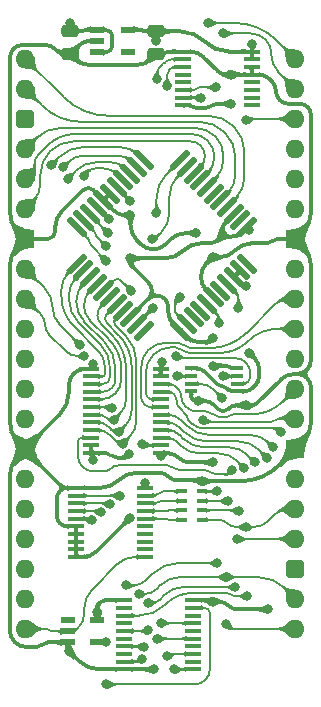
<source format=gtl>
%TF.GenerationSoftware,KiCad,Pcbnew,9.0.2*%
%TF.CreationDate,2025-06-16T14:19:02+02:00*%
%TF.ProjectId,W65C816 Minimal,57363543-3831-4362-904d-696e696d616c,V0*%
%TF.SameCoordinates,Original*%
%TF.FileFunction,Copper,L1,Top*%
%TF.FilePolarity,Positive*%
%FSLAX46Y46*%
G04 Gerber Fmt 4.6, Leading zero omitted, Abs format (unit mm)*
G04 Created by KiCad (PCBNEW 9.0.2) date 2025-06-16 14:19:02*
%MOMM*%
%LPD*%
G01*
G04 APERTURE LIST*
G04 Aperture macros list*
%AMRoundRect*
0 Rectangle with rounded corners*
0 $1 Rounding radius*
0 $2 $3 $4 $5 $6 $7 $8 $9 X,Y pos of 4 corners*
0 Add a 4 corners polygon primitive as box body*
4,1,4,$2,$3,$4,$5,$6,$7,$8,$9,$2,$3,0*
0 Add four circle primitives for the rounded corners*
1,1,$1+$1,$2,$3*
1,1,$1+$1,$4,$5*
1,1,$1+$1,$6,$7*
1,1,$1+$1,$8,$9*
0 Add four rect primitives between the rounded corners*
20,1,$1+$1,$2,$3,$4,$5,0*
20,1,$1+$1,$4,$5,$6,$7,0*
20,1,$1+$1,$6,$7,$8,$9,0*
20,1,$1+$1,$8,$9,$2,$3,0*%
G04 Aperture macros list end*
%TA.AperFunction,SMDPad,CuDef*%
%ADD10R,1.475000X0.450000*%
%TD*%
%TA.AperFunction,SMDPad,CuDef*%
%ADD11RoundRect,0.250000X-0.475000X0.250000X-0.475000X-0.250000X0.475000X-0.250000X0.475000X0.250000X0*%
%TD*%
%TA.AperFunction,SMDPad,CuDef*%
%ADD12R,0.900000X0.450000*%
%TD*%
%TA.AperFunction,SMDPad,CuDef*%
%ADD13R,1.250000X0.600000*%
%TD*%
%TA.AperFunction,SMDPad,CuDef*%
%ADD14RoundRect,0.137500X-0.548008X0.742462X-0.742462X0.548008X0.548008X-0.742462X0.742462X-0.548008X0*%
%TD*%
%TA.AperFunction,SMDPad,CuDef*%
%ADD15RoundRect,0.137500X0.548008X0.742462X-0.742462X-0.548008X-0.548008X-0.742462X0.742462X0.548008X0*%
%TD*%
%TA.AperFunction,SMDPad,CuDef*%
%ADD16R,1.150000X0.600000*%
%TD*%
%TA.AperFunction,ComponentPad*%
%ADD17O,1.600000X1.600000*%
%TD*%
%TA.AperFunction,ComponentPad*%
%ADD18R,1.600000X1.600000*%
%TD*%
%TA.AperFunction,ComponentPad*%
%ADD19RoundRect,0.400000X-0.400000X-0.400000X0.400000X-0.400000X0.400000X0.400000X-0.400000X0.400000X0*%
%TD*%
%TA.AperFunction,SMDPad,CuDef*%
%ADD20R,1.100000X0.450000*%
%TD*%
%TA.AperFunction,SMDPad,CuDef*%
%ADD21R,1.450000X0.450000*%
%TD*%
%TA.AperFunction,ViaPad*%
%ADD22C,0.800000*%
%TD*%
%TA.AperFunction,Conductor*%
%ADD23C,0.380000*%
%TD*%
%TA.AperFunction,Conductor*%
%ADD24C,0.200000*%
%TD*%
G04 APERTURE END LIST*
D10*
%TO.P,IC6,24,3V*%
%TO.N,/3.3V*%
X5571000Y-33379000D03*
%TO.P,IC6,23,3V*%
X5571000Y-32729000D03*
%TO.P,IC6,22,~{OE}*%
%TO.N,DE*%
X5571000Y-32079000D03*
%TO.P,IC6,21,B0*%
%TO.N,/D0_{65}*%
X5571000Y-31429000D03*
%TO.P,IC6,20,B1*%
%TO.N,/D1_{65}*%
X5571000Y-30779000D03*
%TO.P,IC6,19,B2*%
%TO.N,/D2_{65}*%
X5571000Y-30129000D03*
%TO.P,IC6,18,B3*%
%TO.N,/D3_{65}*%
X5571000Y-29479000D03*
%TO.P,IC6,17,B4*%
%TO.N,/D4_{65}*%
X5571000Y-28829000D03*
%TO.P,IC6,16,B5*%
%TO.N,/D5_{65}*%
X5571000Y-28179000D03*
%TO.P,IC6,15,B6*%
%TO.N,/D6_{65}*%
X5571000Y-27529000D03*
%TO.P,IC6,14,B7*%
%TO.N,/D7_{65}*%
X5571000Y-26879000D03*
%TO.P,IC6,13,GND*%
%TO.N,GND*%
X5571000Y-26229000D03*
%TO.P,IC6,12,GND*%
X11447000Y-26229000D03*
%TO.P,IC6,11,GND*%
X11447000Y-26879000D03*
%TO.P,IC6,10,A7*%
%TO.N,D7*%
X11447000Y-27529000D03*
%TO.P,IC6,9,A6*%
%TO.N,D6*%
X11447000Y-28179000D03*
%TO.P,IC6,8,A5*%
%TO.N,D5*%
X11447000Y-28829000D03*
%TO.P,IC6,7,A4*%
%TO.N,D4*%
X11447000Y-29479000D03*
%TO.P,IC6,6,A3*%
%TO.N,D3*%
X11447000Y-30129000D03*
%TO.P,IC6,5,A2*%
%TO.N,D2*%
X11447000Y-30779000D03*
%TO.P,IC6,4,A1*%
%TO.N,D1*%
X11447000Y-31429000D03*
%TO.P,IC6,3,A0*%
%TO.N,D0*%
X11447000Y-32079000D03*
%TO.P,IC6,2,DIR*%
%TO.N,/R~{W}*%
X11447000Y-32729000D03*
%TO.P,IC6,1,5V*%
%TO.N,5V*%
X11447000Y-33379000D03*
%TD*%
D11*
%TO.P,C41,2*%
%TO.N,GND*%
X3810000Y431000D03*
%TO.P,C41,1*%
%TO.N,5V*%
X3810000Y2331000D03*
%TD*%
D12*
%TO.P,RN2,8,R1*%
%TO.N,BA0*%
X14947000Y-36626800D03*
%TO.P,RN2,7,R2*%
%TO.N,BA1*%
X14947000Y-37426800D03*
%TO.P,RN2,6,R3*%
%TO.N,BA2*%
X14947000Y-38226800D03*
%TO.P,RN2,5,R4*%
%TO.N,BA3*%
X14947000Y-39026800D03*
%TO.P,RN2,4,R4*%
%TO.N,/D3_{VHC}*%
X13247000Y-39026800D03*
%TO.P,RN2,3,R3*%
%TO.N,/D2_{VHC}*%
X13247000Y-38226800D03*
%TO.P,RN2,2,R2*%
%TO.N,/D1_{VHC}*%
X13247000Y-37426800D03*
%TO.P,RN2,1,R1*%
%TO.N,/D0_{VHC}*%
X13247000Y-36626800D03*
%TD*%
D10*
%TO.P,IC20,20,5V*%
%TO.N,5V*%
X14224000Y-45832000D03*
%TO.P,IC20,19,2~{OE}*%
%TO.N,Net-(IC11-Y)*%
X14224000Y-46482000D03*
%TO.P,IC20,18,1B1*%
%TO.N,unconnected-(IC20-1B1-Pad18)*%
X14224000Y-47132000D03*
%TO.P,IC20,17,2A4*%
%TO.N,/D3_{65}*%
X14224000Y-47782000D03*
%TO.P,IC20,16,1B2*%
%TO.N,unconnected-(IC20-1B2-Pad16)*%
X14224000Y-48432000D03*
%TO.P,IC20,15,2A3*%
%TO.N,/D2_{65}*%
X14224000Y-49082000D03*
%TO.P,IC20,14,1B3*%
%TO.N,unconnected-(IC20-1B3-Pad14)*%
X14224000Y-49732000D03*
%TO.P,IC20,13,2A2*%
%TO.N,/D1_{65}*%
X14224000Y-50382000D03*
%TO.P,IC20,12,1B4*%
%TO.N,unconnected-(IC20-1B4-Pad12)*%
X14224000Y-51032000D03*
%TO.P,IC20,11,2A1*%
%TO.N,/D0_{65}*%
X14224000Y-51682000D03*
%TO.P,IC20,10,GND*%
%TO.N,GND*%
X8348000Y-51682000D03*
%TO.P,IC20,9,2B1*%
%TO.N,BA0*%
X8348000Y-51032000D03*
%TO.P,IC20,8,1A4*%
%TO.N,unconnected-(IC20-1A4-Pad8)*%
X8348000Y-50382000D03*
%TO.P,IC20,7,2B2*%
%TO.N,BA1*%
X8348000Y-49732000D03*
%TO.P,IC20,6,1A3*%
%TO.N,unconnected-(IC20-1A3-Pad6)*%
X8348000Y-49082000D03*
%TO.P,IC20,5,2B3*%
%TO.N,BA2*%
X8348000Y-48432000D03*
%TO.P,IC20,4,1A2*%
%TO.N,unconnected-(IC20-1A2-Pad4)*%
X8348000Y-47782000D03*
%TO.P,IC20,3,2B4*%
%TO.N,BA3*%
X8348000Y-47132000D03*
%TO.P,IC20,2,1A1*%
%TO.N,unconnected-(IC20-1A1-Pad2)*%
X8348000Y-46482000D03*
%TO.P,IC20,1,1~{OE}*%
%TO.N,/3.3V*%
X8348000Y-45832000D03*
%TD*%
D13*
%TO.P,IC11,5,3V*%
%TO.N,/3.3V*%
X6096000Y-47498000D03*
%TO.P,IC11,4,Y*%
%TO.N,Net-(IC11-Y)*%
X6096000Y-49398000D03*
%TO.P,IC11,3,GND*%
%TO.N,GND*%
X3596000Y-49398000D03*
%TO.P,IC11,2,A*%
%TO.N,Bank Latch*%
X3596001Y-48448000D03*
%TO.P,IC11,1,N.C.*%
%TO.N,unconnected-(IC11-N.C.-Pad1)*%
X3596000Y-47498000D03*
%TD*%
D10*
%TO.P,IC5,20,5V*%
%TO.N,5V*%
X10160000Y-36322000D03*
%TO.P,IC5,19,Q0*%
%TO.N,/D0_{VHC}*%
X10160000Y-36972000D03*
%TO.P,IC5,18,Q1*%
%TO.N,/D1_{VHC}*%
X10160000Y-37622000D03*
%TO.P,IC5,17,Q2*%
%TO.N,/D2_{VHC}*%
X10160000Y-38272000D03*
%TO.P,IC5,16,Q3*%
%TO.N,/D3_{VHC}*%
X10160000Y-38922000D03*
%TO.P,IC5,15,Q4*%
%TO.N,unconnected-(IC5-Q4-Pad15)*%
X10160000Y-39572000D03*
%TO.P,IC5,14,Q5*%
%TO.N,unconnected-(IC5-Q5-Pad14)*%
X10160000Y-40222000D03*
%TO.P,IC5,13,Q6*%
%TO.N,unconnected-(IC5-Q6-Pad13)*%
X10160000Y-40872000D03*
%TO.P,IC5,12,Q7*%
%TO.N,unconnected-(IC5-Q7-Pad12)*%
X10160000Y-41522000D03*
%TO.P,IC5,11,LE*%
%TO.N,Bank Latch*%
X10160000Y-42172000D03*
%TO.P,IC5,10,GND*%
%TO.N,GND*%
X4284000Y-42172000D03*
%TO.P,IC5,9,D7*%
X4284000Y-41522000D03*
%TO.P,IC5,8,D6*%
X4284000Y-40872000D03*
%TO.P,IC5,7,D5*%
X4284000Y-40222000D03*
%TO.P,IC5,6,D4*%
X4284000Y-39572000D03*
%TO.P,IC5,5,D3*%
%TO.N,/D3_{65}*%
X4284000Y-38922000D03*
%TO.P,IC5,4,D2*%
%TO.N,/D2_{65}*%
X4284000Y-38272000D03*
%TO.P,IC5,3,D1*%
%TO.N,/D1_{65}*%
X4284000Y-37622000D03*
%TO.P,IC5,2,D0*%
%TO.N,/D0_{65}*%
X4284000Y-36972000D03*
%TO.P,IC5,1,~{OE}*%
%TO.N,GND*%
X4284000Y-36322000D03*
%TD*%
D14*
%TO.P,IC2,44,~{RES}*%
%TO.N,/~{RES}_{5V}*%
X15375377Y-20742747D03*
%TO.P,IC2,43,VDA*%
%TO.N,unconnected-(IC2-VDA-Pad43)*%
X14809691Y-21308433D03*
%TO.P,IC2,42,MX*%
%TO.N,unconnected-(IC2-MX-Pad42)*%
X14244006Y-21874118D03*
%TO.P,IC2,41,PHI2*%
%TO.N,/PHI2_{5V}*%
X13678320Y-22439804D03*
%TO.P,IC2,40,BE*%
%TO.N,5V*%
X13112635Y-23005489D03*
D15*
%TO.P,IC2,39,E*%
%TO.N,unconnected-(IC2-E-Pad39)*%
X10001365Y-23005489D03*
%TO.P,IC2,38,R~{W}*%
%TO.N,/R~{W}*%
X9435680Y-22439804D03*
%TO.P,IC2,37,VCC*%
%TO.N,5V*%
X8869994Y-21874118D03*
%TO.P,IC2,36,D0*%
%TO.N,/D0_{65}*%
X8304309Y-21308433D03*
%TO.P,IC2,35,D1*%
%TO.N,/D1_{65}*%
X7738623Y-20742747D03*
%TO.P,IC2,34,D2*%
%TO.N,/D2_{65}*%
X7172938Y-20177062D03*
%TO.P,IC2,33,D3*%
%TO.N,/D3_{65}*%
X6607253Y-19611377D03*
%TO.P,IC2,32,D4*%
%TO.N,/D4_{65}*%
X6041567Y-19045691D03*
%TO.P,IC2,31,D5*%
%TO.N,/D5_{65}*%
X5475882Y-18480006D03*
%TO.P,IC2,30,D6*%
%TO.N,/D6_{65}*%
X4910196Y-17914320D03*
%TO.P,IC2,29,D7*%
%TO.N,/D7_{65}*%
X4344511Y-17348635D03*
D14*
%TO.P,IC2,28,A15*%
%TO.N,A15*%
X4344511Y-14237365D03*
%TO.P,IC2,27,A14*%
%TO.N,A14*%
X4910196Y-13671680D03*
%TO.P,IC2,26,A13*%
%TO.N,A13*%
X5475882Y-13105994D03*
%TO.P,IC2,25,A12*%
%TO.N,A12*%
X6041567Y-12540309D03*
%TO.P,IC2,24,GND*%
%TO.N,GND*%
X6607253Y-11974623D03*
%TO.P,IC2,23,GND*%
X7172938Y-11408938D03*
%TO.P,IC2,22,A11*%
%TO.N,A11*%
X7738623Y-10843253D03*
%TO.P,IC2,21,A10*%
%TO.N,A10*%
X8304309Y-10277567D03*
%TO.P,IC2,20,A9*%
%TO.N,A9*%
X8869994Y-9711882D03*
%TO.P,IC2,19,A8*%
%TO.N,A8*%
X9435680Y-9146196D03*
%TO.P,IC2,18,A7*%
%TO.N,A7*%
X10001365Y-8580511D03*
D15*
%TO.P,IC2,17,A6*%
%TO.N,A6*%
X13112635Y-8580511D03*
%TO.P,IC2,16,A5*%
%TO.N,A5*%
X13678320Y-9146196D03*
%TO.P,IC2,15,A4*%
%TO.N,A4*%
X14244006Y-9711882D03*
%TO.P,IC2,14,A3*%
%TO.N,A3*%
X14809691Y-10277567D03*
%TO.P,IC2,13,A2*%
%TO.N,A2*%
X15375377Y-10843253D03*
%TO.P,IC2,12,NC*%
%TO.N,unconnected-(IC2-NC-Pad12)*%
X15941062Y-11408938D03*
%TO.P,IC2,11,A1*%
%TO.N,A1*%
X16506747Y-11974623D03*
%TO.P,IC2,10,A0*%
%TO.N,A0*%
X17072433Y-12540309D03*
%TO.P,IC2,9,VCC*%
%TO.N,5V*%
X17638118Y-13105994D03*
%TO.P,IC2,8,VPA*%
%TO.N,unconnected-(IC2-VPA-Pad8)*%
X18203804Y-13671680D03*
%TO.P,IC2,7,~{NMI}*%
%TO.N,5V*%
X18769489Y-14237365D03*
D14*
%TO.P,IC2,6,~{ML}*%
%TO.N,unconnected-(IC2-~{ML}-Pad6)*%
X18769489Y-17348635D03*
%TO.P,IC2,5,~{IRQ}*%
%TO.N,5V*%
X18203804Y-17914320D03*
%TO.P,IC2,4,~{ABORT}*%
X17638118Y-18480006D03*
%TO.P,IC2,3,RDY*%
%TO.N,Net-(IC2-RDY)*%
X17072433Y-19045691D03*
%TO.P,IC2,2,~{VP}*%
%TO.N,unconnected-(IC2-~{VP}-Pad2)*%
X16506747Y-19611377D03*
%TO.P,IC2,1,GND*%
%TO.N,GND*%
X15941062Y-20177062D03*
%TD*%
D16*
%TO.P,IC36,5,3.3VOut*%
%TO.N,/3.3V*%
X8666000Y2474000D03*
%TO.P,IC36,4,ADJ*%
%TO.N,unconnected-(IC36-ADJ-Pad4)*%
X8666000Y574000D03*
%TO.P,IC36,3,EN*%
%TO.N,5V*%
X6066000Y574000D03*
%TO.P,IC36,2,GND*%
%TO.N,GND*%
X6066000Y1524000D03*
%TO.P,IC36,1,6VIn*%
%TO.N,5V*%
X6066000Y2474000D03*
%TD*%
D17*
%TO.P,J3,40,Pin_40*%
%TO.N,~{RD}*%
X22860000Y0D03*
%TO.P,J3,39,Pin_39*%
%TO.N,~{WD}*%
X22860000Y-2540000D03*
%TO.P,J3,38,Pin_38*%
%TO.N,DE*%
X22860000Y-5080000D03*
%TO.P,J3,37,Pin_37*%
%TO.N,D0*%
X22860000Y-7620000D03*
%TO.P,J3,36,Pin_36*%
%TO.N,D1*%
X22860000Y-10160000D03*
%TO.P,J3,35,Pin_35*%
%TO.N,D2*%
X22860000Y-12700000D03*
D18*
%TO.P,J3,34,Pin_34*%
%TO.N,GND*%
X22860000Y-15240000D03*
D17*
%TO.P,J3,33,Pin_33*%
%TO.N,D3*%
X22860000Y-17780000D03*
%TO.P,J3,32,Pin_32*%
%TO.N,D4*%
X22860000Y-20320000D03*
%TO.P,J3,31,Pin_31*%
%TO.N,D5*%
X22860000Y-22860000D03*
%TO.P,J3,30,Pin_30*%
%TO.N,D6*%
X22860000Y-25400000D03*
%TO.P,J3,29,Pin_29*%
%TO.N,D7*%
X22860000Y-27940000D03*
%TO.P,J3,28,Pin_28*%
%TO.N,~{Reset}*%
X22860000Y-30480000D03*
D18*
%TO.P,J3,27,Pin_27*%
%TO.N,GND*%
X22860000Y-33020000D03*
D17*
%TO.P,J3,26,Pin_26*%
%TO.N,PHI2*%
X22860000Y-35560000D03*
%TO.P,J3,25,Pin_25*%
%TO.N,BA3*%
X22860000Y-38100000D03*
%TO.P,J3,24,Pin_24*%
%TO.N,BA2*%
X22860000Y-40640000D03*
D19*
%TO.P,J3,23,Pin_23*%
%TO.N,5V*%
X22860000Y-43180000D03*
D17*
%TO.P,J3,22,Pin_22*%
%TO.N,BA1*%
X22860000Y-45720000D03*
%TO.P,J3,21,Pin_21*%
%TO.N,BA0*%
X22860000Y-48260000D03*
%TO.P,J3,20,Pin_20*%
%TO.N,Bank Latch*%
X0Y-48260000D03*
%TO.P,J3,19,Pin_19*%
%TO.N,A15*%
X0Y-45720000D03*
%TO.P,J3,18,Pin_18*%
%TO.N,A14*%
X0Y-43180000D03*
%TO.P,J3,17,Pin_17*%
%TO.N,A13*%
X0Y-40640000D03*
%TO.P,J3,16,Pin_16*%
%TO.N,A12*%
X0Y-38100000D03*
%TO.P,J3,15,Pin_15*%
%TO.N,A11*%
X0Y-35560000D03*
D18*
%TO.P,J3,14,Pin_14*%
%TO.N,GND*%
X0Y-33020000D03*
D17*
%TO.P,J3,13,Pin_13*%
%TO.N,A10*%
X0Y-30480000D03*
%TO.P,J3,12,Pin_12*%
%TO.N,A9*%
X0Y-27940000D03*
%TO.P,J3,11,Pin_11*%
%TO.N,A8*%
X0Y-25400000D03*
%TO.P,J3,10,Pin_10*%
%TO.N,A7*%
X0Y-22860000D03*
%TO.P,J3,9,Pin_9*%
%TO.N,A6*%
X0Y-20320000D03*
%TO.P,J3,8,Pin_8*%
%TO.N,A5*%
X0Y-17780000D03*
D18*
%TO.P,J3,7,Pin_7*%
%TO.N,GND*%
X0Y-15240000D03*
D17*
%TO.P,J3,6,Pin_6*%
%TO.N,A4*%
X0Y-12700000D03*
%TO.P,J3,5,Pin_5*%
%TO.N,A3*%
X0Y-10160000D03*
%TO.P,J3,4,Pin_4*%
%TO.N,A2*%
X0Y-7620000D03*
D19*
%TO.P,J3,3,Pin_3*%
%TO.N,5V*%
X0Y-5080000D03*
D17*
%TO.P,J3,2,Pin_2*%
%TO.N,A1*%
X0Y-2540000D03*
%TO.P,J3,1,Pin_1*%
%TO.N,A0*%
X0Y0D03*
%TD*%
D20*
%TO.P,IC1,8,5V*%
%TO.N,5V*%
X17952000Y-26203000D03*
%TO.P,IC1,7,B0*%
%TO.N,/~{RES}_{5V}*%
X17952000Y-26853000D03*
%TO.P,IC1,6,B1*%
%TO.N,/PHI2_{5V}T*%
X17952000Y-27503000D03*
%TO.P,IC1,5,DIR*%
%TO.N,/3.3V*%
X17952000Y-28153000D03*
%TO.P,IC1,4,GND*%
%TO.N,GND*%
X14052000Y-28153000D03*
%TO.P,IC1,3,A1*%
%TO.N,PHI2*%
X14052000Y-27503000D03*
%TO.P,IC1,2,A0*%
%TO.N,~{Reset}*%
X14052000Y-26853000D03*
%TO.P,IC1,1,3V*%
%TO.N,/3.3V*%
X14052000Y-26203000D03*
%TD*%
D11*
%TO.P,C42,2*%
%TO.N,GND*%
X11049000Y431000D03*
%TO.P,C42,1*%
%TO.N,/3.3V*%
X11049000Y2331000D03*
%TD*%
D21*
%TO.P,IC3,16,3V*%
%TO.N,/3.3V*%
X19181000Y624000D03*
%TO.P,IC3,15,~{2E}*%
X19181000Y-26000D03*
%TO.P,IC3,14,2A0*%
%TO.N,GND*%
X19181000Y-676000D03*
%TO.P,IC3,13,2A1*%
X19181000Y-1326000D03*
%TO.P,IC3,12,~{2Y0}*%
%TO.N,unconnected-(IC3B-~{2Y0}-Pad12)*%
X19181000Y-1976000D03*
%TO.P,IC3,11,~{2Y1}*%
%TO.N,unconnected-(IC3B-~{2Y1}-Pad11)*%
X19181000Y-2626000D03*
%TO.P,IC3,10,~{2Y2}*%
%TO.N,unconnected-(IC3B-~{2Y2}-Pad10)*%
X19181000Y-3276000D03*
%TO.P,IC3,9,~{2Y3}*%
%TO.N,unconnected-(IC3B-~{2Y3}-Pad9)*%
X19181000Y-3926000D03*
%TO.P,IC3,8,GND*%
%TO.N,GND*%
X13331000Y-3926000D03*
%TO.P,IC3,7,~{1Y3}*%
%TO.N,~{RD}*%
X13331000Y-3276000D03*
%TO.P,IC3,6,~{1Y2}*%
%TO.N,~{WD}*%
X13331000Y-2626000D03*
%TO.P,IC3,5,~{1Y1}*%
%TO.N,unconnected-(IC3A-~{1Y1}-Pad5)*%
X13331000Y-1976000D03*
%TO.P,IC3,4,~{1Y0}*%
%TO.N,unconnected-(IC3A-~{1Y0}-Pad4)*%
X13331000Y-1326000D03*
%TO.P,IC3,3,1A1*%
%TO.N,/PHI2_{5V}*%
X13331000Y-676000D03*
%TO.P,IC3,2,1A0*%
%TO.N,/R~{W}*%
X13331000Y-26000D03*
%TO.P,IC3,1,~{1E}*%
%TO.N,GND*%
X13331000Y624000D03*
%TD*%
D22*
%TO.N,5V*%
X8890000Y-16891000D03*
X20574000Y-46609000D03*
X15875000Y-45974000D03*
X15875000Y-23622000D03*
X15906639Y-34163000D03*
X15875000Y-26035000D03*
X18952000Y-14517874D03*
X10160000Y-35892000D03*
X16700500Y-14922500D03*
X11446999Y-33604002D03*
X3810000Y3048000D03*
X18707786Y-19266785D03*
%TO.N,GND*%
X14605000Y-28956000D03*
X8890000Y-13208000D03*
X15875000Y-16764000D03*
X14986000Y-35751798D03*
X8822498Y-38862000D03*
X10922000Y-51689000D03*
X11557000Y-25654000D03*
X18669000Y-29337000D03*
X17399000Y-3810000D03*
X17399000Y-1326000D03*
X5754757Y-25806760D03*
X14478000Y-14732000D03*
X3683000Y-50165000D03*
%TO.N,/3.3V*%
X5680999Y-33983999D03*
X11049000Y1531000D03*
X18923000Y-24892000D03*
X19181001Y1270000D03*
X8811088Y-33453349D03*
X6096000Y-46863000D03*
%TO.N,PHI2*%
X16663765Y-28739759D03*
%TO.N,/D0_{65}*%
X12573000Y-51682000D03*
X8240836Y-32571693D03*
X7982614Y-36992606D03*
%TO.N,/D1_{65}*%
X7945045Y-31564214D03*
X7179197Y-37722000D03*
X11963951Y-50584773D03*
%TO.N,/D2_{65}*%
X11169270Y-49099253D03*
X6425487Y-38399688D03*
X7517694Y-30605112D03*
%TO.N,/D3_{65}*%
X7301862Y-29577532D03*
X5648000Y-39044588D03*
X8953500Y-19621500D03*
X11449000Y-47782000D03*
%TO.N,~{Reset}*%
X15059120Y-30591380D03*
X12805464Y-26859967D03*
%TO.N,D6*%
X21638786Y-31607247D03*
%TO.N,D3*%
X20955000Y-32893000D03*
%TO.N,D2*%
X20447000Y-33782000D03*
%TO.N,D1*%
X19431000Y-34163000D03*
%TO.N,D0*%
X18542000Y-34671000D03*
%TO.N,A5*%
X10709169Y-15289000D03*
X4605283Y-24207944D03*
%TO.N,A6*%
X11098000Y-13060223D03*
X4998244Y-25153145D03*
%TO.N,A7*%
X2176441Y-9011032D03*
%TO.N,A8*%
X3217720Y-9170000D03*
%TO.N,A9*%
X3598214Y-10148636D03*
%TO.N,A10*%
X4928017Y-9881017D03*
%TO.N,A11*%
X8890000Y-12065000D03*
%TO.N,A12*%
X7112000Y-13589000D03*
%TO.N,A13*%
X6985000Y-14732000D03*
%TO.N,A14*%
X6858480Y-15874520D03*
%TO.N,A15*%
X6797119Y-17078881D03*
%TO.N,/PHI2_{5V}*%
X13081000Y-20193000D03*
X12001691Y-2290816D03*
%TO.N,/~{RES}_{5V}*%
X16760139Y-26817000D03*
X16383000Y-22352000D03*
%TO.N,DE*%
X17526000Y-34810000D03*
X18669000Y-5207000D03*
%TO.N,BA2*%
X10359895Y-46053025D03*
X18090034Y-38276800D03*
X17919000Y-40640000D03*
X17780000Y-44704000D03*
X10397972Y-48387000D03*
%TO.N,BA1*%
X10033000Y-49783348D03*
X17006000Y-43869709D03*
X17145000Y-37465000D03*
X9647972Y-45281228D03*
%TO.N,BA0*%
X9906000Y-50842000D03*
X16256000Y-42672000D03*
X17018000Y-47879000D03*
X16256000Y-36576000D03*
X8509000Y-44577000D03*
%TO.N,BA3*%
X18796000Y-45466000D03*
X18669000Y-39624000D03*
%TO.N,Net-(IC2-RDY)*%
X18034000Y-21082000D03*
%TO.N,~{RD}*%
X14859000Y-3302000D03*
X15494000Y3048000D03*
%TO.N,~{WD}*%
X16129000Y-2413000D03*
X16767543Y2159001D03*
%TO.N,/R~{W}*%
X9906000Y-32639000D03*
X11127000Y-1709938D03*
X10795000Y-21082000D03*
%TO.N,Net-(IC11-Y)*%
X6858000Y-49403000D03*
X6858000Y-52959000D03*
%TO.N,/PHI2_{5V}T*%
X12763740Y-25179967D03*
%TD*%
D23*
%TO.N,/3.3V*%
X19343510Y-27789531D02*
G75*
G02*
X18466021Y-28153001I-877510J877531D01*
G01*
X6772014Y-45832000D02*
G75*
G03*
X6293996Y-46029996I-14J-676000D01*
G01*
X5625999Y-33433999D02*
G75*
G02*
X5681008Y-33566780I-132799J-132801D01*
G01*
X9916500Y2402500D02*
G75*
G03*
X10089116Y2331007I172600J172600D01*
G01*
X8646762Y-33617674D02*
G75*
G02*
X8250045Y-33782044I-396762J396674D01*
G01*
X16236294Y-27539294D02*
G75*
G03*
X16590473Y-27686014I354206J354194D01*
G01*
X6294000Y-46030000D02*
G75*
G03*
X6096006Y-46508014I478000J-478000D01*
G01*
X9916500Y2402500D02*
G75*
G03*
X9743883Y2473993I-172600J-172600D01*
G01*
X19812000Y-26732760D02*
G75*
G02*
X19396023Y-27737023I-1420250J0D01*
G01*
X18969566Y-24904163D02*
G75*
G03*
X18940201Y-24891991I-29366J-29337D01*
G01*
X15199813Y-26502813D02*
G75*
G03*
X14476000Y-26202992I-723813J-723787D01*
G01*
X19384701Y-25319298D02*
G75*
G02*
X19812005Y-26350888I-1031601J-1031602D01*
G01*
X5625999Y-33433999D02*
G75*
G02*
X5570992Y-33301218I132801J132799D01*
G01*
X5648781Y-33379000D02*
G75*
G03*
X5626030Y-33433968I19J-32200D01*
G01*
X5571000Y-33301218D02*
G75*
G03*
X5648781Y-33379000I77800J18D01*
G01*
X16944651Y-27832705D02*
G75*
G03*
X16590473Y-27686024I-354151J-354195D01*
G01*
X7313500Y-33580500D02*
G75*
G03*
X7799964Y-33782015I486500J486500D01*
G01*
X15159500Y1477500D02*
G75*
G03*
X13098968Y2330997I-2060530J-2060540D01*
G01*
X7313500Y-33580500D02*
G75*
G03*
X6827035Y-33378985I-486500J-486500D01*
G01*
X15159500Y1477500D02*
G75*
G03*
X17220031Y624013I2060500J2060500D01*
G01*
X17031446Y-27919500D02*
G75*
G03*
X17595164Y-28153030I563754J563700D01*
G01*
%TO.N,GND*%
X7874000Y-35687000D02*
G75*
G02*
X6340974Y-36321999I-1533030J1533040D01*
G01*
X23517000Y-15897000D02*
G75*
G02*
X24173984Y-17483138I-1586100J-1586100D01*
G01*
X10918500Y-51685500D02*
G75*
G03*
X10910050Y-51682021I-8400J-8400D01*
G01*
X23014874Y-26670000D02*
G75*
G03*
X23834507Y-26330507I26J1159100D01*
G01*
X23834500Y-27009500D02*
G75*
G03*
X23014874Y-26670011I-819600J-819600D01*
G01*
X23834500Y-26330500D02*
G75*
G03*
X23834500Y-27009500I339500J-339500D01*
G01*
X-990582Y867582D02*
G75*
G03*
X-1314000Y86781I780809J-780804D01*
G01*
X2928250Y-36583250D02*
G75*
G03*
X2928250Y-36060750I-261250J261250D01*
G01*
X3558963Y-36322000D02*
G75*
G03*
X2928251Y-36583251I-3J-891950D01*
G01*
X2928250Y-36060750D02*
G75*
G03*
X3558963Y-36321999I630710J630710D01*
G01*
X4279500Y-38499D02*
G75*
G03*
X5412973Y-507998I1133470J1133469D01*
G01*
X11865223Y-15693775D02*
G75*
G02*
X10814500Y-16128983I-1050723J1050775D01*
G01*
X3033913Y-12968085D02*
G75*
G03*
X2539990Y-14160500I1192387J-1192415D01*
G01*
X-1314000Y-30776861D02*
G75*
G03*
X-657000Y-32363000I2243140J1D01*
G01*
X14052000Y-28617992D02*
G75*
G03*
X14150998Y-28857002I338000J-8D01*
G01*
X9407025Y-35052000D02*
G75*
G03*
X7873992Y-35686992I-25J-2168000D01*
G01*
X3683000Y-28194000D02*
G75*
G02*
X2874777Y-30145224I-2759450J0D01*
G01*
X21209000Y-2725987D02*
G75*
G03*
X21526496Y-3492504I1084000J-13D01*
G01*
X5571000Y-26109758D02*
G75*
G02*
X5451758Y-26229000I-119200J-42D01*
G01*
X2916750Y-39322250D02*
G75*
G03*
X3519699Y-39572000I602950J602950D01*
G01*
X14218500Y-4058500D02*
G75*
G03*
X14538383Y-4191007I319900J319900D01*
G01*
X-656999Y-33677000D02*
G75*
G03*
X-657000Y-32362999I-657000J657000D01*
G01*
X-657000Y-32363000D02*
G75*
G03*
X657000Y-32363000I657000J657001D01*
G01*
X22796500Y-26670000D02*
G75*
G03*
X21604092Y-27163920I0J-1686300D01*
G01*
X-656999Y-33677000D02*
G75*
G03*
X-1314003Y-35263138I1586129J-1586140D01*
G01*
X4093999Y-26639999D02*
G75*
G03*
X3682999Y-27632241I992241J-992241D01*
G01*
X1458000Y-49591000D02*
G75*
G02*
X992056Y-49784000I-465950J465960D01*
G01*
X-656999Y-15897000D02*
G75*
G03*
X-656999Y-14583000I-656998J657000D01*
G01*
X929138Y-15240000D02*
G75*
G03*
X-656999Y-15897000I-5J-2243123D01*
G01*
X-656999Y-14583000D02*
G75*
G03*
X929138Y-15240000I1586137J1586135D01*
G01*
X-656999Y-15897000D02*
G75*
G03*
X-1314003Y-17483138I1586129J-1586140D01*
G01*
X1923943Y-49398000D02*
G75*
G03*
X1457999Y-49590999I-3J-658940D01*
G01*
X5722437Y-11089807D02*
G75*
G03*
X5317315Y-10921981I-405137J-405093D01*
G01*
X21526500Y-3492500D02*
G75*
G03*
X22293012Y-3809995I766500J766500D01*
G01*
X20676676Y-1716676D02*
G75*
G03*
X19733500Y-1325984I-943176J-943124D01*
G01*
X4441500Y-50923500D02*
G75*
G03*
X6272680Y-51682000I1831180J1831180D01*
G01*
X11557000Y-26041218D02*
G75*
G02*
X11501995Y-26173995I-187800J18D01*
G01*
X4284000Y-41847000D02*
G75*
G03*
X4609000Y-42172000I325000J0D01*
G01*
X13652500Y-14732000D02*
G75*
G03*
X12243290Y-15315723I0J-1992900D01*
G01*
X24174000Y-25510874D02*
G75*
G02*
X23834507Y-26330507I-1159100J-26D01*
G01*
X17647778Y-16300943D02*
G75*
G02*
X16529861Y-16763964I-1117878J1117943D01*
G01*
X12063471Y623999D02*
G75*
G03*
X11830509Y527491I29J-329499D01*
G01*
X7752940Y-13042000D02*
G75*
G03*
X8153699Y-13207989I400760J400800D01*
G01*
X7480943Y-12848313D02*
G75*
G03*
X7547785Y-12876019I66857J66813D01*
G01*
X14151000Y-28857000D02*
G75*
G03*
X14390007Y-28955997I239000J239000D01*
G01*
X16271489Y-1031490D02*
G75*
G03*
X16982500Y-1326007I711011J710990D01*
G01*
X2928250Y-36583250D02*
G75*
G03*
X2666998Y-37213963I630700J-630710D01*
G01*
X21971000Y-15240000D02*
G75*
G03*
X23488610Y-14611375I0J2146200D01*
G01*
X23488617Y-15868617D02*
G75*
G03*
X21971000Y-15239989I-1517617J-1517583D01*
G01*
X23488617Y-14611382D02*
G75*
G03*
X23488616Y-15868618I628583J-628618D01*
G01*
X14953601Y-35719399D02*
G75*
G03*
X14875382Y-35687007I-78201J-78201D01*
G01*
X19135945Y-15621000D02*
G75*
G03*
X17756204Y-16192482I-45J-1951200D01*
G01*
X3596000Y-50016481D02*
G75*
G03*
X3639495Y-50121505I148500J-19D01*
G01*
X17847588Y-29337000D02*
G75*
G03*
X17248875Y-29585011I12J-846700D01*
G01*
X15684500Y-4000500D02*
G75*
G02*
X15224592Y-4190997I-459900J459900D01*
G01*
X19700407Y-29067592D02*
G75*
G02*
X19050000Y-29337004I-650407J650392D01*
G01*
X7614626Y-12903686D02*
G75*
G03*
X7547785Y-12876002I-66826J-66814D01*
G01*
X2603983Y746016D02*
G75*
G03*
X3364500Y430990I760517J760484D01*
G01*
X5946837Y-41737660D02*
G75*
G02*
X4898249Y-42172002I-1048597J1048600D01*
G01*
X9763775Y-15693775D02*
G75*
G03*
X10814500Y-16128985I1050725J1050775D01*
G01*
X16144407Y-3810000D02*
G75*
G03*
X15684498Y-4000498I-7J-650400D01*
G01*
X2667000Y-38719300D02*
G75*
G03*
X2916750Y-39322250I852700J0D01*
G01*
X23898000Y-4086000D02*
G75*
G03*
X23231677Y-3810010I-666300J-666300D01*
G01*
X2539000Y811000D02*
G75*
G03*
X1621598Y1191000I-917400J-917400D01*
G01*
X5484500Y1524000D02*
G75*
G03*
X4491810Y1112824I0J-1403900D01*
G01*
X15980210Y-29315210D02*
G75*
G03*
X15113000Y-28955994I-867210J-867190D01*
G01*
X6890095Y-11691780D02*
G75*
G03*
X6890097Y-12257463I282845J-282840D01*
G01*
X6324410Y-11691780D02*
G75*
G03*
X6890095Y-11691781I282843J282843D01*
G01*
X2540000Y-14589592D02*
G75*
G02*
X2349501Y-15049501I-650420J2D01*
G01*
X-911000Y-49381000D02*
G75*
G03*
X61928Y-49784000I972933J972940D01*
G01*
X5317315Y-10922000D02*
G75*
G03*
X4912191Y-11089806I-15J-572900D01*
G01*
X21494101Y-34385899D02*
G75*
G02*
X18196529Y-35751811I-3297601J3297599D01*
G01*
X16320210Y-29655210D02*
G75*
G03*
X16749432Y-29832980I429190J429210D01*
G01*
X5038000Y-26229000D02*
G75*
G03*
X4128107Y-26605882I0J-1286800D01*
G01*
X23898000Y-4086000D02*
G75*
G02*
X24173990Y-4752322I-666300J-666300D01*
G01*
X11502000Y-26174000D02*
G75*
G03*
X11446992Y-26306781I132800J-132800D01*
G01*
X11830500Y527500D02*
G75*
G02*
X11597528Y430988I-233000J233000D01*
G01*
X-1314000Y-48408071D02*
G75*
G03*
X-911000Y-49381000I1375940J4D01*
G01*
X12128500Y-35369500D02*
G75*
G03*
X11361987Y-35052005I-766500J-766500D01*
G01*
X14218500Y-4058500D02*
G75*
G03*
X13898616Y-3925993I-319900J-319900D01*
G01*
X8890000Y-14014000D02*
G75*
G03*
X9459919Y-15389937I1945900J0D01*
G01*
X-209781Y1191000D02*
G75*
G03*
X-990582Y867582I3J-1104227D01*
G01*
X17178653Y-29655210D02*
G75*
G02*
X16749432Y-29833025I-429253J429210D01*
G01*
X23834500Y-27009500D02*
G75*
G02*
X24173989Y-27829125I-819600J-819600D01*
G01*
X21351407Y-15240000D02*
G75*
G03*
X20891498Y-15430498I-7J-650400D01*
G01*
X20891500Y-15430500D02*
G75*
G02*
X20431592Y-15620997I-459900J459900D01*
G01*
X2349500Y-15049500D02*
G75*
G02*
X1889592Y-15239997I-459900J459900D01*
G01*
X15323922Y-17315077D02*
G75*
G03*
X14858986Y-18437500I1122378J-1122423D01*
G01*
X20881609Y-1921609D02*
G75*
G02*
X21208994Y-2712000I-790409J-790391D01*
G01*
X5655316Y-25906200D02*
G75*
G03*
X5570977Y-26109758I203584J-203600D01*
G01*
X12128500Y-35369500D02*
G75*
G03*
X12895012Y-35686995I766500J766500D01*
G01*
X24174000Y-30776861D02*
G75*
G02*
X23517000Y-32363000I-2243140J1D01*
G01*
X15070316Y169683D02*
G75*
G03*
X13973500Y624009I-1096816J-1096783D01*
G01*
X-1314000Y-12996861D02*
G75*
G03*
X-656999Y-14583000I2243140J1D01*
G01*
X10579500Y-38499D02*
G75*
G02*
X9446026Y-508010I-1133500J1133499D01*
G01*
X24174000Y-12996861D02*
G75*
G02*
X23517000Y-14583000I-2243140J1D01*
G01*
X14859000Y-18437500D02*
G75*
G03*
X15323931Y-19559913I1587300J0D01*
G01*
X657000Y-32363000D02*
X-656999Y-33677000D01*
X13973500Y623999D02*
X12688500Y623999D01*
X23517000Y-32363000D02*
X22203000Y-33677000D01*
%TO.N,5V*%
X15804000Y-45903000D02*
G75*
G03*
X15632590Y-45832004I-171400J-171400D01*
G01*
X17208500Y-46291500D02*
G75*
G03*
X17975012Y-46608995I766500J766500D01*
G01*
X18860744Y-14328620D02*
G75*
G03*
X18678234Y-14328620I-91255J-91253D01*
G01*
X15974012Y-25977000D02*
G75*
G03*
X15903996Y-26005996I-12J-99000D01*
G01*
X14868025Y-15621000D02*
G75*
G03*
X13334992Y-16255992I-25J-2168000D01*
G01*
X15684500Y-23812500D02*
G75*
G02*
X15224592Y-24002997I-459900J459900D01*
G01*
X7193500Y2301500D02*
G75*
G03*
X6777048Y2474020I-416500J-416500D01*
G01*
X4942500Y2402500D02*
G75*
G02*
X4769883Y2331007I-172600J172600D01*
G01*
X11801556Y-20310556D02*
G75*
G02*
X12065011Y-20946566I-636056J-636044D01*
G01*
X18324880Y-19166768D02*
G75*
G03*
X18566341Y-19266753I241420J241468D01*
G01*
X12065000Y-21265927D02*
G75*
G03*
X12554264Y-22447122I1670460J-3D01*
G01*
X8890000Y-17145000D02*
G75*
G03*
X9069607Y-17578603I613200J0D01*
G01*
X17258000Y-26090000D02*
G75*
G03*
X17530806Y-26202997I272800J272800D01*
G01*
X16770787Y-14992787D02*
G75*
G03*
X16940474Y-15063092I169713J169687D01*
G01*
X13335000Y-16256000D02*
G75*
G02*
X11801974Y-16890989I-1533000J1533000D01*
G01*
X10399622Y-20344489D02*
G75*
G03*
X10696972Y-19626556I-717922J717889D01*
G01*
X11117556Y-20047112D02*
G75*
G03*
X10399649Y-20344516I44J-1015288D01*
G01*
X10697000Y-19626556D02*
G75*
G03*
X11117556Y-20047110I420560J6D01*
G01*
X16351250Y-15271750D02*
G75*
G02*
X15508085Y-15620994I-843150J843150D01*
G01*
X7193500Y2301500D02*
G75*
G02*
X7366020Y1885048I-416500J-416500D01*
G01*
X12956500Y-33771000D02*
G75*
G03*
X13902871Y-34163012I946400J946400D01*
G01*
X10399622Y-18908622D02*
G75*
G02*
X10697035Y-19626556I-717922J-717978D01*
G01*
X18917352Y-14385228D02*
G75*
G02*
X18952016Y-14468875I-83652J-83672D01*
G01*
X11801556Y-20310556D02*
G75*
G03*
X11165545Y-20047089I-636056J-636044D01*
G01*
X7366000Y1111738D02*
G75*
G02*
X7208500Y731500I-537740J2D01*
G01*
X7208500Y731500D02*
G75*
G02*
X6828261Y574016I-380200J380200D01*
G01*
X12956500Y-33771000D02*
G75*
G03*
X12010128Y-33378988I-946400J-946400D01*
G01*
X18333645Y-14673208D02*
G75*
G02*
X17392427Y-15063095I-941245J941208D01*
G01*
X17208500Y-46291500D02*
G75*
G03*
X16441987Y-45974005I-766500J-766500D01*
G01*
X17258000Y-26090000D02*
G75*
G03*
X16985193Y-25977003I-272800J-272800D01*
G01*
X5115116Y2474000D02*
G75*
G03*
X4942495Y2402505I-16J-244100D01*
G01*
X13620879Y-23513733D02*
G75*
G03*
X14802073Y-24003007I1181221J1181233D01*
G01*
X17011233Y-13732878D02*
G75*
G03*
X16700465Y-14483056I750167J-750222D01*
G01*
D24*
%TO.N,/PHI2_{5V}T*%
X18673477Y-25713511D02*
G75*
G02*
X19049996Y-26622517I-908977J-908989D01*
G01*
X12836431Y-25252658D02*
G75*
G03*
X13011924Y-25325343I175469J175458D01*
G01*
X19050000Y-26908926D02*
G75*
G02*
X18875992Y-27328992I-594100J26D01*
G01*
X18876000Y-27329000D02*
G75*
G02*
X18455926Y-27503011I-420100J420100D01*
G01*
X18667658Y-25707692D02*
G75*
G03*
X17744602Y-25325334I-923058J-923008D01*
G01*
%TO.N,Net-(IC11-Y)*%
X15621000Y-51658184D02*
G75*
G02*
X15240005Y-52578005I-1300800J-16D01*
G01*
X6855500Y-49400500D02*
G75*
G03*
X6849464Y-49398015I-6000J-6000D01*
G01*
X15494000Y-46609000D02*
G75*
G03*
X15187394Y-46482002I-306600J-306600D01*
G01*
X15494000Y-46609000D02*
G75*
G02*
X15620998Y-46915605I-306600J-306600D01*
G01*
X15240000Y-52578000D02*
G75*
G02*
X14320184Y-52958994I-919800J919800D01*
G01*
%TO.N,/R~{W}*%
X11727080Y-370000D02*
G75*
G03*
X11672336Y-392704I20J-77400D01*
G01*
X9951000Y-32684000D02*
G75*
G03*
X10059639Y-32728984I108600J108600D01*
G01*
X11399921Y-665078D02*
G75*
G03*
X11126974Y-1323969I658879J-658922D01*
G01*
X11781843Y-347316D02*
G75*
G02*
X11727080Y-369970I-54743J54816D01*
G01*
X12346404Y-26000D02*
G75*
G03*
X11931167Y-198007I-4J-587200D01*
G01*
%TO.N,~{WD}*%
X14755613Y-2413000D02*
G75*
G03*
X14498496Y-2519496I-13J-363600D01*
G01*
X14498500Y-2519500D02*
G75*
G02*
X14241386Y-2625994I-257100J257100D01*
G01*
X20828000Y317500D02*
G75*
G03*
X21411723Y-1091709I1992900J0D01*
G01*
X19093579Y2159000D02*
G75*
G02*
X20320006Y1651006I21J-1734400D01*
G01*
X20320000Y1651000D02*
G75*
G02*
X20827992Y424579I-1226400J-1226400D01*
G01*
%TO.N,~{RD}*%
X14846000Y-3289000D02*
G75*
G03*
X14814615Y-3275994I-31400J-31400D01*
G01*
X21336000Y1523999D02*
G75*
G03*
X17656738Y3047996I-3679260J-3679269D01*
G01*
%TO.N,BA3*%
X17354339Y-45339000D02*
G75*
G03*
X17660944Y-45465970I306561J306600D01*
G01*
X17100400Y-39325400D02*
G75*
G03*
X16379515Y-39026793I-720900J-720900D01*
G01*
X17100400Y-39325400D02*
G75*
G03*
X17821284Y-39624007I720900J720900D01*
G01*
X20559913Y-39130085D02*
G75*
G02*
X19367500Y-39624007I-1192413J1192385D01*
G01*
X14184645Y-45212000D02*
G75*
G03*
X11866999Y-46171999I-5J-3277640D01*
G01*
X11811743Y-46227256D02*
G75*
G02*
X9627500Y-47131995I-2184243J2184256D01*
G01*
X17354339Y-45339000D02*
G75*
G03*
X17047733Y-45211975I-306639J-306600D01*
G01*
X22225000Y-38100000D02*
G75*
G03*
X21140993Y-38549018I0J-1533000D01*
G01*
%TO.N,BA0*%
X17208500Y-48069500D02*
G75*
G03*
X17668407Y-48259997I459900J459900D01*
G01*
X10228012Y-44127987D02*
G75*
G02*
X9144000Y-44577007I-1084012J1083987D01*
G01*
X16230600Y-36601400D02*
G75*
G02*
X16169278Y-36626791I-61300J61300D01*
G01*
X13031038Y-42672000D02*
G75*
G03*
X10731498Y-43624498I-8J-3252030D01*
G01*
X9811000Y-50937000D02*
G75*
G02*
X9581649Y-51032021I-229400J229400D01*
G01*
%TO.N,BA1*%
X11106831Y-44900167D02*
G75*
G02*
X10186872Y-45281204I-919931J919967D01*
G01*
X13135385Y-43869709D02*
G75*
G03*
X11431543Y-44575480I15J-2409591D01*
G01*
X21934854Y-44794854D02*
G75*
G03*
X19701355Y-43869754I-2233454J-2233546D01*
G01*
X10007326Y-49757674D02*
G75*
G03*
X9945343Y-49731982I-62026J-62026D01*
G01*
X17125900Y-37445900D02*
G75*
G03*
X17079788Y-37426805I-46100J-46100D01*
G01*
%TO.N,BA2*%
X11357571Y-45792427D02*
G75*
G02*
X10728435Y-46053051I-629171J629127D01*
G01*
X18065034Y-38251800D02*
G75*
G03*
X18004678Y-38226828I-60334J-60400D01*
G01*
X13399904Y-44704000D02*
G75*
G03*
X11771491Y-45378516I-4J-2302900D01*
G01*
X10375472Y-48409500D02*
G75*
G02*
X10321152Y-48432043I-54372J54300D01*
G01*
%TO.N,DE*%
X4539250Y-32173250D02*
G75*
G03*
X4444996Y-32400789I227550J-227550D01*
G01*
X12515500Y-34613500D02*
G75*
G03*
X12041107Y-34416997I-474400J-474400D01*
G01*
X7852210Y-34417000D02*
G75*
G03*
X7238997Y-34670997I-10J-867200D01*
G01*
X18885802Y-5080000D02*
G75*
G03*
X18732499Y-5143499I-2J-216800D01*
G01*
X4445000Y-33624184D02*
G75*
G03*
X4825998Y-34544002I1300810J-6D01*
G01*
X12515500Y-34613500D02*
G75*
G03*
X12989892Y-34810003I474400J474400D01*
G01*
X17341500Y-34994500D02*
G75*
G02*
X16896077Y-35178991I-445400J445400D01*
G01*
X15677478Y-34994500D02*
G75*
G03*
X16122900Y-35179006I445422J445400D01*
G01*
X15677478Y-34994500D02*
G75*
G03*
X15232055Y-34810025I-445378J-445400D01*
G01*
X4826000Y-34544000D02*
G75*
G03*
X5745815Y-34924994I919800J919800D01*
G01*
X7239000Y-34671000D02*
G75*
G02*
X6625789Y-34924996I-613200J613200D01*
G01*
X4766789Y-32079000D02*
G75*
G03*
X4539253Y-32173253I11J-321800D01*
G01*
%TO.N,/D0_{VHC}*%
X11270100Y-36799400D02*
G75*
G02*
X10853406Y-36972003I-416700J416700D01*
G01*
X11686793Y-36626800D02*
G75*
G03*
X11270102Y-36799402I7J-589300D01*
G01*
%TO.N,/D1_{VHC}*%
X11479227Y-37426800D02*
G75*
G03*
X11243592Y-37524392I-27J-333200D01*
G01*
X11243600Y-37524400D02*
G75*
G02*
X11007972Y-37621989I-235600J235600D01*
G01*
%TO.N,/D2_{VHC}*%
X12042500Y-38249500D02*
G75*
G02*
X11988180Y-38271992I-54300J54300D01*
G01*
%TO.N,/D3_{VHC}*%
X12050400Y-38974400D02*
G75*
G03*
X12176904Y-39026798I126500J126500D01*
G01*
X12050400Y-38974400D02*
G75*
G03*
X11923895Y-38922002I-126500J-126500D01*
G01*
%TO.N,Bank Latch*%
X4953000Y-47116456D02*
G75*
G02*
X4562996Y-48057996I-1331540J6D01*
G01*
X9267000Y-42172000D02*
G75*
G03*
X7742552Y-42803445I0J-2155900D01*
G01*
X1999000Y-48354000D02*
G75*
G03*
X2225936Y-48447985I226900J226900D01*
G01*
X4376999Y-48244000D02*
G75*
G02*
X3884500Y-48447999I-492499J492500D01*
G01*
X1999000Y-48354000D02*
G75*
G03*
X1772063Y-48260015I-226900J-226900D01*
G01*
X5686623Y-44859376D02*
G75*
G03*
X4952997Y-46630500I1771117J-1771124D01*
G01*
%TO.N,/~{RES}_{5V}*%
X16778139Y-26835000D02*
G75*
G03*
X16821594Y-26852991I43461J43500D01*
G01*
X16170291Y-21537661D02*
G75*
G02*
X16383020Y-22051185I-513491J-513539D01*
G01*
%TO.N,/PHI2_{5V}*%
X12691889Y-676000D02*
G75*
G03*
X12203850Y-878159I11J-690200D01*
G01*
X12203845Y-878154D02*
G75*
G03*
X12001692Y-1366198I488055J-488046D01*
G01*
X12890500Y-20383500D02*
G75*
G03*
X12700003Y-20843407I459900J-459900D01*
G01*
%TO.N,A15*%
X5323500Y-15216354D02*
G75*
G02*
X5460981Y-15548308I-332000J-331946D01*
G01*
X5461000Y-15548308D02*
G75*
G03*
X5598514Y-15880246I469400J8D01*
G01*
%TO.N,A14*%
X5815980Y-14577464D02*
G75*
G02*
X5905949Y-14794742I-217280J-217236D01*
G01*
X5905980Y-14794742D02*
G75*
G03*
X5996012Y-15011986I307220J42D01*
G01*
%TO.N,A10*%
X5969381Y-9271000D02*
G75*
G03*
X5233027Y-9576010I19J-1041400D01*
G01*
X7801025Y-9774283D02*
G75*
G03*
X6585991Y-9271001I-1215025J-1215017D01*
G01*
%TO.N,A9*%
X8395553Y-9237441D02*
G75*
G03*
X7250151Y-8762998I-1145403J-1145399D01*
G01*
X5963642Y-8763000D02*
G75*
G03*
X4291032Y-9455818I-2J-2365420D01*
G01*
%TO.N,A8*%
X8955082Y-8665598D02*
G75*
G03*
X7794815Y-8184999I-1160282J-1160302D01*
G01*
X4899220Y-8185000D02*
G75*
G03*
X3710210Y-8677490I-20J-1681500D01*
G01*
%TO.N,A7*%
X4767883Y-7493000D02*
G75*
G03*
X2935458Y-8252017I-3J-2591430D01*
G01*
X9457609Y-8036755D02*
G75*
G03*
X8144867Y-7493024I-1312709J-1312745D01*
G01*
%TO.N,A6*%
X11969536Y-9723609D02*
G75*
G03*
X11097985Y-11827684I2104064J-2104091D01*
G01*
X1651000Y-22479000D02*
G75*
G03*
X2010214Y-23346206I1226400J0D01*
G01*
X3399563Y-24735563D02*
G75*
G03*
X4407694Y-25153139I1008137J1008163D01*
G01*
X1291789Y-21611789D02*
G75*
G02*
X1651000Y-22479000I-867209J-867211D01*
G01*
%TO.N,A5*%
X12935160Y-9889356D02*
G75*
G03*
X12192000Y-11683502I1794140J-1794144D01*
G01*
X10930923Y-15231076D02*
G75*
G02*
X10791084Y-15288977I-139823J139876D01*
G01*
X2286000Y-20977330D02*
G75*
G03*
X2930409Y-22533066I2200140J0D01*
G01*
X12192000Y-13037326D02*
G75*
G02*
X11532498Y-14629498I-2251680J6D01*
G01*
X1641592Y-19421592D02*
G75*
G02*
X2285999Y-20977330I-1555742J-1555738D01*
G01*
%TO.N,A4*%
X2095500Y-7810500D02*
G75*
G03*
X1270001Y-9803433I1992930J-1992930D01*
G01*
X1270000Y-10531974D02*
G75*
G02*
X635000Y-12065000I-2168039J5D01*
G01*
X4088433Y-6985000D02*
G75*
G03*
X2095499Y-7810499I-3J-2818430D01*
G01*
X14834343Y-7341343D02*
G75*
G02*
X15190677Y-8201632I-860243J-860257D01*
G01*
X15190687Y-8231444D02*
G75*
G02*
X14813262Y-9142623I-1288607J4D01*
G01*
X14834343Y-7341343D02*
G75*
G03*
X13974054Y-6985023I-860243J-860257D01*
G01*
%TO.N,A3*%
X15439051Y-6930051D02*
G75*
G02*
X16001987Y-8289129I-1359051J-1359049D01*
G01*
X15430500Y-6921500D02*
G75*
G03*
X14050776Y-6350010I-1379700J-1379700D01*
G01*
X4275575Y-6350000D02*
G75*
G03*
X1802790Y-7374265I5J-3497050D01*
G01*
X778525Y-8890000D02*
G75*
G02*
X430999Y-9729000I-1186537J6D01*
G01*
X1126050Y-8050999D02*
G75*
G03*
X778521Y-8890000I838990J-839001D01*
G01*
X16002000Y-8289129D02*
G75*
G02*
X15439053Y-9648208I-1922030J-1D01*
G01*
%TO.N,A2*%
X16065500Y-6540500D02*
G75*
G02*
X16763988Y-8226828I-1686300J-1686300D01*
G01*
X16065500Y-6540500D02*
G75*
G03*
X14379171Y-5842012I-1686300J-1686300D01*
G01*
X3035235Y-5842000D02*
G75*
G03*
X888998Y-6730998I-5J-3035230D01*
G01*
X16764000Y-8472725D02*
G75*
G02*
X16069686Y-10148939I-2370530J5D01*
G01*
%TO.N,A1*%
X16891000Y-6223000D02*
G75*
G03*
X14744764Y-5334015I-2146200J-2146200D01*
G01*
X1397000Y-3937000D02*
G75*
G03*
X4769656Y-5334002I3372660J3372660D01*
G01*
X16891000Y-6223000D02*
G75*
G02*
X17779985Y-8369235I-2146200J-2146200D01*
G01*
X17780000Y-9801044D02*
G75*
G02*
X17143372Y-11337995I-2173580J4D01*
G01*
%TO.N,A0*%
X3225517Y-3225517D02*
G75*
G03*
X7073273Y-4819314I3847763J3847757D01*
G01*
X17649655Y-5711655D02*
G75*
G03*
X15495343Y-4819313I-2154305J-2154305D01*
G01*
X18542000Y-10031601D02*
G75*
G02*
X17807214Y-11805523I-2508700J1D01*
G01*
X17649655Y-5711655D02*
G75*
G02*
X18542011Y-7865966I-2154355J-2154345D01*
G01*
%TO.N,D0*%
X17907000Y-34036000D02*
G75*
G03*
X16373974Y-33401011I-1533000J-1533000D01*
G01*
X12857846Y-32447518D02*
G75*
G03*
X11968164Y-32079025I-889646J-889682D01*
G01*
X13150328Y-32740000D02*
G75*
G03*
X14746123Y-33400982I1595772J1595800D01*
G01*
%TO.N,D1*%
X18796000Y-33528000D02*
G75*
G03*
X17262974Y-32893011I-1533000J-1533000D01*
G01*
X13052314Y-31848314D02*
G75*
G03*
X12040000Y-31428992I-1012314J-1012286D01*
G01*
X13365000Y-32161000D02*
G75*
G03*
X15132204Y-32892998I1767200J1767200D01*
G01*
%TO.N,D2*%
X19748500Y-33083500D02*
G75*
G03*
X18062171Y-32385012I-1686300J-1686300D01*
G01*
X13421000Y-31582000D02*
G75*
G03*
X15359613Y-32384994I1938600J1938600D01*
G01*
X13032011Y-31193011D02*
G75*
G03*
X12032500Y-30778994I-999511J-999489D01*
G01*
%TO.N,D3*%
X20447000Y-32385000D02*
G75*
G03*
X19220579Y-31877008I-1226400J-1226400D01*
G01*
X13183609Y-30582609D02*
G75*
G03*
X12088500Y-30128995I-1095109J-1095091D01*
G01*
X13604000Y-31003000D02*
G75*
G03*
X15714022Y-31876991I2110000J2110000D01*
G01*
%TO.N,D4*%
X18728347Y-23181652D02*
G75*
G02*
X15560060Y-24494002I-3168297J3168302D01*
G01*
X10410016Y-24641983D02*
G75*
G03*
X9797999Y-26119522I1477484J-1477517D01*
G01*
X13472103Y-24261983D02*
G75*
G03*
X14032240Y-24493958I560097J560183D01*
G01*
X10050000Y-29227000D02*
G75*
G03*
X10658381Y-29479008I608400J608400D01*
G01*
X22225000Y-20320000D02*
G75*
G03*
X21140993Y-20769018I0J-1533000D01*
G01*
X11887555Y-24029967D02*
G75*
G03*
X10410016Y-24641983I-5J-2089543D01*
G01*
X9798000Y-28618618D02*
G75*
G03*
X10050005Y-29226995I860400J18D01*
G01*
X13472103Y-24261983D02*
G75*
G03*
X12911966Y-24029985I-560103J-560117D01*
G01*
%TO.N,D5*%
X10819859Y-25051826D02*
G75*
G03*
X10198031Y-26553128I1501341J-1501274D01*
G01*
X21332594Y-22860000D02*
G75*
G03*
X18877353Y-23877014I6J-3472200D01*
G01*
X10198000Y-28297236D02*
G75*
G03*
X10353761Y-28673239I531800J36D01*
G01*
X13281723Y-24661983D02*
G75*
G03*
X13841860Y-24894014I560177J560183D01*
G01*
X18877339Y-23877000D02*
G75*
G02*
X16422083Y-24893975I-2455239J2455300D01*
G01*
X10353750Y-28673250D02*
G75*
G03*
X10729763Y-28829015I376050J376050D01*
G01*
X13281723Y-24661983D02*
G75*
G03*
X12721586Y-24429971I-560123J-560117D01*
G01*
X12245713Y-24429967D02*
G75*
G03*
X10873199Y-24998466I-13J-1941033D01*
G01*
%TO.N,D6*%
X14122500Y-30886500D02*
G75*
G03*
X15103879Y-31293009I981400J981400D01*
G01*
X13716000Y-30353000D02*
G75*
G03*
X13805803Y-30569801I306600J0D01*
G01*
X12592750Y-28387250D02*
G75*
G03*
X12089990Y-28179004I-502750J-502750D01*
G01*
X12801000Y-28953250D02*
G75*
G03*
X13053968Y-29563966I863680J0D01*
G01*
X12592750Y-28387250D02*
G75*
G02*
X12800996Y-28890009I-502750J-502750D01*
G01*
X13626197Y-30136197D02*
G75*
G02*
X13716002Y-30353000I-216797J-216803D01*
G01*
X21481663Y-31450124D02*
G75*
G03*
X21102334Y-31292961I-379363J-379276D01*
G01*
%TO.N,D7*%
X13201000Y-28631500D02*
G75*
G03*
X13515312Y-29390304I1073100J0D01*
G01*
X17329267Y-30201500D02*
G75*
G02*
X17035939Y-30323036I-293367J293300D01*
G01*
X15866960Y-30084000D02*
G75*
G03*
X16443957Y-30323030I577040J577000D01*
G01*
X17622595Y-30080000D02*
G75*
G03*
X17329276Y-30201509I5J-414800D01*
G01*
X13585500Y-29460500D02*
G75*
G03*
X14513765Y-29845014I928300J928300D01*
G01*
X21790000Y-29010000D02*
G75*
G02*
X19206791Y-30079996I-2583200J2583200D01*
G01*
X12886691Y-27872691D02*
G75*
G02*
X13201005Y-28631500I-758791J-758809D01*
G01*
X12872000Y-27858000D02*
G75*
G03*
X12077723Y-27528990I-794300J-794300D01*
G01*
X15866960Y-30084000D02*
G75*
G03*
X15289962Y-29845027I-576960J-577000D01*
G01*
%TO.N,~{Reset}*%
X12817357Y-26853000D02*
G75*
G03*
X12808967Y-26856503I43J-11900D01*
G01*
X15125430Y-30657690D02*
G75*
G03*
X15285518Y-30723987I160070J160090D01*
G01*
X21112777Y-30602000D02*
G75*
G02*
X20818242Y-30724040I-294577J294500D01*
G01*
X21407312Y-30480000D02*
G75*
G03*
X21112779Y-30602002I-12J-416500D01*
G01*
%TO.N,/D7_{65}*%
X6719500Y-26706582D02*
G75*
G02*
X6669005Y-26828505I-172400J-18D01*
G01*
X3048000Y-20117573D02*
G75*
G03*
X4089163Y-22631163I3554749J-2D01*
G01*
X3696255Y-17996890D02*
G75*
G03*
X3048001Y-19561917I1565015J-1565020D01*
G01*
X6183336Y-24725336D02*
G75*
G02*
X6719499Y-26019750I-1294416J-1294414D01*
G01*
X6669000Y-26828500D02*
G75*
G02*
X6547082Y-26878993I-121900J121900D01*
G01*
%TO.N,/D6_{65}*%
X6351366Y-24167206D02*
G75*
G02*
X7144002Y-26080795I-1913596J-1913594D01*
G01*
X6980375Y-27365374D02*
G75*
G02*
X6585348Y-27529020I-395075J395074D01*
G01*
X7144001Y-26970347D02*
G75*
G02*
X6980373Y-27365372I-558661J7D01*
G01*
X4296598Y-18527918D02*
G75*
G03*
X3682999Y-20009274I1481342J-1481352D01*
G01*
X3683000Y-20320178D02*
G75*
G03*
X4516440Y-22332278I2845530J-2D01*
G01*
%TO.N,/D5_{65}*%
X4318000Y-20602314D02*
G75*
G03*
X4999950Y-22248695I2328330J-6D01*
G01*
X7620000Y-27120593D02*
G75*
G02*
X7310002Y-27869002I-1058400J-7D01*
G01*
X7310000Y-27869000D02*
G75*
G02*
X6561593Y-28178997I-748400J748400D01*
G01*
X4896941Y-19058947D02*
G75*
G03*
X4318001Y-20456634I1397679J-1397683D01*
G01*
X6668849Y-23917590D02*
G75*
G02*
X7619997Y-26213870I-2296289J-2296280D01*
G01*
%TO.N,/D4_{65}*%
X4953000Y-20884449D02*
G75*
G03*
X5483465Y-22165106I1811120J-1D01*
G01*
X8128000Y-27094577D02*
G75*
G02*
X7619997Y-28320997I-1734430J7D01*
G01*
X5483465Y-19603792D02*
G75*
G03*
X4952998Y-20884449I1280655J-1280658D01*
G01*
X7619999Y-28320999D02*
G75*
G02*
X6393577Y-28829003I-1226429J1226429D01*
G01*
X7066152Y-23747793D02*
G75*
G02*
X8127998Y-26311320I-2563532J-2563527D01*
G01*
%TO.N,/D3_{65}*%
X7245096Y-29520766D02*
G75*
G03*
X7108050Y-29463961I-137096J-137034D01*
G01*
X5586706Y-38983294D02*
G75*
G03*
X5438729Y-38921988I-148006J-148006D01*
G01*
X8100518Y-18768518D02*
G75*
G03*
X7775315Y-18633798I-325218J-325182D01*
G01*
X7775315Y-18633815D02*
G75*
G03*
X7450109Y-18768516I-15J-459885D01*
G01*
%TO.N,/D2_{65}*%
X6872056Y-30367056D02*
G75*
G03*
X6297337Y-30128981I-574756J-574744D01*
G01*
X8528000Y-28801905D02*
G75*
G02*
X8022844Y-30021450I-1724700J5D01*
G01*
X11198722Y-49082000D02*
G75*
G03*
X11177896Y-49090626I-22J-29400D01*
G01*
X6096000Y-21698050D02*
G75*
G03*
X6409990Y-22456090I1072030J0D01*
G01*
X7545450Y-30498849D02*
G75*
G03*
X7517676Y-30565859I67050J-67051D01*
G01*
X6966010Y-30461010D02*
G75*
G03*
X7313903Y-30605105I347890J347910D01*
G01*
X7312000Y-23358100D02*
G75*
G02*
X8528007Y-26293783I-2935700J-2935700D01*
G01*
X6361643Y-38335844D02*
G75*
G03*
X6207509Y-38272000I-154143J-154156D01*
G01*
X6409990Y-20940009D02*
G75*
G03*
X6096025Y-21698050I758010J-757991D01*
G01*
%TO.N,/D1_{65}*%
X7129197Y-37672000D02*
G75*
G03*
X7008486Y-37622007I-120697J-120700D01*
G01*
X7228702Y-31333304D02*
G75*
G03*
X7643045Y-31504910I414298J414304D01*
G01*
X7037363Y-31141965D02*
G75*
G03*
X6161087Y-30778997I-876263J-876235D01*
G01*
X7915403Y-31534572D02*
G75*
G03*
X7843842Y-31504891I-71603J-71528D01*
G01*
X8998000Y-29766707D02*
G75*
G02*
X8471517Y-31037731I-1797500J7D01*
G01*
X6731000Y-21980892D02*
G75*
G03*
X6894005Y-22374415I556500J-8D01*
G01*
X7864500Y-23344914D02*
G75*
G02*
X8998001Y-26081425I-2736520J-2736516D01*
G01*
X6894003Y-21587366D02*
G75*
G03*
X6730985Y-21980892I393497J-393534D01*
G01*
X12310106Y-50382000D02*
G75*
G03*
X12065325Y-50483374I-6J-346200D01*
G01*
%TO.N,/D0_{65}*%
X7972311Y-36982303D02*
G75*
G03*
X7947437Y-36971980I-24911J-24897D01*
G01*
X7139152Y-31838607D02*
G75*
G03*
X6150272Y-31429023I-988852J-988893D01*
G01*
X7680165Y-32379620D02*
G75*
G03*
X7994784Y-32509950I314635J314620D01*
G01*
X9398000Y-30596290D02*
G75*
G02*
X8819419Y-31993112I-1975410J0D01*
G01*
X7594818Y-22017923D02*
G75*
G03*
X7493015Y-22263735I245782J-245777D01*
G01*
X8209959Y-32540816D02*
G75*
G03*
X8135417Y-32509940I-74559J-74584D01*
G01*
X8445500Y-23360228D02*
G75*
G02*
X9398002Y-25659766I-2299540J-2299542D01*
G01*
X7493000Y-22263735D02*
G75*
G03*
X7594842Y-22509522I347600J35D01*
G01*
%TO.N,PHI2*%
X15913144Y-27989138D02*
G75*
G03*
X14739503Y-27503004I-1173644J-1173662D01*
G01*
%TO.N,D5*%
X21332594Y-22860000D02*
X22860000Y-22860000D01*
X13841860Y-24894000D02*
X16422083Y-24894000D01*
X10819859Y-25051826D02*
X10873209Y-24998476D01*
X10198000Y-26553128D02*
X10198000Y-28297236D01*
X10729763Y-28829000D02*
X11447000Y-28829000D01*
D23*
%TO.N,/3.3V*%
X18969566Y-24904163D02*
X19384701Y-25319298D01*
X19812000Y-26732760D02*
X19812000Y-26350888D01*
X19343510Y-27789531D02*
X19396021Y-27737021D01*
X18466021Y-28153000D02*
X18295527Y-28153000D01*
D24*
%TO.N,D5*%
X12721586Y-24429967D02*
X12245713Y-24429967D01*
D23*
%TO.N,/3.3V*%
X18923000Y-24892000D02*
X18940201Y-24892000D01*
D24*
%TO.N,D1*%
X18796000Y-33528000D02*
X19431000Y-34163000D01*
X17262974Y-32893000D02*
X15132204Y-32893000D01*
X13052314Y-31848314D02*
X13365000Y-32161000D01*
%TO.N,D2*%
X19748500Y-33083500D02*
X20447000Y-33782000D01*
X18062171Y-32385000D02*
X15359613Y-32385000D01*
X13421000Y-31582000D02*
X13032011Y-31193011D01*
%TO.N,D3*%
X19220579Y-31877000D02*
X15714022Y-31877000D01*
X13183609Y-30582609D02*
X13604000Y-31003000D01*
X20955000Y-32893000D02*
X20447000Y-32385000D01*
X12088500Y-30129000D02*
X11447000Y-30129000D01*
%TO.N,~{Reset}*%
X15285518Y-30724001D02*
X20818242Y-30724001D01*
X15125430Y-30657690D02*
X15059120Y-30591380D01*
X21407312Y-30480000D02*
X22860000Y-30480000D01*
%TO.N,D7*%
X21790000Y-29010000D02*
X22860000Y-27940000D01*
X17622595Y-30080000D02*
X19206791Y-30080000D01*
X17035939Y-30323000D02*
X16443957Y-30323000D01*
X13515308Y-29390308D02*
X13585500Y-29460500D01*
X12886691Y-27872691D02*
X12872000Y-27858000D01*
X14513765Y-29845000D02*
X15289962Y-29845000D01*
%TO.N,D0*%
X17907000Y-34036000D02*
X18542000Y-34671000D01*
X16373974Y-33401000D02*
X14746123Y-33401000D01*
X12857846Y-32447518D02*
X13150328Y-32740000D01*
%TO.N,D6*%
X14122500Y-30886500D02*
X13805802Y-30569802D01*
X13053967Y-29563967D02*
X13626197Y-30136197D01*
X15103879Y-31293001D02*
X21102334Y-31293001D01*
X21638786Y-31607247D02*
X21481663Y-31450124D01*
X12089990Y-28179000D02*
X11447000Y-28179000D01*
X12801000Y-28953250D02*
X12801000Y-28890009D01*
%TO.N,DE*%
X4766789Y-32079000D02*
X5571000Y-32079000D01*
X4445000Y-32400789D02*
X4445000Y-33624184D01*
X12041107Y-34417000D02*
X7852210Y-34417000D01*
X5745815Y-34925000D02*
X6625789Y-34925000D01*
X12989892Y-34810000D02*
X15232055Y-34810000D01*
X16896077Y-35179000D02*
X16122900Y-35179000D01*
X17526000Y-34810000D02*
X17341500Y-34994500D01*
D23*
%TO.N,5V*%
X13902871Y-34163000D02*
X15906639Y-34163000D01*
X12010128Y-33379000D02*
X11447000Y-33379000D01*
%TO.N,GND*%
X18196529Y-35751798D02*
X14986000Y-35751798D01*
X22203000Y-33677000D02*
X21494101Y-34385899D01*
X14953601Y-35719399D02*
X14986000Y-35751798D01*
X14875382Y-35687000D02*
X12895012Y-35687000D01*
X9407025Y-35052000D02*
X11361987Y-35052000D01*
X6340974Y-36322000D02*
X4831250Y-36322000D01*
D24*
%TO.N,/D3_{65}*%
X5438729Y-38922000D02*
X4284000Y-38922000D01*
X5648000Y-39044588D02*
X5586706Y-38983294D01*
D23*
%TO.N,5V*%
X17011233Y-13732878D02*
X17638118Y-13105994D01*
X10160000Y-35892000D02*
X10160000Y-36322000D01*
X15974012Y-25977000D02*
X16985193Y-25977000D01*
X17530806Y-26203000D02*
X17952000Y-26203000D01*
X16700500Y-14922500D02*
X16770787Y-14992787D01*
X8890000Y-17145000D02*
X8890000Y-16891000D01*
X15875000Y-45974000D02*
X16441987Y-45974000D01*
X14868025Y-15621000D02*
X15508085Y-15621000D01*
X6828261Y574000D02*
X6066000Y574000D01*
X11446999Y-33604002D02*
X11446999Y-33379001D01*
X18324880Y-19166768D02*
X17638118Y-18480006D01*
X12065000Y-20946566D02*
X12065000Y-21265927D01*
X16940474Y-15063074D02*
X17392427Y-15063074D01*
X11801974Y-16891000D02*
X8890000Y-16891000D01*
X16700500Y-14922500D02*
X16700500Y-14483056D01*
X17975012Y-46609000D02*
X20574000Y-46609000D01*
X17638118Y-18480006D02*
X18203804Y-17914320D01*
X15632590Y-45832000D02*
X14224000Y-45832000D01*
X15684500Y-23812500D02*
X15875000Y-23622000D01*
X18707786Y-19266785D02*
X18566341Y-19266785D01*
X15224592Y-24003000D02*
X14802073Y-24003000D01*
X10399622Y-20344489D02*
X8869994Y-21874118D01*
X3810000Y2331000D02*
X4769883Y2331000D01*
X6777048Y2474000D02*
X6066000Y2474000D01*
X16700500Y-14922500D02*
X16351250Y-15271750D01*
X9069605Y-17578605D02*
X10399622Y-18908622D01*
X6066000Y2474000D02*
X5115116Y2474000D01*
X15904000Y-26006000D02*
X15875000Y-26035000D01*
X18952000Y-14517874D02*
X18952000Y-14468875D01*
X3810000Y2331000D02*
X3810000Y3048000D01*
X11117556Y-20047112D02*
X11165545Y-20047112D01*
X7366000Y1885048D02*
X7366000Y1111738D01*
X18860744Y-14328620D02*
X18917352Y-14385228D01*
X15804000Y-45903000D02*
X15875000Y-45974000D01*
%TO.N,GND*%
X24174000Y-27829125D02*
X24174000Y-30776861D01*
X2667000Y-37213963D02*
X2667000Y-38719300D01*
X17248863Y-29584999D02*
X17178653Y-29655210D01*
X21209000Y-2725987D02*
X21209000Y-2712000D01*
X3683000Y-50165000D02*
X4441500Y-50923500D01*
X17647778Y-16300943D02*
X17756222Y-16192500D01*
X11557000Y-25654000D02*
X11557000Y-26041218D01*
X-1314000Y-35263138D02*
X-1314000Y-48408071D01*
X16529861Y-16764000D02*
X15875000Y-16764000D01*
X23488617Y-14611382D02*
X23517000Y-14583000D01*
X14605000Y-28956000D02*
X15113000Y-28956000D01*
X4284000Y-41522000D02*
X4284000Y-40872000D01*
X2603983Y746016D02*
X2539000Y811000D01*
X18669000Y-29337000D02*
X17847588Y-29337000D01*
X929138Y-15240000D02*
X1889592Y-15240000D01*
X3596000Y-50016481D02*
X3596000Y-49398000D01*
X13898616Y-3926000D02*
X13331000Y-3926000D01*
X8153699Y-13208000D02*
X8890000Y-13208000D01*
X4279500Y-38499D02*
X3810000Y431000D01*
X4284000Y-39572000D02*
X4284000Y-40222000D01*
X8822498Y-38862000D02*
X5946837Y-41737660D01*
X3033913Y-12968085D02*
X4912192Y-11089807D01*
X23517000Y-15897000D02*
X23488617Y-15868617D01*
X5754757Y-25806760D02*
X5655316Y-25906200D01*
X15980210Y-29315210D02*
X16320210Y-29655210D01*
X17399000Y-1326000D02*
X19181000Y-1326000D01*
X8890000Y-13208000D02*
X8890000Y-14014000D01*
X22293012Y-3810000D02*
X23231677Y-3810000D01*
X16271489Y-1031490D02*
X15070316Y169683D01*
X24174000Y-4752322D02*
X24174000Y-12996861D01*
X6890095Y-11691780D02*
X7172938Y-11408938D01*
X14052000Y-28617992D02*
X14052000Y-28153000D01*
X9763775Y-15693775D02*
X9459928Y-15389928D01*
X12063471Y623999D02*
X12688500Y623999D01*
X4609000Y-42172000D02*
X4898249Y-42172000D01*
X13652500Y-14732000D02*
X14478000Y-14732000D01*
X-1314000Y-30776861D02*
X-1314000Y-17483138D01*
X24174000Y-17483138D02*
X24174000Y-25510874D01*
X19181000Y-1326000D02*
X19181000Y-676000D01*
X10910050Y-51682000D02*
X8348000Y-51682000D01*
X11447000Y-26306781D02*
X11447000Y-26879000D01*
X10806815Y188816D02*
X10579500Y-38499D01*
X10918500Y-51685500D02*
X10922000Y-51689000D01*
X-1314000Y86781D02*
X-1314000Y-12996861D01*
X4284000Y-41847000D02*
X4284000Y-41522000D01*
X17399000Y-3810000D02*
X16144407Y-3810000D01*
X21604085Y-27163913D02*
X19700407Y-29067592D01*
X14390007Y-28956000D02*
X14605000Y-28956000D01*
X15323922Y-19559922D02*
X15941062Y-20177062D01*
X4284000Y-40872000D02*
X4284000Y-40222000D01*
X5412973Y-508000D02*
X9446026Y-508000D01*
X992056Y-49784000D02*
X61928Y-49784000D01*
X3683000Y-50165000D02*
X3639500Y-50121500D01*
X15875000Y-16764000D02*
X15323922Y-17315077D01*
X4491817Y1112817D02*
X3810000Y431000D01*
X7480943Y-12848313D02*
X6890095Y-12257465D01*
X8348000Y-51682000D02*
X6272680Y-51682000D01*
X20676676Y-1716676D02*
X20881609Y-1921609D01*
X11865223Y-15693775D02*
X12243283Y-15315716D01*
X21971000Y-15240000D02*
X21351407Y-15240000D01*
X5484500Y1524000D02*
X6066000Y1524000D01*
X14538383Y-4191000D02*
X15224592Y-4191000D01*
X7752940Y-13042000D02*
X7614626Y-12903686D01*
X19135945Y-15621000D02*
X20431592Y-15621000D01*
X4284000Y-39572000D02*
X3519699Y-39572000D01*
X3736750Y-36322000D02*
X3558963Y-36322000D01*
X4093999Y-26639999D02*
X4128112Y-26605887D01*
X2928250Y-36060750D02*
X0Y-33132500D01*
X1923943Y-49398000D02*
X3596000Y-49398000D01*
X3683000Y-28194000D02*
X3683000Y-27632241D01*
X19733500Y-1326000D02*
X19181000Y-1326000D01*
X5722437Y-11089807D02*
X6324410Y-11691780D01*
X18669000Y-29337000D02*
X19050000Y-29337000D01*
X1621598Y1191000D02*
X-209781Y1191000D01*
X23014874Y-26670000D02*
X22796500Y-26670000D01*
X2874776Y-30145223D02*
X657000Y-32363000D01*
X2540000Y-14160500D02*
X2540000Y-14589592D01*
X16982500Y-1326000D02*
X17399000Y-1326000D01*
X11391500Y431000D02*
X11597528Y431000D01*
%TO.N,/3.3V*%
X6772014Y-45832000D02*
X8348000Y-45832000D01*
X9743883Y2474000D02*
X8666000Y2474000D01*
X16236294Y-27539294D02*
X15199813Y-26502813D01*
X5648781Y-33379000D02*
X6827035Y-33379000D01*
X14476000Y-26203000D02*
X14052000Y-26203000D01*
X6096000Y-46863000D02*
X6096000Y-47498000D01*
X6096000Y-46508014D02*
X6096000Y-46863000D01*
X5571000Y-33301218D02*
X5571000Y-32729000D01*
X19181001Y1270000D02*
X19181000Y624000D01*
X5680999Y-33566780D02*
X5680999Y-33983999D01*
X11049000Y2331000D02*
X11049000Y1531000D01*
X10089116Y2331000D02*
X11049000Y2331000D01*
X8250045Y-33782000D02*
X7799964Y-33782000D01*
X19181000Y624000D02*
X17220031Y624000D01*
X8811088Y-33453349D02*
X8646762Y-33617674D01*
X11049000Y2331000D02*
X13098968Y2331000D01*
X19181000Y624000D02*
X19181000Y-26000D01*
X16944651Y-27832705D02*
X17031446Y-27919500D01*
D24*
%TO.N,PHI2*%
X14739503Y-27503000D02*
X14052000Y-27503000D01*
X15913144Y-27989138D02*
X16663765Y-28739759D01*
%TO.N,/D0_{65}*%
X8240836Y-32571693D02*
X8209959Y-32540816D01*
X7947437Y-36972000D02*
X4284000Y-36972000D01*
X7594818Y-22017923D02*
X8304309Y-21308433D01*
X7139152Y-31838607D02*
X7680165Y-32379620D01*
X7994784Y-32509940D02*
X8135417Y-32509940D01*
X7972311Y-36982303D02*
X7982614Y-36992606D01*
X8445500Y-23360228D02*
X7594818Y-22509546D01*
X8240836Y-32571693D02*
X8819418Y-31993111D01*
X12573000Y-51682000D02*
X14224000Y-51682000D01*
X9398000Y-30596290D02*
X9398000Y-25659766D01*
%TO.N,/D1_{65}*%
X8998000Y-29766707D02*
X8998000Y-26081425D01*
X12310106Y-50382000D02*
X14224000Y-50382000D01*
X11963951Y-50584773D02*
X12065337Y-50483386D01*
X6894003Y-22374417D02*
X7864500Y-23344914D01*
X7945045Y-31564214D02*
X7915403Y-31534572D01*
X7643045Y-31504931D02*
X7843842Y-31504931D01*
X7228702Y-31333304D02*
X7037363Y-31141965D01*
X7945045Y-31564214D02*
X8471522Y-31037736D01*
X6894003Y-21587366D02*
X7738623Y-20742747D01*
X7129197Y-37672000D02*
X7179197Y-37722000D01*
X7008486Y-37622000D02*
X4284000Y-37622000D01*
%TO.N,/D2_{65}*%
X8022846Y-30021452D02*
X7545450Y-30498849D01*
X7517694Y-30565859D02*
X7517694Y-30605112D01*
X6409990Y-20940009D02*
X7172938Y-20177062D01*
X8528000Y-28801905D02*
X8528000Y-26293783D01*
X11177896Y-49090626D02*
X11169270Y-49099253D01*
X7313903Y-30605112D02*
X7517694Y-30605112D01*
X6872056Y-30367056D02*
X6966010Y-30461010D01*
X6409990Y-22456090D02*
X7312000Y-23358100D01*
X6297337Y-30129000D02*
X5571000Y-30129000D01*
X11198722Y-49082000D02*
X14224000Y-49082000D01*
X6207509Y-38272000D02*
X4284000Y-38272000D01*
X6425487Y-38399688D02*
X6361643Y-38335844D01*
%TO.N,/D3_{65}*%
X7108050Y-29464000D02*
X5696000Y-29464000D01*
X7245096Y-29520766D02*
X7301862Y-29577532D01*
X11449000Y-47782000D02*
X14224000Y-47782000D01*
X8953500Y-19621500D02*
X8100518Y-18768518D01*
X7450111Y-18768518D02*
X6607253Y-19611377D01*
%TO.N,/D4_{65}*%
X5483465Y-22165106D02*
X7066152Y-23747793D01*
X8128000Y-27094577D02*
X8128000Y-26311320D01*
X6393577Y-28829000D02*
X5571000Y-28829000D01*
%TO.N,/D5_{65}*%
X6561593Y-28179000D02*
X5571000Y-28179000D01*
X4318000Y-20602314D02*
X4318000Y-20456634D01*
X7620000Y-27120593D02*
X7620000Y-26213870D01*
X4999952Y-22248693D02*
X6668849Y-23917590D01*
%TO.N,/D6_{65}*%
X7144001Y-26080795D02*
X7144001Y-26970347D01*
X6351366Y-24167206D02*
X4516439Y-22332279D01*
X6585348Y-27529000D02*
X5571000Y-27529000D01*
X3683000Y-20009274D02*
X3683000Y-20320178D01*
%TO.N,/D7_{65}*%
X6547082Y-26879000D02*
X5571000Y-26879000D01*
X6719500Y-26706582D02*
X6719500Y-26019750D01*
X3048000Y-20117573D02*
X3048000Y-19561917D01*
X4089163Y-22631163D02*
X6183336Y-24725336D01*
%TO.N,~{Reset}*%
X12805464Y-26859967D02*
X12808947Y-26856483D01*
X12817357Y-26853000D02*
X14052000Y-26853000D01*
%TO.N,D4*%
X15560060Y-24494000D02*
X14032240Y-24494000D01*
X10658381Y-29479000D02*
X11447000Y-29479000D01*
X11887555Y-24029967D02*
X12911966Y-24029967D01*
X18728347Y-23181652D02*
X21140987Y-20769012D01*
X9798000Y-26119522D02*
X9798000Y-28618618D01*
%TO.N,A0*%
X3225517Y-3225517D02*
X0Y0D01*
X7073273Y-4819310D02*
X15495343Y-4819310D01*
X17807216Y-11805525D02*
X17072433Y-12540309D01*
X18542000Y-10031601D02*
X18542000Y-7865966D01*
%TO.N,A1*%
X14744764Y-5334000D02*
X4769656Y-5334000D01*
X17780000Y-8369235D02*
X17780000Y-9801044D01*
X1397000Y-3937000D02*
X0Y-2540000D01*
%TO.N,A2*%
X14379171Y-5842000D02*
X3035235Y-5842000D01*
X16764000Y-8226828D02*
X16764000Y-8472725D01*
X16069688Y-10148941D02*
X15375377Y-10843253D01*
X889000Y-6731000D02*
X0Y-7620000D01*
%TO.N,A3*%
X14050776Y-6350000D02*
X4275575Y-6350000D01*
X15439051Y-6930051D02*
X15430500Y-6921500D01*
X1802787Y-7374262D02*
X1126050Y-8050999D01*
%TO.N,A4*%
X15190687Y-8201632D02*
X15190687Y-8231444D01*
X4088433Y-6985000D02*
X13974054Y-6985000D01*
X1270000Y-9803433D02*
X1270000Y-10531974D01*
X635000Y-12065000D02*
X0Y-12700000D01*
%TO.N,A5*%
X10709169Y-15289000D02*
X10791084Y-15289000D01*
X12935160Y-9889356D02*
X13678320Y-9146196D01*
X4605283Y-24207944D02*
X2930407Y-22533068D01*
X10930923Y-15231076D02*
X11532500Y-14629500D01*
X1641592Y-19421592D02*
X0Y-17780000D01*
X12192000Y-11683502D02*
X12192000Y-13037326D01*
%TO.N,A6*%
X11969536Y-9723609D02*
X13112635Y-8580511D01*
X1291789Y-21611789D02*
X0Y-20320000D01*
X4998244Y-25153145D02*
X4407694Y-25153145D01*
X11098000Y-11827684D02*
X11098000Y-13060223D01*
X2010210Y-23346210D02*
X3399563Y-24735563D01*
%TO.N,A7*%
X2176441Y-9011032D02*
X2935457Y-8252016D01*
X4767883Y-7493000D02*
X8144867Y-7493000D01*
%TO.N,A8*%
X3217720Y-9170000D02*
X3710220Y-8677500D01*
X7794815Y-8185000D02*
X4899220Y-8185000D01*
%TO.N,A9*%
X7250151Y-8763000D02*
X5963642Y-8763000D01*
X3598214Y-10148636D02*
X4291032Y-9455818D01*
%TO.N,A10*%
X5233025Y-9576008D02*
X4928017Y-9881017D01*
X5969381Y-9271000D02*
X6585991Y-9271000D01*
%TO.N,A11*%
X8890000Y-12065000D02*
X7738623Y-10913623D01*
%TO.N,A12*%
X7112000Y-13589000D02*
X6063309Y-12540309D01*
%TO.N,A13*%
X6985000Y-14732000D02*
X5475882Y-13222882D01*
%TO.N,A14*%
X5815980Y-14577464D02*
X4910196Y-13671680D01*
X5995979Y-15012019D02*
X6858480Y-15874520D01*
%TO.N,A15*%
X6797119Y-17078881D02*
X5598499Y-15880261D01*
X5323500Y-15216354D02*
X4344511Y-14237365D01*
%TO.N,/PHI2_{5V}*%
X12001691Y-1366198D02*
X12001691Y-2290816D01*
X12691889Y-676000D02*
X13331000Y-676000D01*
X12700000Y-21461484D02*
X13678320Y-22439804D01*
X12890500Y-20383500D02*
X13081000Y-20193000D01*
X12700000Y-20843407D02*
X12700000Y-21461484D01*
%TO.N,/~{RES}_{5V}*%
X16170291Y-21537661D02*
X15375377Y-20742747D01*
X16821594Y-26853000D02*
X17952000Y-26853000D01*
X16778139Y-26835000D02*
X16760139Y-26817000D01*
X16383000Y-22352000D02*
X16383000Y-22051185D01*
%TO.N,Bank Latch*%
X4953000Y-47116456D02*
X4953000Y-46630500D01*
X1772063Y-48260000D02*
X0Y-48260000D01*
X7742553Y-42803446D02*
X5686623Y-44859376D01*
X2225936Y-48448000D02*
X3307501Y-48448000D01*
X9267000Y-42172000D02*
X10160000Y-42172000D01*
X4562999Y-48057999D02*
X4376999Y-48244000D01*
%TO.N,/D3_{VHC}*%
X12176904Y-39026800D02*
X13247000Y-39026800D01*
X11923895Y-38922000D02*
X10160000Y-38922000D01*
%TO.N,/D2_{VHC}*%
X11988180Y-38272000D02*
X10160000Y-38272000D01*
X12042500Y-38249500D02*
X12065000Y-38227000D01*
X13247000Y-38226800D02*
X12065200Y-38226800D01*
%TO.N,/D1_{VHC}*%
X11007972Y-37622000D02*
X10160000Y-37622000D01*
X11479227Y-37426800D02*
X13247000Y-37426800D01*
%TO.N,/D0_{VHC}*%
X11686793Y-36626800D02*
X13247000Y-36626800D01*
X10853406Y-36972000D02*
X10160000Y-36972000D01*
%TO.N,DE*%
X18669000Y-5207000D02*
X18732500Y-5143500D01*
X18885802Y-5080000D02*
X22860000Y-5080000D01*
%TO.N,BA2*%
X17919000Y-40640000D02*
X22860000Y-40640000D01*
X10359895Y-46053025D02*
X10728435Y-46053025D01*
X18004678Y-38226800D02*
X14947000Y-38226800D01*
X13399904Y-44704000D02*
X17780000Y-44704000D01*
X11357571Y-45792427D02*
X11771487Y-45378512D01*
X18065034Y-38251800D02*
X18090034Y-38276800D01*
X10397972Y-48387000D02*
X10375472Y-48409500D01*
X10321152Y-48432000D02*
X8348000Y-48432000D01*
%TO.N,BA1*%
X17079788Y-37426800D02*
X14947000Y-37426800D01*
X9647972Y-45281228D02*
X10186872Y-45281228D01*
X21934854Y-44794854D02*
X22860000Y-45720000D01*
X11106831Y-44900167D02*
X11431531Y-44575468D01*
X10007326Y-49757674D02*
X10033000Y-49783348D01*
X9945343Y-49732000D02*
X8348000Y-49732000D01*
X17006000Y-43869709D02*
X19701355Y-43869709D01*
X17006000Y-43869709D02*
X13135385Y-43869709D01*
X17145000Y-37465000D02*
X17125900Y-37445900D01*
%TO.N,BA0*%
X9906000Y-50842000D02*
X9811000Y-50937000D01*
X16230600Y-36601400D02*
X16256000Y-36576000D01*
X9144000Y-44577000D02*
X8509000Y-44577000D01*
X16256000Y-42672000D02*
X13031038Y-42672000D01*
X10228012Y-44127987D02*
X10731500Y-43624500D01*
X17208500Y-48069500D02*
X17018000Y-47879000D01*
X17668407Y-48260000D02*
X22860000Y-48260000D01*
X16169278Y-36626800D02*
X14947000Y-36626800D01*
X9581649Y-51032000D02*
X8348000Y-51032000D01*
%TO.N,BA3*%
X20559913Y-39130085D02*
X21140987Y-38549012D01*
X16379515Y-39026800D02*
X14947000Y-39026800D01*
X19367500Y-39624000D02*
X18669000Y-39624000D01*
X11866999Y-46171999D02*
X11811743Y-46227256D01*
X14184645Y-45212000D02*
X17047733Y-45212000D01*
X9627500Y-47132000D02*
X8348000Y-47132000D01*
X17821284Y-39624000D02*
X18669000Y-39624000D01*
X18796000Y-45466000D02*
X17660944Y-45466000D01*
%TO.N,Net-(IC2-RDY)*%
X18034000Y-20007258D02*
X17072433Y-19045691D01*
X18034000Y-20007258D02*
X18034000Y-21082000D01*
%TO.N,~{RD}*%
X14859000Y-3302000D02*
X14846000Y-3289000D01*
X21336000Y1523999D02*
X22860000Y0D01*
X15494000Y3048000D02*
X17656738Y3047999D01*
X14814615Y-3276000D02*
X13331000Y-3276000D01*
%TO.N,~{WD}*%
X20828000Y317500D02*
X20828000Y424579D01*
X14241386Y-2626000D02*
X13331000Y-2626000D01*
X14755613Y-2413000D02*
X16129000Y-2413000D01*
X21411716Y-1091716D02*
X22860000Y-2540000D01*
X16767543Y2159001D02*
X19093579Y2159000D01*
%TO.N,/R~{W}*%
X11781843Y-347316D02*
X11931160Y-198000D01*
X10059639Y-32729000D02*
X11447000Y-32729000D01*
X12346404Y-26000D02*
X13331000Y-26000D01*
X11127000Y-1323969D02*
X11127000Y-1709938D01*
X10795000Y-21082000D02*
X9437196Y-22439804D01*
X11672315Y-392683D02*
X11399921Y-665078D01*
X9906000Y-32639000D02*
X9951000Y-32684000D01*
%TO.N,Net-(IC11-Y)*%
X15621000Y-51658184D02*
X15621000Y-46915605D01*
X6858000Y-52959000D02*
X14320184Y-52959000D01*
X6849464Y-49398000D02*
X6096000Y-49398000D01*
X6855500Y-49400500D02*
X6858000Y-49403000D01*
X15187394Y-46482000D02*
X14224000Y-46482000D01*
%TO.N,/PHI2_{5V}T*%
X18673477Y-25713511D02*
X18667658Y-25707692D01*
X12763740Y-25179967D02*
X12836431Y-25252658D01*
X19050000Y-26622517D02*
X19050000Y-26908926D01*
X13011924Y-25325350D02*
X17744602Y-25325350D01*
X18455926Y-27503000D02*
X17952000Y-27503000D01*
%TD*%
%TA.AperFunction,Conductor*%
%TO.N,/3.3V*%
G36*
X18499186Y-27932852D02*
G01*
X18505488Y-27939214D01*
X18505817Y-27940127D01*
X18515497Y-27970878D01*
X18549764Y-27982047D01*
X18549765Y-27982047D01*
X18595455Y-27973038D01*
X18595461Y-27973035D01*
X18595464Y-27973035D01*
X18616781Y-27965155D01*
X18643044Y-27955448D01*
X18643381Y-27955329D01*
X18682175Y-27942482D01*
X18691106Y-27943134D01*
X18696960Y-27949911D01*
X18697409Y-27951759D01*
X18752396Y-28298901D01*
X18750306Y-28307608D01*
X18742670Y-28312287D01*
X18739991Y-28312400D01*
X18687256Y-28308562D01*
X18677834Y-28307877D01*
X18663679Y-28306988D01*
X18567097Y-28300921D01*
X18567090Y-28300922D01*
X18519918Y-28316919D01*
X18506740Y-28334011D01*
X18504599Y-28345217D01*
X18499680Y-28352700D01*
X18490911Y-28354513D01*
X18489015Y-28353982D01*
X17979057Y-28163624D01*
X17972505Y-28157521D01*
X17972188Y-28148571D01*
X17978291Y-28142019D01*
X17978700Y-28141841D01*
X18490231Y-27932809D01*
X18499186Y-27932852D01*
G37*
%TD.AperFunction*%
%TD*%
%TA.AperFunction,Conductor*%
%TO.N,/3.3V*%
G36*
X8488253Y-33237670D02*
G01*
X8489117Y-33238193D01*
X8686923Y-33369967D01*
X8808032Y-33450647D01*
X8813017Y-33458086D01*
X8813026Y-33458130D01*
X8886953Y-33834610D01*
X8885184Y-33843388D01*
X8878161Y-33848251D01*
X8608474Y-33911944D01*
X8608409Y-33911959D01*
X8429719Y-33953084D01*
X8428366Y-33953313D01*
X8302170Y-33967103D01*
X8301220Y-33967168D01*
X8137119Y-33971670D01*
X8128755Y-33968471D01*
X8125102Y-33960295D01*
X8125098Y-33959974D01*
X8125098Y-33602340D01*
X8128525Y-33594067D01*
X8135359Y-33590729D01*
X8233579Y-33578571D01*
X8303436Y-33540263D01*
X8349943Y-33480050D01*
X8388369Y-33400901D01*
X8402067Y-33370732D01*
X8402440Y-33369984D01*
X8472371Y-33242309D01*
X8479350Y-33236702D01*
X8488253Y-33237670D01*
G37*
%TD.AperFunction*%
%TD*%
%TA.AperFunction,Conductor*%
%TO.N,/3.3V*%
G36*
X6085175Y-46000092D02*
G01*
X6085539Y-46000325D01*
X6382780Y-46198931D01*
X6387755Y-46206375D01*
X6386717Y-46213945D01*
X6339471Y-46307221D01*
X6339470Y-46307224D01*
X6330018Y-46390678D01*
X6341894Y-46432784D01*
X6351071Y-46465317D01*
X6390627Y-46541362D01*
X6390640Y-46541416D01*
X6390652Y-46541411D01*
X6443635Y-46644431D01*
X6444384Y-46646250D01*
X6484375Y-46772528D01*
X6483606Y-46781449D01*
X6476753Y-46787214D01*
X6475524Y-46787531D01*
X6100225Y-46862871D01*
X6091439Y-46861140D01*
X6091398Y-46861112D01*
X5772412Y-46646818D01*
X5767455Y-46639360D01*
X5768756Y-46631339D01*
X5868301Y-46455638D01*
X5919430Y-46317175D01*
X5968140Y-46184252D01*
X5968649Y-46183075D01*
X6011058Y-46098280D01*
X6011539Y-46097416D01*
X6069079Y-46003923D01*
X6076334Y-45998674D01*
X6085175Y-46000092D01*
G37*
%TD.AperFunction*%
%TD*%
%TA.AperFunction,Conductor*%
%TO.N,/3.3V*%
G36*
X14598567Y-26024975D02*
G01*
X14604420Y-26031752D01*
X14604749Y-26032959D01*
X14606664Y-26041828D01*
X14606665Y-26041830D01*
X14606666Y-26041831D01*
X14619720Y-26057930D01*
X14665333Y-26076772D01*
X14794951Y-26083140D01*
X14875893Y-26086765D01*
X14884005Y-26090558D01*
X14887058Y-26098976D01*
X14886179Y-26102931D01*
X14751000Y-26429273D01*
X14744668Y-26435604D01*
X14737364Y-26436148D01*
X14707041Y-26428598D01*
X14566618Y-26396018D01*
X14566589Y-26396013D01*
X14381835Y-26373151D01*
X14381827Y-26373150D01*
X14210873Y-26383109D01*
X14210870Y-26383109D01*
X14062175Y-26423870D01*
X14053290Y-26422752D01*
X14047798Y-26415679D01*
X14047384Y-26412380D01*
X14047899Y-26383109D01*
X14050931Y-26210908D01*
X14054502Y-26202700D01*
X14058946Y-26200012D01*
X14589636Y-26024322D01*
X14598567Y-26024975D01*
G37*
%TD.AperFunction*%
%TD*%
%TA.AperFunction,Conductor*%
%TO.N,/3.3V*%
G36*
X17302959Y-27902962D02*
G01*
X17323769Y-27916867D01*
X17382252Y-27928500D01*
X17382253Y-27928500D01*
X17416926Y-27928500D01*
X17420769Y-27929149D01*
X17460432Y-27942941D01*
X17464706Y-27943713D01*
X17628171Y-27973243D01*
X17628172Y-27973242D01*
X17628173Y-27973243D01*
X17636216Y-27973053D01*
X17794954Y-27969316D01*
X17949673Y-27931716D01*
X17958521Y-27933092D01*
X17963805Y-27940322D01*
X17964119Y-27943713D01*
X17953286Y-28145091D01*
X17949420Y-28153169D01*
X17944648Y-28155760D01*
X17411194Y-28299549D01*
X17402314Y-28298393D01*
X17397707Y-28293529D01*
X17384276Y-28266938D01*
X17384274Y-28266937D01*
X17338349Y-28244908D01*
X17205342Y-28223256D01*
X17205220Y-28223235D01*
X17106140Y-28206024D01*
X17098575Y-28201232D01*
X17096615Y-28192495D01*
X17098412Y-28187999D01*
X17286734Y-27906186D01*
X17294177Y-27901215D01*
X17302959Y-27902962D01*
G37*
%TD.AperFunction*%
%TD*%
%TA.AperFunction,Conductor*%
%TO.N,GND*%
G36*
X23653870Y-14966196D02*
G01*
X23659827Y-14972882D01*
X23660472Y-14976382D01*
X23663233Y-15069524D01*
X23680535Y-15224511D01*
X23710892Y-15385864D01*
X23762690Y-15587454D01*
X23762692Y-15587459D01*
X23827400Y-15790125D01*
X23917945Y-16030356D01*
X24015875Y-16257121D01*
X24121463Y-16475109D01*
X24121471Y-16475123D01*
X24214382Y-16646900D01*
X24215304Y-16655807D01*
X24209657Y-16662757D01*
X24208568Y-16663275D01*
X23878309Y-16800071D01*
X23869355Y-16800071D01*
X23864134Y-16795807D01*
X23800770Y-16701922D01*
X23767346Y-16662757D01*
X23725120Y-16613278D01*
X23635639Y-16525241D01*
X23533506Y-16439259D01*
X23420479Y-16357305D01*
X23179623Y-16218084D01*
X22933936Y-16117842D01*
X22933937Y-16117842D01*
X22933934Y-16117841D01*
X22696626Y-16059012D01*
X22696618Y-16059010D01*
X22696612Y-16059009D01*
X22696604Y-16059008D01*
X22491106Y-16041444D01*
X22483154Y-16037326D01*
X22480445Y-16028791D01*
X22481557Y-16024717D01*
X22857511Y-15243454D01*
X22864185Y-15237487D01*
X22864183Y-15237487D01*
X23644931Y-14965679D01*
X23653870Y-14966196D01*
G37*
%TD.AperFunction*%
%TD*%
%TA.AperFunction,Conductor*%
%TO.N,GND*%
G36*
X3558615Y-36123768D02*
G01*
X4245885Y-36311146D01*
X4252964Y-36316627D01*
X4254094Y-36325511D01*
X4248612Y-36332591D01*
X4246219Y-36333624D01*
X3557717Y-36543579D01*
X3548804Y-36542715D01*
X3543113Y-36535801D01*
X3543105Y-36535775D01*
X3533552Y-36504194D01*
X3533552Y-36504193D01*
X3500690Y-36493417D01*
X3500688Y-36493417D01*
X3456889Y-36502995D01*
X3411308Y-36521180D01*
X3410925Y-36521325D01*
X3374234Y-36534494D01*
X3365290Y-36534064D01*
X3359270Y-36527434D01*
X3358807Y-36525765D01*
X3357924Y-36521325D01*
X3290275Y-36181231D01*
X3292022Y-36172451D01*
X3299467Y-36167476D01*
X3302432Y-36167271D01*
X3368308Y-36171139D01*
X3480483Y-36177087D01*
X3528556Y-36161091D01*
X3541757Y-36144458D01*
X3544064Y-36132787D01*
X3549029Y-36125337D01*
X3557809Y-36123579D01*
X3558615Y-36123768D01*
G37*
%TD.AperFunction*%
%TD*%
%TA.AperFunction,Conductor*%
%TO.N,GND*%
G36*
X3559361Y-36100922D02*
G01*
X4246219Y-36310375D01*
X4253133Y-36316066D01*
X4253997Y-36324979D01*
X4248306Y-36331893D01*
X4245884Y-36332854D01*
X3558724Y-36520200D01*
X3549840Y-36519070D01*
X3544358Y-36511990D01*
X3544153Y-36511101D01*
X3542129Y-36500374D01*
X3529924Y-36484025D01*
X3529923Y-36484024D01*
X3529921Y-36484023D01*
X3487452Y-36467750D01*
X3487444Y-36467749D01*
X3368333Y-36472858D01*
X3302437Y-36476727D01*
X3293977Y-36473791D01*
X3290071Y-36465733D01*
X3290275Y-36462771D01*
X3358806Y-36118230D01*
X3363781Y-36110787D01*
X3372564Y-36109040D01*
X3374224Y-36109500D01*
X3411130Y-36122747D01*
X3490636Y-36149671D01*
X3528937Y-36143708D01*
X3536593Y-36133606D01*
X3541804Y-36126732D01*
X3541804Y-36126731D01*
X3541803Y-36126731D01*
X3541805Y-36126730D01*
X3544401Y-36110288D01*
X3549075Y-36102653D01*
X3557781Y-36100558D01*
X3559361Y-36100922D01*
G37*
%TD.AperFunction*%
%TD*%
%TA.AperFunction,Conductor*%
%TO.N,GND*%
G36*
X4527018Y463735D02*
G01*
X4530852Y455642D01*
X4530398Y451786D01*
X4509747Y380973D01*
X4509747Y380972D01*
X4509747Y380969D01*
X4505050Y313367D01*
X4508134Y283102D01*
X4511836Y246778D01*
X4533071Y168575D01*
X4565842Y94165D01*
X4617826Y9530D01*
X4617833Y9521D01*
X4677492Y-65012D01*
X4677501Y-65022D01*
X4742090Y-129503D01*
X4742093Y-129505D01*
X4742103Y-129515D01*
X4795495Y-171816D01*
X4799851Y-179640D01*
X4798654Y-186299D01*
X4636486Y-504574D01*
X4629677Y-510389D01*
X4620749Y-509687D01*
X4619527Y-508968D01*
X4613000Y-504574D01*
X4486573Y-419461D01*
X4213836Y-256146D01*
X4213830Y-256143D01*
X3978457Y-146174D01*
X3783574Y-86531D01*
X3639451Y-70638D01*
X3631603Y-66325D01*
X3629104Y-57727D01*
X3629754Y-54965D01*
X3806434Y424199D01*
X3812512Y430775D01*
X3816831Y431837D01*
X4518585Y466747D01*
X4527018Y463735D01*
G37*
%TD.AperFunction*%
%TD*%
%TA.AperFunction,Conductor*%
%TO.N,GND*%
G36*
X-1004014Y-31464200D02*
G01*
X-940671Y-31558054D01*
X-865023Y-31646701D01*
X-775542Y-31734742D01*
X-673410Y-31820729D01*
X-560384Y-31902687D01*
X-319538Y-32041914D01*
X-73867Y-32142158D01*
X-73865Y-32142158D01*
X-73862Y-32142160D01*
X44135Y-32171413D01*
X163430Y-32200990D01*
X368914Y-32218555D01*
X376866Y-32222674D01*
X379575Y-32231208D01*
X378461Y-32235286D01*
X265713Y-32469574D01*
X2488Y-33016545D01*
X-4186Y-33022512D01*
X-4207Y-33022520D01*
X-784931Y-33294298D01*
X-793870Y-33293781D01*
X-799827Y-33287094D01*
X-800472Y-33283594D01*
X-803235Y-33190219D01*
X-820541Y-33035227D01*
X-820544Y-33035206D01*
X-850905Y-32873846D01*
X-902705Y-32672251D01*
X-967418Y-32469574D01*
X-1057943Y-32229397D01*
X-1155849Y-32002689D01*
X-1261374Y-31784836D01*
X-1261394Y-31784797D01*
X-1354260Y-31613111D01*
X-1355182Y-31604204D01*
X-1349535Y-31597254D01*
X-1348449Y-31596737D01*
X-1213556Y-31540862D01*
X-1018187Y-31459938D01*
X-1009233Y-31459938D01*
X-1004014Y-31464200D01*
G37*
%TD.AperFunction*%
%TD*%
%TA.AperFunction,Conductor*%
%TO.N,GND*%
G36*
X5756856Y-25810081D02*
G01*
X5760091Y-25813324D01*
X5970885Y-26130179D01*
X5972615Y-26138965D01*
X5968202Y-26145990D01*
X5873821Y-26217375D01*
X5873817Y-26217378D01*
X5798405Y-26286355D01*
X5798121Y-26286607D01*
X5707084Y-26364613D01*
X5705189Y-26365935D01*
X5663530Y-26389273D01*
X5661615Y-26390131D01*
X5612224Y-26407109D01*
X5610191Y-26407609D01*
X5540686Y-26418244D01*
X5539004Y-26418379D01*
X5461008Y-26418966D01*
X5452709Y-26415601D01*
X5449220Y-26407354D01*
X5449231Y-26406753D01*
X5465689Y-26049890D01*
X5469494Y-26041784D01*
X5476585Y-26038757D01*
X5488821Y-26037928D01*
X5492065Y-26030541D01*
X5458927Y-26000289D01*
X5458926Y-26000287D01*
X5458926Y-26000288D01*
X5391226Y-25938447D01*
X5388744Y-25935220D01*
X5369667Y-25898645D01*
X5368880Y-25889725D01*
X5374630Y-25882860D01*
X5377759Y-25881758D01*
X5748076Y-25808328D01*
X5756856Y-25810081D01*
G37*
%TD.AperFunction*%
%TD*%
%TA.AperFunction,Conductor*%
%TO.N,GND*%
G36*
X-785543Y-32745463D02*
G01*
X-4204Y-33017480D01*
X2479Y-33023435D01*
X119372Y-33266350D01*
X378106Y-33804027D01*
X378605Y-33812968D01*
X372636Y-33819643D01*
X368083Y-33820788D01*
X272731Y-33825033D01*
X272702Y-33825036D01*
X146237Y-33841976D01*
X146206Y-33841981D01*
X20855Y-33869806D01*
X20843Y-33869809D01*
X20837Y-33869811D01*
X-96936Y-33906158D01*
X-113013Y-33911120D01*
X-113016Y-33911121D01*
X-243153Y-33962583D01*
X-243160Y-33962586D01*
X-243169Y-33962590D01*
X-375666Y-34026647D01*
X-375684Y-34026657D01*
X-375687Y-34026659D01*
X-501126Y-34098853D01*
X-619367Y-34178472D01*
X-619379Y-34178480D01*
X-727362Y-34262973D01*
X-727368Y-34262978D01*
X-899434Y-34431415D01*
X-941640Y-34489828D01*
X-1004070Y-34576230D01*
X-1011692Y-34580929D01*
X-1018030Y-34580187D01*
X-1348348Y-34443364D01*
X-1354680Y-34437032D01*
X-1354680Y-34428078D01*
X-1354057Y-34426799D01*
X-1335732Y-34394369D01*
X-1335719Y-34394345D01*
X-1143530Y-34009973D01*
X-983714Y-33616341D01*
X-983711Y-33616332D01*
X-874993Y-33266375D01*
X-874986Y-33266350D01*
X-816216Y-32974734D01*
X-816214Y-32974720D01*
X-801057Y-32755707D01*
X-797067Y-32747690D01*
X-788577Y-32744843D01*
X-785543Y-32745463D01*
G37*
%TD.AperFunction*%
%TD*%
%TA.AperFunction,Conductor*%
%TO.N,GND*%
G36*
X-785543Y-14965463D02*
G01*
X-4204Y-15237480D01*
X2479Y-15243435D01*
X119372Y-15486350D01*
X378106Y-16024027D01*
X378605Y-16032968D01*
X372636Y-16039643D01*
X368083Y-16040788D01*
X272731Y-16045033D01*
X272702Y-16045036D01*
X146237Y-16061976D01*
X146206Y-16061981D01*
X20855Y-16089806D01*
X20843Y-16089809D01*
X20837Y-16089811D01*
X-96936Y-16126158D01*
X-113013Y-16131120D01*
X-113016Y-16131121D01*
X-243153Y-16182583D01*
X-243160Y-16182586D01*
X-243169Y-16182590D01*
X-375666Y-16246647D01*
X-375684Y-16246657D01*
X-375687Y-16246659D01*
X-501126Y-16318853D01*
X-619367Y-16398472D01*
X-619379Y-16398480D01*
X-727362Y-16482973D01*
X-727368Y-16482978D01*
X-899434Y-16651415D01*
X-941640Y-16709828D01*
X-1004070Y-16796230D01*
X-1011692Y-16800929D01*
X-1018030Y-16800187D01*
X-1348348Y-16663364D01*
X-1354680Y-16657032D01*
X-1354680Y-16648078D01*
X-1354057Y-16646799D01*
X-1335732Y-16614369D01*
X-1335719Y-16614345D01*
X-1143530Y-16229973D01*
X-983714Y-15836341D01*
X-983711Y-15836332D01*
X-874993Y-15486375D01*
X-874986Y-15486350D01*
X-816216Y-15194734D01*
X-816214Y-15194720D01*
X-801057Y-14975707D01*
X-797067Y-14967690D01*
X-788577Y-14964843D01*
X-785543Y-14965463D01*
G37*
%TD.AperFunction*%
%TD*%
%TA.AperFunction,Conductor*%
%TO.N,GND*%
G36*
X19903052Y-1151058D02*
G01*
X19908359Y-1158271D01*
X19908457Y-1158705D01*
X19910487Y-1168543D01*
X19923039Y-1184439D01*
X19923040Y-1184440D01*
X19944740Y-1193172D01*
X19966876Y-1202080D01*
X19966880Y-1202081D01*
X20091277Y-1204419D01*
X20167991Y-1205419D01*
X20176218Y-1208953D01*
X20179537Y-1217270D01*
X20178965Y-1220734D01*
X20069723Y-1556937D01*
X20063908Y-1563746D01*
X20056084Y-1564748D01*
X20042190Y-1561694D01*
X19846659Y-1522355D01*
X19846656Y-1522354D01*
X19846653Y-1522354D01*
X19615230Y-1497816D01*
X19615229Y-1497815D01*
X19394595Y-1506601D01*
X19191858Y-1548094D01*
X19183066Y-1546396D01*
X19178050Y-1538978D01*
X19177813Y-1536514D01*
X19179952Y-1334754D01*
X19183466Y-1326521D01*
X19188849Y-1323522D01*
X19894201Y-1149710D01*
X19903052Y-1151058D01*
G37*
%TD.AperFunction*%
%TD*%
%TA.AperFunction,Conductor*%
%TO.N,GND*%
G36*
X4468868Y-41726688D02*
G01*
X4472295Y-41734961D01*
X4472187Y-41736539D01*
X4470960Y-41745522D01*
X4464926Y-41789719D01*
X4464927Y-41789720D01*
X4459255Y-41833885D01*
X4452694Y-41884964D01*
X4465651Y-41929213D01*
X4482765Y-41942277D01*
X4487036Y-41943045D01*
X4494570Y-41947882D01*
X4496478Y-41956632D01*
X4493254Y-41962815D01*
X4292291Y-42164672D01*
X4284026Y-42168117D01*
X4275745Y-42164708D01*
X4275709Y-42164672D01*
X4075343Y-41963415D01*
X4071934Y-41955134D01*
X4075379Y-41946869D01*
X4081910Y-41943588D01*
X4088326Y-41942633D01*
X4107994Y-41930511D01*
X4124263Y-41888886D01*
X4119623Y-41833885D01*
X4105915Y-41777381D01*
X4105859Y-41777138D01*
X4097129Y-41737476D01*
X4098697Y-41728660D01*
X4106040Y-41723535D01*
X4108555Y-41723261D01*
X4460595Y-41723261D01*
X4468868Y-41726688D01*
G37*
%TD.AperFunction*%
%TD*%
%TA.AperFunction,Conductor*%
%TO.N,GND*%
G36*
X18759366Y-28948455D02*
G01*
X18897944Y-28990817D01*
X18899750Y-28991538D01*
X19009798Y-29046502D01*
X19130914Y-29101644D01*
X19178075Y-29110436D01*
X19230782Y-29110292D01*
X19296806Y-29097955D01*
X19364847Y-29074312D01*
X19373785Y-29074834D01*
X19379495Y-29080887D01*
X19516343Y-29411263D01*
X19516343Y-29420217D01*
X19510323Y-29426415D01*
X19345786Y-29500233D01*
X19345765Y-29500243D01*
X19221252Y-29564120D01*
X19220882Y-29564302D01*
X19028778Y-29654438D01*
X19027318Y-29655007D01*
X18909489Y-29692068D01*
X18908591Y-29692312D01*
X18758745Y-29726632D01*
X18749916Y-29725138D01*
X18744728Y-29717839D01*
X18744671Y-29717579D01*
X18668541Y-29339685D01*
X18668541Y-29335074D01*
X18744491Y-28957341D01*
X18749481Y-28949906D01*
X18758267Y-28948178D01*
X18759366Y-28948455D01*
G37*
%TD.AperFunction*%
%TD*%
%TA.AperFunction,Conductor*%
%TO.N,GND*%
G36*
X3343102Y922025D02*
G01*
X3345159Y920306D01*
X3799769Y441830D01*
X3802983Y433472D01*
X3799346Y425289D01*
X3796460Y423277D01*
X3629736Y341087D01*
X3118408Y89017D01*
X3109474Y88433D01*
X3102742Y94339D01*
X3101962Y96385D01*
X3087387Y148936D01*
X3087386Y148936D01*
X3087386Y148939D01*
X3043304Y214765D01*
X2979289Y279172D01*
X2901133Y341083D01*
X2725579Y453105D01*
X2608172Y517450D01*
X2563049Y542181D01*
X2562995Y542210D01*
X2528689Y560547D01*
X2523010Y567467D01*
X2523887Y576379D01*
X2525783Y578985D01*
X2772850Y835238D01*
X2781060Y838815D01*
X2786464Y837602D01*
X2805919Y827970D01*
X2805929Y827966D01*
X2903042Y797240D01*
X2942172Y784860D01*
X2950394Y784224D01*
X3073124Y774730D01*
X3182158Y796400D01*
X3268929Y847438D01*
X3304499Y884585D01*
X3304500Y884586D01*
X3326899Y918672D01*
X3334306Y923704D01*
X3343102Y922025D01*
G37*
%TD.AperFunction*%
%TD*%
%TA.AperFunction,Conductor*%
%TO.N,GND*%
G36*
X5019150Y-41951298D02*
G01*
X5024840Y-41958212D01*
X5024862Y-41958282D01*
X5027713Y-41967849D01*
X5033890Y-41988574D01*
X5065371Y-41998085D01*
X5107408Y-41987243D01*
X5151291Y-41967836D01*
X5151640Y-41967690D01*
X5187014Y-41953618D01*
X5195968Y-41953744D01*
X5202210Y-41960164D01*
X5202895Y-41962659D01*
X5257774Y-42309139D01*
X5255684Y-42317846D01*
X5248048Y-42322525D01*
X5245508Y-42322647D01*
X5184438Y-42318936D01*
X5184423Y-42318929D01*
X5184408Y-42318935D01*
X5086079Y-42312697D01*
X5086078Y-42312697D01*
X5086075Y-42312697D01*
X5039357Y-42327706D01*
X5026231Y-42344421D01*
X5026229Y-42344425D01*
X5023869Y-42356703D01*
X5018942Y-42364181D01*
X5010171Y-42365983D01*
X5009366Y-42365799D01*
X4322589Y-42182706D01*
X4315478Y-42177264D01*
X4314298Y-42168387D01*
X4319740Y-42161276D01*
X4322182Y-42160213D01*
X5010239Y-41950433D01*
X5019150Y-41951298D01*
G37*
%TD.AperFunction*%
%TD*%
%TA.AperFunction,Conductor*%
%TO.N,GND*%
G36*
X4845039Y-26062069D02*
G01*
X5563051Y-26226651D01*
X5570348Y-26231838D01*
X5572134Y-26237819D01*
X5576183Y-26439068D01*
X5572923Y-26447408D01*
X5564720Y-26451001D01*
X5561913Y-26450717D01*
X5440053Y-26423261D01*
X5440051Y-26423260D01*
X5440048Y-26423260D01*
X5396081Y-26417799D01*
X5309621Y-26407060D01*
X5185575Y-26403028D01*
X5185562Y-26403029D01*
X5068307Y-26408793D01*
X5068286Y-26408795D01*
X4855624Y-26440228D01*
X4685110Y-26479955D01*
X4676275Y-26478495D01*
X4671328Y-26472175D01*
X4562037Y-26135805D01*
X4562739Y-26126878D01*
X4569549Y-26121063D01*
X4572790Y-26120496D01*
X4651851Y-26117978D01*
X4651955Y-26117976D01*
X4763979Y-26115619D01*
X4815494Y-26097261D01*
X4828749Y-26081340D01*
X4830992Y-26070991D01*
X4836091Y-26063636D01*
X4844903Y-26062038D01*
X4845039Y-26062069D01*
G37*
%TD.AperFunction*%
%TD*%
%TA.AperFunction,Conductor*%
%TO.N,GND*%
G36*
X14056256Y-3810046D02*
G01*
X14059868Y-3814267D01*
X14070575Y-3835447D01*
X14070577Y-3835448D01*
X14108750Y-3856367D01*
X14222522Y-3884638D01*
X14282455Y-3897339D01*
X14283991Y-3897776D01*
X14333296Y-3915521D01*
X14339920Y-3921547D01*
X14340343Y-3930492D01*
X14337762Y-3934645D01*
X14092580Y-4189267D01*
X14084373Y-4192850D01*
X14079085Y-4191698D01*
X13954447Y-4131807D01*
X13954443Y-4131805D01*
X13875651Y-4110520D01*
X13875641Y-4110518D01*
X13833488Y-4104304D01*
X13788070Y-4097610D01*
X13788066Y-4097609D01*
X13689205Y-4093905D01*
X13579978Y-4100576D01*
X13513816Y-4110518D01*
X13455306Y-4119310D01*
X13426008Y-4126078D01*
X13333278Y-4147499D01*
X13324446Y-4146022D01*
X13319245Y-4138732D01*
X13318962Y-4135470D01*
X13329774Y-3934702D01*
X13333640Y-3926628D01*
X13339564Y-3923788D01*
X14047540Y-3807999D01*
X14056256Y-3810046D01*
G37*
%TD.AperFunction*%
%TD*%
%TA.AperFunction,Conductor*%
%TO.N,GND*%
G36*
X5605162Y-25705235D02*
G01*
X5608017Y-25707332D01*
X5724617Y-25823933D01*
X5854390Y-25953707D01*
X5857817Y-25961980D01*
X5854390Y-25970253D01*
X5851718Y-25972252D01*
X5847555Y-25974521D01*
X5821598Y-25989241D01*
X5820722Y-25994961D01*
X5831530Y-25999655D01*
X5869385Y-26001932D01*
X5877437Y-26005850D01*
X5880361Y-26014314D01*
X5876443Y-26022366D01*
X5875240Y-26023300D01*
X5580014Y-26223126D01*
X5571242Y-26224926D01*
X5563767Y-26219995D01*
X5563745Y-26219962D01*
X5426470Y-26015666D01*
X5424700Y-26006888D01*
X5429656Y-25999430D01*
X5431526Y-25998407D01*
X5455355Y-25988072D01*
X5486475Y-25946520D01*
X5538188Y-25823933D01*
X5559574Y-25767423D01*
X5560126Y-25766190D01*
X5589375Y-25710187D01*
X5596242Y-25704443D01*
X5605162Y-25705235D01*
G37*
%TD.AperFunction*%
%TD*%
%TA.AperFunction,Conductor*%
%TO.N,GND*%
G36*
X23877899Y-31459818D02*
G01*
X24208221Y-31596643D01*
X24214553Y-31602975D01*
X24214553Y-31611929D01*
X24213930Y-31613208D01*
X24195495Y-31645832D01*
X24003361Y-32030146D01*
X23843601Y-32423720D01*
X23843601Y-32423721D01*
X23843598Y-32423729D01*
X23765833Y-32674127D01*
X23734918Y-32773672D01*
X23676184Y-33065268D01*
X23661055Y-33284266D01*
X23657066Y-33292284D01*
X23648577Y-33295132D01*
X23645536Y-33294510D01*
X23639141Y-33292284D01*
X23350761Y-33191895D01*
X22864206Y-33022520D01*
X22857520Y-33016563D01*
X22857517Y-33016558D01*
X22481869Y-32235973D01*
X22481370Y-32227032D01*
X22487338Y-32220356D01*
X22491888Y-32219211D01*
X22549001Y-32216669D01*
X22587162Y-32214972D01*
X22587167Y-32214971D01*
X22587173Y-32214971D01*
X22713656Y-32198034D01*
X22839026Y-32170208D01*
X22972870Y-32128903D01*
X23103016Y-32077439D01*
X23235511Y-32013383D01*
X23360982Y-31941169D01*
X23479212Y-31861558D01*
X23479223Y-31861548D01*
X23479228Y-31861546D01*
X23525422Y-31825399D01*
X23587221Y-31777045D01*
X23759300Y-31608598D01*
X23863944Y-31463774D01*
X23871564Y-31459077D01*
X23877899Y-31459818D01*
G37*
%TD.AperFunction*%
%TD*%
%TA.AperFunction,Conductor*%
%TO.N,GND*%
G36*
X14052560Y820940D02*
G01*
X14058073Y813883D01*
X14058306Y812867D01*
X14060268Y802163D01*
X14072189Y785773D01*
X14113660Y769630D01*
X14113665Y769629D01*
X14229871Y775428D01*
X14293802Y779702D01*
X14302285Y776835D01*
X14306256Y768808D01*
X14306138Y766198D01*
X14251176Y419185D01*
X14246497Y411549D01*
X14237790Y409459D01*
X14235781Y409963D01*
X14196734Y423576D01*
X14112636Y451093D01*
X14112633Y451092D01*
X14112632Y451093D01*
X14073613Y444830D01*
X14073612Y444829D01*
X14060702Y428062D01*
X14058151Y412295D01*
X14053446Y404675D01*
X14044732Y402614D01*
X14043147Y402986D01*
X13368069Y612353D01*
X13361184Y618076D01*
X13360362Y626993D01*
X13366086Y633880D01*
X13368411Y634802D01*
X13891005Y779702D01*
X14043672Y822031D01*
X14052560Y820940D01*
G37*
%TD.AperFunction*%
%TD*%
%TA.AperFunction,Conductor*%
%TO.N,GND*%
G36*
X-1004015Y-13684200D02*
G01*
X-940672Y-13778053D01*
X-865024Y-13866701D01*
X-775542Y-13954742D01*
X-673411Y-14040729D01*
X-560385Y-14122687D01*
X-319538Y-14261914D01*
X-73867Y-14362158D01*
X-73865Y-14362158D01*
X-73862Y-14362160D01*
X44135Y-14391413D01*
X163430Y-14420990D01*
X368914Y-14438555D01*
X376866Y-14442674D01*
X379575Y-14451208D01*
X378461Y-14455286D01*
X174875Y-14878331D01*
X2488Y-15236545D01*
X-4186Y-15242512D01*
X-4206Y-15242520D01*
X-784930Y-15514299D01*
X-793870Y-15513782D01*
X-799827Y-15507096D01*
X-800472Y-15503595D01*
X-803235Y-15410215D01*
X-820543Y-15255211D01*
X-850908Y-15093837D01*
X-902707Y-14892245D01*
X-967418Y-14689573D01*
X-1057949Y-14449385D01*
X-1155851Y-14222684D01*
X-1261375Y-14004835D01*
X-1261395Y-14004796D01*
X-1354261Y-13833111D01*
X-1355183Y-13824204D01*
X-1349536Y-13817254D01*
X-1348450Y-13816737D01*
X-1213557Y-13760862D01*
X-1018188Y-13679938D01*
X-1009234Y-13679938D01*
X-1004015Y-13684200D01*
G37*
%TD.AperFunction*%
%TD*%
%TA.AperFunction,Conductor*%
%TO.N,GND*%
G36*
X11042169Y431838D02*
G01*
X11050261Y428004D01*
X11052564Y424200D01*
X11229040Y-54503D01*
X11228686Y-63451D01*
X11222109Y-69528D01*
X11219182Y-70196D01*
X11100112Y-81645D01*
X11100104Y-81646D01*
X10963084Y-116724D01*
X10963072Y-116728D01*
X10891438Y-143799D01*
X10824222Y-169201D01*
X10824218Y-169202D01*
X10824215Y-169204D01*
X10687150Y-234029D01*
X10687145Y-234031D01*
X10432677Y-380630D01*
X10239329Y-508988D01*
X10230541Y-510708D01*
X10223110Y-505711D01*
X10222433Y-504552D01*
X10159290Y-380630D01*
X10060314Y-186384D01*
X10059613Y-177459D01*
X10063665Y-171755D01*
X10096576Y-146779D01*
X10213646Y-26865D01*
X10298889Y105603D01*
X10344531Y233673D01*
X10352613Y353787D01*
X10327850Y452329D01*
X10329157Y461187D01*
X10336345Y466527D01*
X10339780Y466865D01*
X11042169Y431838D01*
G37*
%TD.AperFunction*%
%TD*%
%TA.AperFunction,Conductor*%
%TO.N,GND*%
G36*
X23877899Y-13679818D02*
G01*
X24208221Y-13816643D01*
X24214553Y-13822975D01*
X24214553Y-13831929D01*
X24213930Y-13833208D01*
X24195495Y-13865832D01*
X24003361Y-14250146D01*
X23843601Y-14643720D01*
X23843601Y-14643721D01*
X23843598Y-14643729D01*
X23765833Y-14894127D01*
X23734918Y-14993672D01*
X23676184Y-15285268D01*
X23661055Y-15504266D01*
X23657066Y-15512284D01*
X23648577Y-15515132D01*
X23645536Y-15514510D01*
X23639141Y-15512284D01*
X23350761Y-15411895D01*
X22864206Y-15242520D01*
X22857520Y-15236563D01*
X22857517Y-15236558D01*
X22481869Y-14455973D01*
X22481370Y-14447032D01*
X22487338Y-14440356D01*
X22491888Y-14439211D01*
X22549001Y-14436669D01*
X22587162Y-14434972D01*
X22587167Y-14434971D01*
X22587173Y-14434971D01*
X22713656Y-14418034D01*
X22839026Y-14390208D01*
X22972870Y-14348903D01*
X23103016Y-14297439D01*
X23235511Y-14233383D01*
X23360982Y-14161169D01*
X23479212Y-14081558D01*
X23479223Y-14081548D01*
X23479228Y-14081546D01*
X23525422Y-14045399D01*
X23587221Y-13997045D01*
X23759300Y-13828598D01*
X23863944Y-13683774D01*
X23871564Y-13679077D01*
X23877899Y-13679818D01*
G37*
%TD.AperFunction*%
%TD*%
%TA.AperFunction,Conductor*%
%TO.N,GND*%
G36*
X15229645Y-19121614D02*
G01*
X15251520Y-19158847D01*
X15296055Y-19233518D01*
X15358627Y-19307100D01*
X15358630Y-19307102D01*
X15358631Y-19307103D01*
X15420546Y-19340439D01*
X15453927Y-19343873D01*
X15481927Y-19338866D01*
X15490673Y-19340783D01*
X15494294Y-19344849D01*
X15920295Y-20138423D01*
X15921188Y-20147333D01*
X15915520Y-20154266D01*
X15906610Y-20155159D01*
X15903695Y-20153821D01*
X15072053Y-19623181D01*
X15066923Y-19615843D01*
X15067766Y-19608326D01*
X15076612Y-19589588D01*
X15077951Y-19558921D01*
X15052872Y-19492519D01*
X15004033Y-19423979D01*
X14947423Y-19358946D01*
X14947260Y-19358755D01*
X14894870Y-19295894D01*
X14892206Y-19287344D01*
X14896367Y-19279415D01*
X14898540Y-19277981D01*
X15214247Y-19117115D01*
X15223172Y-19116414D01*
X15229645Y-19121614D01*
G37*
%TD.AperFunction*%
%TD*%
%TA.AperFunction,Conductor*%
%TO.N,5V*%
G36*
X15552174Y-23406358D02*
G01*
X15553265Y-23407002D01*
X15731172Y-23525519D01*
X15871944Y-23619298D01*
X15876929Y-23626737D01*
X15876938Y-23626781D01*
X15950908Y-24003478D01*
X15949139Y-24012256D01*
X15942340Y-24017063D01*
X15762417Y-24063321D01*
X15630098Y-24112700D01*
X15585162Y-24130578D01*
X15584143Y-24130930D01*
X15434854Y-24174901D01*
X15433072Y-24175278D01*
X15334710Y-24188198D01*
X15333616Y-24188290D01*
X15217750Y-24192553D01*
X15209357Y-24189433D01*
X15205628Y-24181291D01*
X15205620Y-24180861D01*
X15205620Y-23823188D01*
X15209047Y-23814915D01*
X15215709Y-23811600D01*
X15311198Y-23798353D01*
X15347958Y-23780838D01*
X15376523Y-23757233D01*
X15416534Y-23693872D01*
X15438613Y-23633236D01*
X15446181Y-23612456D01*
X15457785Y-23579726D01*
X15476485Y-23526986D01*
X15477115Y-23525533D01*
X15536400Y-23411349D01*
X15543253Y-23405587D01*
X15552174Y-23406358D01*
G37*
%TD.AperFunction*%
%TD*%
%TA.AperFunction,Conductor*%
%TO.N,5V*%
G36*
X17829941Y-18286903D02*
G01*
X17831815Y-18289105D01*
X18016663Y-18570506D01*
X18196214Y-18789079D01*
X18196218Y-18789082D01*
X18196222Y-18789087D01*
X18358255Y-18936352D01*
X18358261Y-18936356D01*
X18358266Y-18936361D01*
X18358271Y-18936364D01*
X18509160Y-19028779D01*
X18509162Y-19028779D01*
X18509164Y-19028781D01*
X18647135Y-19074140D01*
X18653923Y-19079978D01*
X18655180Y-19085254D01*
X18655180Y-19440103D01*
X18651753Y-19448376D01*
X18643480Y-19451803D01*
X18639496Y-19451104D01*
X18586960Y-19432076D01*
X18585685Y-19431526D01*
X18502055Y-19389442D01*
X18389919Y-19334428D01*
X18314772Y-19312754D01*
X18285967Y-19320902D01*
X18277074Y-19319856D01*
X18273470Y-19316727D01*
X17643035Y-18487786D01*
X17640755Y-18479126D01*
X17643720Y-18472800D01*
X17813411Y-18287623D01*
X17821526Y-18283840D01*
X17829941Y-18286903D01*
G37*
%TD.AperFunction*%
%TD*%
%TA.AperFunction,Conductor*%
%TO.N,5V*%
G36*
X12418297Y-21936825D02*
G01*
X12440498Y-21979050D01*
X12479735Y-22053525D01*
X12537777Y-22130777D01*
X12595614Y-22166443D01*
X12627180Y-22171053D01*
X12627180Y-22171052D01*
X12627181Y-22171053D01*
X12639510Y-22169185D01*
X12653694Y-22167036D01*
X12662387Y-22169185D01*
X12665756Y-22173070D01*
X13091017Y-22965266D01*
X13091910Y-22974176D01*
X13086242Y-22981109D01*
X13077332Y-22982002D01*
X13074230Y-22980543D01*
X13064654Y-22974176D01*
X12247903Y-22431107D01*
X12242912Y-22423673D01*
X12244043Y-22415887D01*
X12252970Y-22399046D01*
X12255373Y-22370011D01*
X12233313Y-22306236D01*
X12188061Y-22239528D01*
X12188058Y-22239524D01*
X12188052Y-22239516D01*
X12153661Y-22198194D01*
X12134846Y-22175586D01*
X12134707Y-22175415D01*
X12083202Y-22110318D01*
X12080757Y-22101704D01*
X12085118Y-22093884D01*
X12087066Y-22092634D01*
X12402630Y-21931844D01*
X12411556Y-21931143D01*
X12418297Y-21936825D01*
G37*
%TD.AperFunction*%
%TD*%
%TA.AperFunction,Conductor*%
%TO.N,5V*%
G36*
X9269861Y-16966541D02*
G01*
X9277299Y-16971525D01*
X9279034Y-16980310D01*
X9278808Y-16981241D01*
X9250022Y-17081486D01*
X9249554Y-17082811D01*
X9210921Y-17174250D01*
X9210864Y-17174381D01*
X9187889Y-17226952D01*
X9187888Y-17226956D01*
X9164509Y-17313205D01*
X9164509Y-17313206D01*
X9164509Y-17313207D01*
X9165850Y-17351306D01*
X9165851Y-17351311D01*
X9177134Y-17390554D01*
X9177135Y-17390556D01*
X9203942Y-17437344D01*
X9203948Y-17437352D01*
X9241106Y-17480298D01*
X9243928Y-17488796D01*
X9240531Y-17496226D01*
X8988101Y-17748656D01*
X8979828Y-17752083D01*
X8971555Y-17748656D01*
X8971266Y-17748357D01*
X8876771Y-17646895D01*
X8876051Y-17646043D01*
X8807555Y-17556773D01*
X8806609Y-17555332D01*
X8717672Y-17395024D01*
X8717430Y-17394562D01*
X8686881Y-17333007D01*
X8624405Y-17226952D01*
X8563009Y-17122729D01*
X8561763Y-17113861D01*
X8566564Y-17107079D01*
X8885248Y-16893009D01*
X8894025Y-16891241D01*
X9269861Y-16966541D01*
G37*
%TD.AperFunction*%
%TD*%
%TA.AperFunction,Conductor*%
%TO.N,5V*%
G36*
X17326491Y-25896480D02*
G01*
X17327057Y-25896829D01*
X17355523Y-25915515D01*
X17497423Y-25982768D01*
X17650069Y-26017613D01*
X17650073Y-26017612D01*
X17650074Y-26017613D01*
X17653117Y-26017601D01*
X17808785Y-26016990D01*
X17957291Y-25981750D01*
X17966130Y-25983174D01*
X17971375Y-25990433D01*
X17971644Y-25994179D01*
X17953637Y-26194900D01*
X17949485Y-26202834D01*
X17944423Y-26205298D01*
X17410860Y-26319030D01*
X17402054Y-26317403D01*
X17397953Y-26312813D01*
X17388867Y-26294615D01*
X17354383Y-26276339D01*
X17250851Y-26253342D01*
X17187384Y-26241324D01*
X17185513Y-26240806D01*
X17139734Y-26223926D01*
X17133158Y-26217848D01*
X17132804Y-26208900D01*
X17133649Y-26207098D01*
X17134689Y-26205298D01*
X17310508Y-25900762D01*
X17317613Y-25895312D01*
X17326491Y-25896480D01*
G37*
%TD.AperFunction*%
%TD*%
%TA.AperFunction,Conductor*%
%TO.N,5V*%
G36*
X12181588Y-33204614D02*
G01*
X12186861Y-33211852D01*
X12186946Y-33212232D01*
X12188983Y-33222093D01*
X12201524Y-33237965D01*
X12201525Y-33237966D01*
X12223425Y-33246772D01*
X12245327Y-33255580D01*
X12369646Y-33257913D01*
X12446461Y-33258927D01*
X12454689Y-33262463D01*
X12458006Y-33270780D01*
X12457434Y-33274242D01*
X12348192Y-33610444D01*
X12342377Y-33617253D01*
X12334550Y-33618254D01*
X12324733Y-33616093D01*
X12324720Y-33616090D01*
X12324691Y-33616084D01*
X12123115Y-33575576D01*
X12014748Y-33564150D01*
X11888870Y-33550879D01*
X11664769Y-33559573D01*
X11457861Y-33601155D01*
X11449075Y-33599425D01*
X11444085Y-33591989D01*
X11443857Y-33589562D01*
X11445954Y-33387803D01*
X11449466Y-33379566D01*
X11454906Y-33376552D01*
X12172742Y-33203225D01*
X12181588Y-33204614D01*
G37*
%TD.AperFunction*%
%TD*%
%TA.AperFunction,Conductor*%
%TO.N,5V*%
G36*
X18595195Y-14039733D02*
G01*
X18597087Y-14041448D01*
X18715498Y-14175061D01*
X18763962Y-14229746D01*
X18766885Y-14238210D01*
X18764406Y-14244735D01*
X18123045Y-15060990D01*
X18115239Y-15065378D01*
X18107577Y-15063640D01*
X18095827Y-15056185D01*
X18070961Y-15052466D01*
X18070957Y-15052467D01*
X18011873Y-15067336D01*
X18011870Y-15067337D01*
X18011868Y-15067338D01*
X18008486Y-15069309D01*
X17878752Y-15144908D01*
X17878751Y-15144907D01*
X17789100Y-15197366D01*
X17780229Y-15198587D01*
X17773093Y-15193177D01*
X17772064Y-15190884D01*
X17757124Y-15144908D01*
X17662468Y-14853606D01*
X17663170Y-14844679D01*
X17669129Y-14839176D01*
X17729615Y-14814196D01*
X17834587Y-14761477D01*
X17942052Y-14695990D01*
X18050344Y-14618062D01*
X18159752Y-14526739D01*
X18268286Y-14422947D01*
X18376624Y-14305254D01*
X18482733Y-14175061D01*
X18578856Y-14042345D01*
X18586485Y-14037656D01*
X18595195Y-14039733D01*
G37*
%TD.AperFunction*%
%TD*%
%TA.AperFunction,Conductor*%
%TO.N,5V*%
G36*
X13307579Y-22814820D02*
G01*
X13309132Y-22816621D01*
X13467292Y-23042875D01*
X13578903Y-23177626D01*
X13578916Y-23177640D01*
X13578925Y-23177650D01*
X13691833Y-23297597D01*
X13691844Y-23297608D01*
X13691861Y-23297626D01*
X13816259Y-23413533D01*
X13939228Y-23513552D01*
X13939237Y-23513558D01*
X13939244Y-23513564D01*
X14030071Y-23577467D01*
X14075493Y-23609425D01*
X14196108Y-23681928D01*
X14201433Y-23689127D01*
X14200505Y-23697267D01*
X14039243Y-24013757D01*
X14032433Y-24019572D01*
X14023506Y-24018870D01*
X14021816Y-24017819D01*
X13954275Y-23967367D01*
X13953923Y-23967093D01*
X13915751Y-23936246D01*
X13822520Y-23873800D01*
X13760635Y-23856576D01*
X13760634Y-23856576D01*
X13736054Y-23860855D01*
X13736051Y-23860856D01*
X13723527Y-23868596D01*
X13714687Y-23870030D01*
X13707759Y-23865306D01*
X13580710Y-23681927D01*
X13117147Y-23012835D01*
X13115253Y-23004085D01*
X13118259Y-22998140D01*
X13291039Y-22815287D01*
X13299212Y-22811629D01*
X13307579Y-22814820D01*
G37*
%TD.AperFunction*%
%TD*%
%TA.AperFunction,Conductor*%
%TO.N,5V*%
G36*
X17615680Y-13134445D02*
G01*
X17617438Y-13143226D01*
X17616269Y-13146491D01*
X17191235Y-13938418D01*
X17184303Y-13944087D01*
X17179184Y-13944455D01*
X17166022Y-13942473D01*
X17146001Y-13939458D01*
X17146000Y-13939458D01*
X17145999Y-13939458D01*
X17145996Y-13939458D01*
X17109662Y-13946414D01*
X17050191Y-13989966D01*
X17005375Y-14056517D01*
X17005367Y-14056531D01*
X16971640Y-14126286D01*
X16954895Y-14161323D01*
X16948236Y-14167310D01*
X16939861Y-14167087D01*
X16612854Y-14031620D01*
X16606522Y-14025288D01*
X16606523Y-14016333D01*
X16607909Y-14013876D01*
X16663197Y-13938893D01*
X16663431Y-13938588D01*
X16693725Y-13900712D01*
X16760813Y-13801310D01*
X16780535Y-13736813D01*
X16768081Y-13698547D01*
X16768780Y-13689621D01*
X16772690Y-13685211D01*
X17599448Y-13131237D01*
X17608228Y-13129480D01*
X17615680Y-13134445D01*
G37*
%TD.AperFunction*%
%TD*%
%TA.AperFunction,Conductor*%
%TO.N,/PHI2_{5V}T*%
G36*
X18498724Y-27283043D02*
G01*
X18505030Y-27289402D01*
X18505487Y-27290747D01*
X18517139Y-27333337D01*
X18550088Y-27357975D01*
X18592064Y-27365445D01*
X18659507Y-27356040D01*
X18668173Y-27358292D01*
X18671254Y-27361778D01*
X18759733Y-27515024D01*
X18760902Y-27523902D01*
X18755451Y-27531006D01*
X18752691Y-27532158D01*
X18748561Y-27533288D01*
X18690229Y-27549809D01*
X18690223Y-27549811D01*
X18577995Y-27593885D01*
X18577991Y-27593888D01*
X18519992Y-27638227D01*
X18506011Y-27674335D01*
X18499828Y-27680812D01*
X18491444Y-27681223D01*
X18225926Y-27593887D01*
X17981284Y-27513417D01*
X17974496Y-27507577D01*
X17973826Y-27498647D01*
X17979666Y-27491859D01*
X17980495Y-27491480D01*
X18489771Y-27283006D01*
X18498724Y-27283043D01*
G37*
%TD.AperFunction*%
%TD*%
%TA.AperFunction,Conductor*%
%TO.N,/R~{W}*%
G36*
X11133535Y-896442D02*
G01*
X11298228Y-964668D01*
X11304559Y-970999D01*
X11305019Y-978619D01*
X11273796Y-1090577D01*
X11273795Y-1090580D01*
X11280391Y-1183978D01*
X11280393Y-1183983D01*
X11316170Y-1261056D01*
X11316171Y-1261058D01*
X11369719Y-1334038D01*
X11402295Y-1376455D01*
X11402988Y-1377463D01*
X11473658Y-1492804D01*
X11474804Y-1495289D01*
X11515240Y-1619400D01*
X11514545Y-1628327D01*
X11507740Y-1634148D01*
X11506422Y-1634494D01*
X11131399Y-1709899D01*
X11122613Y-1708171D01*
X11122569Y-1708141D01*
X10804120Y-1494231D01*
X10799163Y-1486773D01*
X10800928Y-1478000D01*
X10852406Y-1401300D01*
X10852407Y-1401301D01*
X10852409Y-1401295D01*
X10869856Y-1375358D01*
X10895627Y-1334038D01*
X10999854Y-1166921D01*
X11034071Y-1090577D01*
X11118382Y-902465D01*
X11124892Y-896319D01*
X11133535Y-896442D01*
G37*
%TD.AperFunction*%
%TD*%
%TA.AperFunction,Conductor*%
%TO.N,BA3*%
G36*
X22422055Y-37444545D02*
G01*
X22422148Y-37444682D01*
X22858103Y-38095375D01*
X22859861Y-38104155D01*
X22859856Y-38104179D01*
X22706332Y-38872593D01*
X22701351Y-38880035D01*
X22692567Y-38881774D01*
X22692023Y-38881652D01*
X22604371Y-38859749D01*
X22603292Y-38859424D01*
X22513073Y-38827388D01*
X22511671Y-38826784D01*
X22352523Y-38745589D01*
X22351139Y-38744758D01*
X22215535Y-38650017D01*
X22214822Y-38649477D01*
X22095413Y-38551669D01*
X22095327Y-38551598D01*
X22035413Y-38501554D01*
X22035412Y-38501553D01*
X22035401Y-38501544D01*
X21900149Y-38403353D01*
X21837620Y-38376181D01*
X21789567Y-38355300D01*
X21789561Y-38355299D01*
X21679124Y-38345002D01*
X21679121Y-38345002D01*
X21617777Y-38355061D01*
X21617774Y-38355061D01*
X21617773Y-38355062D01*
X21584902Y-38365999D01*
X21552027Y-38376937D01*
X21474841Y-38415357D01*
X21399999Y-38464350D01*
X21391200Y-38466014D01*
X21384126Y-38461438D01*
X21322730Y-38376937D01*
X21279858Y-38317930D01*
X21277768Y-38309225D01*
X21282259Y-38301729D01*
X21583492Y-38073567D01*
X21792791Y-37901246D01*
X21991855Y-37737962D01*
X21992181Y-37737706D01*
X22169682Y-37604622D01*
X22169955Y-37604425D01*
X22405780Y-37441566D01*
X22414534Y-37439685D01*
X22422055Y-37444545D01*
G37*
%TD.AperFunction*%
%TD*%
%TA.AperFunction,Conductor*%
%TO.N,BA0*%
G36*
X17356325Y-47667007D02*
G01*
X17356776Y-47667742D01*
X17390727Y-47727928D01*
X17391416Y-47729373D01*
X17418693Y-47798447D01*
X17419159Y-47799895D01*
X17438343Y-47876298D01*
X17452083Y-47931022D01*
X17474082Y-48022402D01*
X17510209Y-48095779D01*
X17510210Y-48095780D01*
X17510211Y-48095781D01*
X17536367Y-48121471D01*
X17536369Y-48121473D01*
X17558338Y-48133972D01*
X17570838Y-48141085D01*
X17621485Y-48155136D01*
X17676279Y-48159197D01*
X17684274Y-48163225D01*
X17687112Y-48170864D01*
X17687112Y-48347895D01*
X17683685Y-48356168D01*
X17675412Y-48359595D01*
X17675014Y-48359588D01*
X17357243Y-48348784D01*
X17355616Y-48348614D01*
X17092671Y-48302405D01*
X17092361Y-48302347D01*
X16951348Y-48273632D01*
X16943925Y-48268623D01*
X16942202Y-48259914D01*
X17016061Y-47883780D01*
X17021018Y-47876323D01*
X17340103Y-47663756D01*
X17348886Y-47662022D01*
X17356325Y-47667007D01*
G37*
%TD.AperFunction*%
%TD*%
%TA.AperFunction,Conductor*%
%TO.N,BA2*%
G36*
X10450058Y-45664113D02*
G01*
X10532462Y-45687231D01*
X10534161Y-45687853D01*
X10610512Y-45722708D01*
X10612185Y-45723644D01*
X10732778Y-45804797D01*
X10733158Y-45805064D01*
X10782554Y-45841233D01*
X10782556Y-45841234D01*
X10869783Y-45887091D01*
X10869784Y-45887091D01*
X10869786Y-45887092D01*
X10914300Y-45897082D01*
X10964419Y-45898104D01*
X11026363Y-45887411D01*
X11088537Y-45866137D01*
X11097473Y-45866701D01*
X11103133Y-45872729D01*
X11171159Y-46036940D01*
X11171160Y-46045895D01*
X11165228Y-46052052D01*
X10912864Y-46167816D01*
X10912851Y-46167823D01*
X10724448Y-46288839D01*
X10591853Y-46378996D01*
X10583084Y-46380814D01*
X10575599Y-46375900D01*
X10575562Y-46375845D01*
X10361691Y-46057455D01*
X10359922Y-46048679D01*
X10435445Y-45673074D01*
X10440434Y-45665640D01*
X10449220Y-45663912D01*
X10450058Y-45664113D01*
G37*
%TD.AperFunction*%
%TD*%
%TA.AperFunction,Conductor*%
%TO.N,DE*%
G36*
X17203181Y-34594379D02*
G01*
X17204378Y-34595077D01*
X17379854Y-34711975D01*
X17522944Y-34807298D01*
X17527929Y-34814737D01*
X17527938Y-34814781D01*
X17601787Y-35190863D01*
X17600904Y-35195239D01*
X17600035Y-35199616D01*
X17600021Y-35199625D01*
X17600018Y-35199641D01*
X17592590Y-35204592D01*
X17571239Y-35208841D01*
X17570949Y-35208895D01*
X17223206Y-35269048D01*
X17221859Y-35269201D01*
X17072299Y-35277486D01*
X17071732Y-35277504D01*
X16864691Y-35278919D01*
X16856395Y-35275548D01*
X16852911Y-35267299D01*
X16852911Y-35089920D01*
X16856338Y-35081647D01*
X16863805Y-35078248D01*
X16915429Y-35074686D01*
X16964541Y-35062193D01*
X17002277Y-35042196D01*
X17016127Y-35029105D01*
X17030662Y-35015371D01*
X17030663Y-35015368D01*
X17030665Y-35015367D01*
X17067514Y-34943912D01*
X17091321Y-34853219D01*
X17130826Y-34711966D01*
X17131647Y-34709853D01*
X17187460Y-34599535D01*
X17194252Y-34593702D01*
X17203181Y-34594379D01*
G37*
%TD.AperFunction*%
%TD*%
%TA.AperFunction,Conductor*%
%TO.N,/D0_{VHC}*%
G36*
X10894946Y-36751362D02*
G01*
X10900640Y-36758274D01*
X10900720Y-36758548D01*
X10913137Y-36803071D01*
X10946162Y-36827329D01*
X10988005Y-36834692D01*
X11055094Y-36825410D01*
X11063756Y-36827671D01*
X11066828Y-36831150D01*
X11155282Y-36984358D01*
X11156450Y-36993236D01*
X11150999Y-37000341D01*
X11148200Y-37001503D01*
X11140991Y-37003450D01*
X11086998Y-37018405D01*
X11086989Y-37018408D01*
X11086986Y-37018409D01*
X11055467Y-37030405D01*
X10973709Y-37061524D01*
X10973705Y-37061527D01*
X10915493Y-37104850D01*
X10915492Y-37104852D01*
X10901239Y-37140858D01*
X10895007Y-37147289D01*
X10887621Y-37147927D01*
X10200824Y-36982539D01*
X10193583Y-36977270D01*
X10192188Y-36968425D01*
X10197457Y-36961184D01*
X10200140Y-36959976D01*
X10886035Y-36750501D01*
X10894946Y-36751362D01*
G37*
%TD.AperFunction*%
%TD*%
%TA.AperFunction,Conductor*%
%TO.N,Bank Latch*%
G36*
X4386286Y-48106159D02*
G01*
X4512037Y-48231909D01*
X4515464Y-48240182D01*
X4512037Y-48248455D01*
X4511080Y-48249313D01*
X4468738Y-48283239D01*
X4306416Y-48421696D01*
X4239114Y-48504438D01*
X4224137Y-48550881D01*
X4218337Y-48557703D01*
X4210942Y-48558807D01*
X3603550Y-48450183D01*
X3596010Y-48445354D01*
X3594042Y-48440415D01*
X3552541Y-48165557D01*
X3554694Y-48156866D01*
X3562363Y-48152242D01*
X3567066Y-48152491D01*
X3705361Y-48188658D01*
X3932360Y-48215563D01*
X4126275Y-48203538D01*
X4275477Y-48161808D01*
X4372032Y-48104375D01*
X4380894Y-48103092D01*
X4386286Y-48106159D01*
G37*
%TD.AperFunction*%
%TD*%
%TA.AperFunction,Conductor*%
%TO.N,/~{RES}_{5V}*%
G36*
X16313158Y-21548495D02*
G01*
X16511053Y-21834330D01*
X16624392Y-21998044D01*
X16708834Y-22120016D01*
X16710725Y-22128769D01*
X16705874Y-22136296D01*
X16705738Y-22136388D01*
X16387601Y-22350112D01*
X16378823Y-22351881D01*
X16378774Y-22351871D01*
X16003028Y-22276441D01*
X15995591Y-22271453D01*
X15993860Y-22262667D01*
X15994054Y-22261853D01*
X16014292Y-22189093D01*
X16014853Y-22187523D01*
X16046133Y-22116410D01*
X16046909Y-22114940D01*
X16119783Y-21998097D01*
X16119844Y-21998001D01*
X16162000Y-21933910D01*
X16196834Y-21851331D01*
X16196834Y-21851329D01*
X16196835Y-21851327D01*
X16200935Y-21810562D01*
X16200935Y-21810559D01*
X16195250Y-21766233D01*
X16195250Y-21766230D01*
X16175773Y-21711943D01*
X16145759Y-21659635D01*
X16144614Y-21650754D01*
X16149406Y-21644084D01*
X16297040Y-21545427D01*
X16305821Y-21543681D01*
X16313158Y-21548495D01*
G37*
%TD.AperFunction*%
%TD*%
%TA.AperFunction,Conductor*%
%TO.N,/PHI2_{5V}*%
G36*
X13290218Y-665640D02*
G01*
X13297479Y-670879D01*
X13298907Y-679719D01*
X13293667Y-686981D01*
X13290993Y-688197D01*
X12619052Y-896944D01*
X12610135Y-896126D01*
X12604408Y-889242D01*
X12604008Y-887489D01*
X12600820Y-865852D01*
X12575940Y-835314D01*
X12571331Y-829657D01*
X12571330Y-829656D01*
X12526667Y-818444D01*
X12526666Y-818444D01*
X12450262Y-830452D01*
X12441558Y-828351D01*
X12438314Y-824744D01*
X12349735Y-671323D01*
X12348566Y-662445D01*
X12354017Y-655341D01*
X12356515Y-654264D01*
X12371139Y-649902D01*
X12413643Y-637186D01*
X12413647Y-637185D01*
X12413650Y-637183D01*
X12413656Y-637182D01*
X12529128Y-592067D01*
X12588016Y-548321D01*
X12588016Y-548320D01*
X12588017Y-548320D01*
X12602242Y-512986D01*
X12608510Y-506591D01*
X12615787Y-505970D01*
X13290218Y-665640D01*
G37*
%TD.AperFunction*%
%TD*%
%TA.AperFunction,Conductor*%
%TO.N,/PHI2_{5V}*%
G36*
X13070433Y-20189925D02*
G01*
X13076218Y-20191061D01*
X13083676Y-20196018D01*
X13083701Y-20196055D01*
X13296242Y-20515101D01*
X13297977Y-20523886D01*
X13292992Y-20531325D01*
X13292254Y-20531778D01*
X13232078Y-20565724D01*
X13230626Y-20566416D01*
X13161551Y-20593693D01*
X13160103Y-20594159D01*
X13029003Y-20627076D01*
X13028893Y-20627103D01*
X12988282Y-20636880D01*
X12937598Y-20649082D01*
X12937596Y-20649082D01*
X12937595Y-20649083D01*
X12864219Y-20685210D01*
X12864218Y-20685211D01*
X12838528Y-20711366D01*
X12838527Y-20711368D01*
X12818914Y-20745839D01*
X12804864Y-20796482D01*
X12800803Y-20851277D01*
X12796774Y-20859274D01*
X12789135Y-20862112D01*
X12612104Y-20862112D01*
X12603831Y-20858685D01*
X12600404Y-20850412D01*
X12600411Y-20850014D01*
X12607243Y-20649083D01*
X12611215Y-20532236D01*
X12611385Y-20530613D01*
X12612268Y-20525588D01*
X12657608Y-20267588D01*
X12657643Y-20267404D01*
X12686368Y-20126346D01*
X12691376Y-20118925D01*
X12700084Y-20117202D01*
X13070433Y-20189925D01*
G37*
%TD.AperFunction*%
%TD*%
%TA.AperFunction,Conductor*%
%TO.N,A10*%
G36*
X7353478Y-9342194D02*
G01*
X7447074Y-9389289D01*
X7566631Y-9429460D01*
X7648882Y-9433352D01*
X7694001Y-9412670D01*
X7702947Y-9412339D01*
X7708492Y-9416644D01*
X8277511Y-10238050D01*
X8279405Y-10246803D01*
X8274556Y-10254331D01*
X8265803Y-10256225D01*
X8262359Y-10255022D01*
X7472361Y-9830941D01*
X7466693Y-9824008D01*
X7466223Y-9819828D01*
X7469265Y-9776105D01*
X7459955Y-9732579D01*
X7429431Y-9672727D01*
X7385180Y-9618382D01*
X7385177Y-9618379D01*
X7385176Y-9618378D01*
X7315695Y-9556981D01*
X7315693Y-9556980D01*
X7315690Y-9556978D01*
X7261012Y-9520922D01*
X7255994Y-9513508D01*
X7257029Y-9505847D01*
X7337795Y-9347334D01*
X7344605Y-9341520D01*
X7353478Y-9342194D01*
G37*
%TD.AperFunction*%
%TD*%
%TA.AperFunction,Conductor*%
%TO.N,A9*%
G36*
X7894327Y-8787709D02*
G01*
X7991869Y-8832409D01*
X7991873Y-8832410D01*
X7991875Y-8832411D01*
X8118936Y-8872330D01*
X8118942Y-8872332D01*
X8202809Y-8875948D01*
X8202809Y-8875947D01*
X8202811Y-8875948D01*
X8245995Y-8856162D01*
X8254943Y-8855832D01*
X8260379Y-8859985D01*
X8841619Y-9671259D01*
X8843652Y-9679980D01*
X8838922Y-9687584D01*
X8830201Y-9689617D01*
X8826578Y-9688383D01*
X8037558Y-9264993D01*
X8031890Y-9258063D01*
X8031426Y-9253796D01*
X8034410Y-9214615D01*
X8034409Y-9214610D01*
X8034409Y-9214607D01*
X8025497Y-9173019D01*
X8025496Y-9173017D01*
X7995886Y-9116865D01*
X7952773Y-9066702D01*
X7883562Y-9010005D01*
X7828605Y-8977230D01*
X7823255Y-8970049D01*
X7823470Y-8963569D01*
X7878330Y-8794727D01*
X7884144Y-8787921D01*
X7893072Y-8787219D01*
X7894327Y-8787709D01*
G37*
%TD.AperFunction*%
%TD*%
%TA.AperFunction,Conductor*%
%TO.N,A8*%
G36*
X8463135Y-8216830D02*
G01*
X8562658Y-8263811D01*
X8562657Y-8263811D01*
X8604569Y-8277202D01*
X8688391Y-8303986D01*
X8721867Y-8305473D01*
X8772079Y-8307705D01*
X8772079Y-8307704D01*
X8772082Y-8307705D01*
X8815750Y-8287740D01*
X8824697Y-8287418D01*
X8830155Y-8291611D01*
X9111435Y-8688106D01*
X9407801Y-9105866D01*
X9409793Y-9114597D01*
X9405028Y-9122179D01*
X9396297Y-9124171D01*
X9392728Y-9122946D01*
X8603298Y-8699336D01*
X8597630Y-8692406D01*
X8597168Y-8688111D01*
X8600328Y-8648151D01*
X8591555Y-8605860D01*
X8562216Y-8548706D01*
X8519419Y-8497455D01*
X8451431Y-8439876D01*
X8397114Y-8406201D01*
X8391888Y-8398929D01*
X8392151Y-8392646D01*
X8447014Y-8223793D01*
X8452828Y-8216985D01*
X8461755Y-8216283D01*
X8463135Y-8216830D01*
G37*
%TD.AperFunction*%
%TD*%
%TA.AperFunction,Conductor*%
%TO.N,A7*%
G36*
X9065285Y-7625976D02*
G01*
X9065640Y-7626165D01*
X9074535Y-7631089D01*
X9162964Y-7680042D01*
X9281809Y-7723728D01*
X9281812Y-7723728D01*
X9281813Y-7723729D01*
X9365914Y-7730025D01*
X9365915Y-7730025D01*
X9414302Y-7710192D01*
X9423256Y-7710225D01*
X9428494Y-7714558D01*
X9975157Y-8540044D01*
X9976868Y-8548834D01*
X9971862Y-8556259D01*
X9963072Y-8557970D01*
X9959611Y-8556670D01*
X9140012Y-8089760D01*
X9134519Y-8082687D01*
X9134616Y-8076165D01*
X9142373Y-8050876D01*
X9142478Y-8016457D01*
X9136910Y-7998858D01*
X9125776Y-7963664D01*
X9125774Y-7963661D01*
X9125774Y-7963660D01*
X9094051Y-7913866D01*
X9094048Y-7913863D01*
X9094047Y-7913861D01*
X9094046Y-7913860D01*
X9027263Y-7845194D01*
X9027260Y-7845192D01*
X9027259Y-7845191D01*
X9027258Y-7845190D01*
X8972201Y-7804393D01*
X8967595Y-7796716D01*
X8968742Y-7789684D01*
X9049549Y-7631087D01*
X9056357Y-7625274D01*
X9065285Y-7625976D01*
G37*
%TD.AperFunction*%
%TD*%
%TA.AperFunction,Conductor*%
%TO.N,A4*%
G36*
X15012910Y-8682103D02*
G01*
X15181751Y-8736963D01*
X15188561Y-8742778D01*
X15189263Y-8751705D01*
X15188630Y-8753264D01*
X15139524Y-8852854D01*
X15096918Y-8978743D01*
X15091585Y-9063000D01*
X15110691Y-9107414D01*
X15110812Y-9116368D01*
X15106556Y-9121689D01*
X14285631Y-9684103D01*
X14276869Y-9685952D01*
X14269366Y-9681064D01*
X14267517Y-9672302D01*
X14268849Y-9668665D01*
X14734775Y-8850499D01*
X14741845Y-8845008D01*
X14748330Y-8845092D01*
X14775021Y-8853176D01*
X14775021Y-8853175D01*
X14775022Y-8853176D01*
X14775521Y-8853168D01*
X14810041Y-8852677D01*
X14860229Y-8835006D01*
X14906259Y-8802752D01*
X14965478Y-8738911D01*
X14999502Y-8686830D01*
X15006895Y-8681780D01*
X15012910Y-8682103D01*
G37*
%TD.AperFunction*%
%TD*%
%TA.AperFunction,Conductor*%
%TO.N,A3*%
G36*
X867027Y-8891827D02*
G01*
X875228Y-8895424D01*
X878486Y-8903542D01*
X877832Y-9366312D01*
X879147Y-9490752D01*
X879139Y-9491330D01*
X867274Y-9797134D01*
X867186Y-9798183D01*
X838599Y-10018939D01*
X838508Y-10019528D01*
X786751Y-10304382D01*
X781900Y-10311909D01*
X773147Y-10313802D01*
X772971Y-10313768D01*
X4747Y-10161941D01*
X-2705Y-10156975D01*
X-437296Y-9505556D01*
X-439037Y-9496772D01*
X-434056Y-9489330D01*
X-433077Y-9488744D01*
X-281809Y-9407918D01*
X-279876Y-9407099D01*
X-118934Y-9355356D01*
X-117441Y-9354982D01*
X39261Y-9326688D01*
X40050Y-9326575D01*
X188722Y-9310620D01*
X270149Y-9302556D01*
X429556Y-9275333D01*
X532623Y-9232077D01*
X605495Y-9164990D01*
X633949Y-9117361D01*
X655794Y-9059198D01*
X671713Y-8981488D01*
X677738Y-8899008D01*
X681758Y-8891009D01*
X689646Y-8888165D01*
X867027Y-8891827D01*
G37*
%TD.AperFunction*%
%TD*%
%TA.AperFunction,Conductor*%
%TO.N,A3*%
G36*
X15630553Y-9263050D02*
G01*
X15784834Y-9352122D01*
X15790285Y-9359227D01*
X15789117Y-9368105D01*
X15788901Y-9368463D01*
X15727001Y-9467336D01*
X15727000Y-9467338D01*
X15677987Y-9585143D01*
X15667700Y-9672051D01*
X15667700Y-9672054D01*
X15667700Y-9672056D01*
X15667701Y-9672057D01*
X15685742Y-9725452D01*
X15685144Y-9734387D01*
X15680814Y-9739147D01*
X14848252Y-10254265D01*
X14839413Y-10255703D01*
X14832146Y-10250471D01*
X14830708Y-10241632D01*
X14831928Y-10238527D01*
X15299923Y-9417123D01*
X15306995Y-9411632D01*
X15313114Y-9411614D01*
X15330675Y-9416315D01*
X15353114Y-9422322D01*
X15394960Y-9421078D01*
X15454598Y-9402052D01*
X15510618Y-9368673D01*
X15576108Y-9312014D01*
X15615812Y-9265578D01*
X15623791Y-9261519D01*
X15630553Y-9263050D01*
G37*
%TD.AperFunction*%
%TD*%
%TA.AperFunction,Conductor*%
%TO.N,A2*%
G36*
X16221041Y-9833903D02*
G01*
X16362550Y-9942488D01*
X16367027Y-9950242D01*
X16365020Y-9958467D01*
X16297872Y-10054632D01*
X16297868Y-10054639D01*
X16244193Y-10171122D01*
X16244191Y-10171129D01*
X16229791Y-10262079D01*
X16229791Y-10262082D01*
X16245887Y-10322693D01*
X16244698Y-10331569D01*
X16240503Y-10335786D01*
X15412552Y-10821864D01*
X15403682Y-10823097D01*
X15396538Y-10817698D01*
X15395305Y-10808828D01*
X15396463Y-10805981D01*
X15671900Y-10322693D01*
X15865526Y-9982951D01*
X15872600Y-9977461D01*
X15878744Y-9977451D01*
X15920866Y-9988847D01*
X15964935Y-9988052D01*
X16028773Y-9969572D01*
X16089686Y-9936606D01*
X16161240Y-9880942D01*
X16205500Y-9835061D01*
X16213709Y-9831488D01*
X16221041Y-9833903D01*
G37*
%TD.AperFunction*%
%TD*%
%TA.AperFunction,Conductor*%
%TO.N,A1*%
G36*
X17334557Y-10969199D02*
G01*
X17465279Y-11069507D01*
X17476024Y-11077752D01*
X17480501Y-11085507D01*
X17478669Y-11093474D01*
X17422917Y-11178040D01*
X17373364Y-11291839D01*
X17361773Y-11380680D01*
X17379738Y-11439509D01*
X17378877Y-11448422D01*
X17374579Y-11452952D01*
X16544505Y-11952334D01*
X16535650Y-11953662D01*
X16528448Y-11948339D01*
X16527120Y-11939484D01*
X16528307Y-11936518D01*
X16996947Y-11114231D01*
X17004020Y-11108742D01*
X17010231Y-11108749D01*
X17051128Y-11120070D01*
X17051128Y-11120069D01*
X17051129Y-11120070D01*
X17065414Y-11119869D01*
X17093988Y-11119468D01*
X17154760Y-11101585D01*
X17212000Y-11069507D01*
X17278662Y-11014997D01*
X17318756Y-10970636D01*
X17326845Y-10966797D01*
X17334557Y-10969199D01*
G37*
%TD.AperFunction*%
%TD*%
%TA.AperFunction,Conductor*%
%TO.N,A0*%
G36*
X17924366Y-11536489D02*
G01*
X18053955Y-11635926D01*
X18065925Y-11645111D01*
X18070402Y-11652866D01*
X18068261Y-11661279D01*
X17996877Y-11759344D01*
X17996872Y-11759352D01*
X17941462Y-11875760D01*
X17941460Y-11875767D01*
X17925581Y-11968217D01*
X17940877Y-12031282D01*
X17939497Y-12040130D01*
X17935343Y-12044181D01*
X17109147Y-12519624D01*
X17100267Y-12520780D01*
X17093170Y-12515319D01*
X17092014Y-12506439D01*
X17093143Y-12503696D01*
X17562683Y-11679829D01*
X17569756Y-11674340D01*
X17576060Y-11674373D01*
X17616972Y-11686066D01*
X17661724Y-11686079D01*
X17719309Y-11670814D01*
X17726650Y-11668868D01*
X17726651Y-11668867D01*
X17726657Y-11668866D01*
X17788941Y-11637183D01*
X17862714Y-11582891D01*
X17909054Y-11537419D01*
X17917357Y-11534073D01*
X17924366Y-11536489D01*
G37*
%TD.AperFunction*%
%TD*%
%TA.AperFunction,Conductor*%
%TO.N,D0*%
G36*
X12181871Y-31917406D02*
G01*
X12187023Y-31924730D01*
X12191090Y-31943141D01*
X12191090Y-31943142D01*
X12191091Y-31943143D01*
X12209131Y-31968889D01*
X12209132Y-31968890D01*
X12269217Y-32009492D01*
X12269220Y-32009494D01*
X12269221Y-32009494D01*
X12269222Y-32009495D01*
X12344055Y-32037853D01*
X12412919Y-32056696D01*
X12420222Y-32058576D01*
X12427377Y-32063955D01*
X12428634Y-32072821D01*
X12428430Y-32073520D01*
X12373811Y-32241635D01*
X12367996Y-32248445D01*
X12360027Y-32249414D01*
X12320436Y-32240180D01*
X12320435Y-32240180D01*
X12270574Y-32237541D01*
X12245645Y-32236222D01*
X12245644Y-32236222D01*
X12245641Y-32236222D01*
X12202071Y-32255224D01*
X12189196Y-32275227D01*
X12189196Y-32275229D01*
X12186656Y-32290787D01*
X12181941Y-32298400D01*
X12173224Y-32300449D01*
X12171695Y-32300093D01*
X11488417Y-32091619D01*
X11481504Y-32085927D01*
X11480640Y-32077014D01*
X11486332Y-32070101D01*
X11489272Y-32069011D01*
X12173050Y-31915870D01*
X12181871Y-31917406D01*
G37*
%TD.AperFunction*%
%TD*%
%TA.AperFunction,Conductor*%
%TO.N,D1*%
G36*
X12181738Y-31244159D02*
G01*
X12187107Y-31251325D01*
X12187177Y-31251612D01*
X12192034Y-31272826D01*
X12212534Y-31300240D01*
X12279788Y-31340763D01*
X12279792Y-31340765D01*
X12361007Y-31365891D01*
X12423544Y-31378524D01*
X12430974Y-31383521D01*
X12432695Y-31392309D01*
X12432354Y-31393607D01*
X12377619Y-31562065D01*
X12371804Y-31568875D01*
X12365085Y-31570065D01*
X12321927Y-31564837D01*
X12321916Y-31564837D01*
X12247099Y-31571543D01*
X12247098Y-31571543D01*
X12202116Y-31599123D01*
X12202114Y-31599125D01*
X12189203Y-31622556D01*
X12189201Y-31622561D01*
X12186507Y-31640580D01*
X12181894Y-31648255D01*
X12173205Y-31650420D01*
X12171522Y-31650040D01*
X11485985Y-31440875D01*
X11479072Y-31435183D01*
X11478208Y-31426270D01*
X11483900Y-31419357D01*
X11486493Y-31418352D01*
X12172876Y-31242888D01*
X12181738Y-31244159D01*
G37*
%TD.AperFunction*%
%TD*%
%TA.AperFunction,Conductor*%
%TO.N,D2*%
G36*
X12181751Y-30596587D02*
G01*
X12187097Y-30603770D01*
X12187160Y-30604033D01*
X12191920Y-30624918D01*
X12191921Y-30624922D01*
X12212124Y-30652149D01*
X12212126Y-30652151D01*
X12278530Y-30692702D01*
X12278532Y-30692703D01*
X12359028Y-30718214D01*
X12359038Y-30718216D01*
X12423214Y-30731677D01*
X12430607Y-30736729D01*
X12432263Y-30745530D01*
X12431939Y-30746744D01*
X12377216Y-30915162D01*
X12371401Y-30921971D01*
X12364552Y-30923145D01*
X12341889Y-30920141D01*
X12321732Y-30917469D01*
X12321731Y-30917469D01*
X12246947Y-30923089D01*
X12246946Y-30923089D01*
X12202112Y-30949761D01*
X12189201Y-30972839D01*
X12186521Y-30990600D01*
X12181898Y-30998269D01*
X12173206Y-31000423D01*
X12171538Y-31000045D01*
X11486225Y-30790949D01*
X11479312Y-30785257D01*
X11478448Y-30776344D01*
X11484140Y-30769431D01*
X11486772Y-30768415D01*
X12172891Y-30595289D01*
X12181751Y-30596587D01*
G37*
%TD.AperFunction*%
%TD*%
%TA.AperFunction,Conductor*%
%TO.N,D3*%
G36*
X12181504Y-29933750D02*
G01*
X12186969Y-29940843D01*
X12187108Y-29941413D01*
X12191909Y-29963543D01*
X12212020Y-29991271D01*
X12212022Y-29991273D01*
X12277680Y-30030369D01*
X12277683Y-30030370D01*
X12356111Y-30052477D01*
X12356115Y-30052478D01*
X12411225Y-30061617D01*
X12418825Y-30066351D01*
X12420866Y-30074989D01*
X12393078Y-30250427D01*
X12388399Y-30258063D01*
X12380684Y-30260267D01*
X12327366Y-30256436D01*
X12327365Y-30256436D01*
X12316152Y-30258063D01*
X12248745Y-30267843D01*
X12202219Y-30298622D01*
X12202217Y-30298624D01*
X12189215Y-30322687D01*
X12186517Y-30340599D01*
X12181896Y-30348269D01*
X12173205Y-30350425D01*
X12171536Y-30350047D01*
X11484951Y-30140715D01*
X11478037Y-30135025D01*
X11477172Y-30126112D01*
X11482862Y-30119198D01*
X11485303Y-30118232D01*
X12172624Y-29932599D01*
X12181504Y-29933750D01*
G37*
%TD.AperFunction*%
%TD*%
%TA.AperFunction,Conductor*%
%TO.N,D4*%
G36*
X22422055Y-19664545D02*
G01*
X22422148Y-19664682D01*
X22858103Y-20315375D01*
X22859861Y-20324155D01*
X22859856Y-20324179D01*
X22706332Y-21092593D01*
X22701351Y-21100035D01*
X22692567Y-21101774D01*
X22692023Y-21101652D01*
X22604371Y-21079749D01*
X22603292Y-21079424D01*
X22513073Y-21047388D01*
X22511671Y-21046784D01*
X22352523Y-20965589D01*
X22351139Y-20964758D01*
X22215535Y-20870017D01*
X22214822Y-20869477D01*
X22095413Y-20771669D01*
X22095327Y-20771598D01*
X22035413Y-20721554D01*
X22035412Y-20721553D01*
X22035401Y-20721544D01*
X21900149Y-20623353D01*
X21837620Y-20596181D01*
X21789567Y-20575300D01*
X21789561Y-20575299D01*
X21679124Y-20565002D01*
X21679121Y-20565002D01*
X21617777Y-20575061D01*
X21617774Y-20575061D01*
X21617773Y-20575062D01*
X21584902Y-20585999D01*
X21552027Y-20596937D01*
X21474841Y-20635357D01*
X21399999Y-20684350D01*
X21391200Y-20686014D01*
X21384126Y-20681438D01*
X21322730Y-20596937D01*
X21279858Y-20537930D01*
X21277768Y-20529225D01*
X21282259Y-20521729D01*
X21583492Y-20293567D01*
X21792791Y-20121246D01*
X21991855Y-19957962D01*
X21992181Y-19957706D01*
X22169682Y-19824622D01*
X22169955Y-19824425D01*
X22405780Y-19661566D01*
X22414534Y-19659685D01*
X22422055Y-19664545D01*
G37*
%TD.AperFunction*%
%TD*%
%TA.AperFunction,Conductor*%
%TO.N,D5*%
G36*
X10722642Y-28608013D02*
G01*
X11407219Y-28817086D01*
X11414130Y-28822779D01*
X11414991Y-28831692D01*
X11409297Y-28838604D01*
X11406592Y-28839637D01*
X10720873Y-29008068D01*
X10712021Y-29006714D01*
X10706720Y-28999497D01*
X10706717Y-28999485D01*
X10702211Y-28981062D01*
X10702212Y-28981062D01*
X10682290Y-28955036D01*
X10682289Y-28955035D01*
X10616198Y-28913269D01*
X10616196Y-28913268D01*
X10616194Y-28913267D01*
X10534543Y-28883479D01*
X10460619Y-28863576D01*
X10458200Y-28862963D01*
X10451023Y-28857608D01*
X10449735Y-28848746D01*
X10450941Y-28845778D01*
X10539081Y-28693121D01*
X10546185Y-28687671D01*
X10551344Y-28687468D01*
X10582661Y-28693270D01*
X10649571Y-28689829D01*
X10692047Y-28663109D01*
X10704818Y-28638280D01*
X10707639Y-28617620D01*
X10712153Y-28609889D01*
X10720814Y-28607613D01*
X10722642Y-28608013D01*
G37*
%TD.AperFunction*%
%TD*%
%TA.AperFunction,Conductor*%
%TO.N,D6*%
G36*
X12181901Y-28012293D02*
G01*
X12187100Y-28019584D01*
X12187107Y-28019614D01*
X12190797Y-28035799D01*
X12190799Y-28035804D01*
X12208099Y-28060081D01*
X12208100Y-28060082D01*
X12266129Y-28099588D01*
X12266132Y-28099589D01*
X12266135Y-28099591D01*
X12408935Y-28149364D01*
X12424557Y-28153832D01*
X12431567Y-28159402D01*
X12432587Y-28168299D01*
X12432147Y-28169558D01*
X12364476Y-28332934D01*
X12358144Y-28339266D01*
X12350878Y-28339820D01*
X12332794Y-28335381D01*
X12313918Y-28330747D01*
X12313915Y-28330746D01*
X12313919Y-28330746D01*
X12244355Y-28328582D01*
X12244353Y-28328583D01*
X12202007Y-28350063D01*
X12189187Y-28372277D01*
X12189186Y-28372279D01*
X12186487Y-28390551D01*
X12181888Y-28398235D01*
X12173203Y-28400415D01*
X12171497Y-28400031D01*
X11487881Y-28191377D01*
X11480969Y-28185685D01*
X11480107Y-28176771D01*
X11485799Y-28169859D01*
X11488661Y-28168788D01*
X12173070Y-28010815D01*
X12181901Y-28012293D01*
G37*
%TD.AperFunction*%
%TD*%
%TA.AperFunction,Conductor*%
%TO.N,D6*%
G36*
X21423460Y-31175461D02*
G01*
X21547069Y-31186136D01*
X21547979Y-31186253D01*
X21704988Y-31212922D01*
X21712570Y-31217686D01*
X21714563Y-31226416D01*
X21714509Y-31226711D01*
X21640724Y-31602465D01*
X21635767Y-31609923D01*
X21635730Y-31609948D01*
X21316917Y-31822333D01*
X21308132Y-31824068D01*
X21300693Y-31819083D01*
X21300117Y-31818121D01*
X21243589Y-31712594D01*
X21242921Y-31711106D01*
X21204138Y-31605342D01*
X21178517Y-31533583D01*
X21178513Y-31533577D01*
X21178513Y-31533575D01*
X21134912Y-31457803D01*
X21134910Y-31457799D01*
X21106302Y-31431782D01*
X21069583Y-31411988D01*
X21069580Y-31411987D01*
X21055466Y-31408237D01*
X21016451Y-31397873D01*
X20958894Y-31393774D01*
X20950885Y-31389768D01*
X20948025Y-31382104D01*
X20948025Y-31204254D01*
X20951452Y-31195981D01*
X20959268Y-31192563D01*
X21239297Y-31181672D01*
X21422061Y-31175426D01*
X21423460Y-31175461D01*
G37*
%TD.AperFunction*%
%TD*%
%TA.AperFunction,Conductor*%
%TO.N,D7*%
G36*
X12181818Y-27343124D02*
G01*
X12187196Y-27350285D01*
X12187249Y-27350498D01*
X12192126Y-27371076D01*
X12192127Y-27371077D01*
X12212893Y-27398190D01*
X12212895Y-27398191D01*
X12281149Y-27439103D01*
X12281151Y-27439103D01*
X12281155Y-27439106D01*
X12363908Y-27465413D01*
X12429754Y-27479584D01*
X12437121Y-27484675D01*
X12438730Y-27493484D01*
X12438101Y-27495500D01*
X12370409Y-27658918D01*
X12364077Y-27665249D01*
X12358129Y-27666047D01*
X12318488Y-27661022D01*
X12318483Y-27661021D01*
X12246393Y-27668091D01*
X12246388Y-27668092D01*
X12202071Y-27696705D01*
X12189196Y-27721162D01*
X12189195Y-27721166D01*
X12186433Y-27740479D01*
X12181869Y-27748183D01*
X12173194Y-27750404D01*
X12171435Y-27750012D01*
X11485910Y-27540776D01*
X11478998Y-27535084D01*
X11478136Y-27526170D01*
X11483828Y-27519258D01*
X11486415Y-27518254D01*
X12172954Y-27341864D01*
X12181818Y-27343124D01*
G37*
%TD.AperFunction*%
%TD*%
%TA.AperFunction,Conductor*%
%TO.N,/D7_{65}*%
G36*
X4322863Y-17374844D02*
G01*
X4324182Y-17383701D01*
X4322996Y-17386658D01*
X3854452Y-18208776D01*
X3847378Y-18214267D01*
X3840735Y-18214019D01*
X3840721Y-18214078D01*
X3840449Y-18214009D01*
X3840364Y-18214006D01*
X3840184Y-18213942D01*
X3840182Y-18213941D01*
X3840181Y-18213941D01*
X3797974Y-18203252D01*
X3797973Y-18203252D01*
X3797970Y-18203252D01*
X3754667Y-18204945D01*
X3692030Y-18224847D01*
X3692026Y-18224849D01*
X3632631Y-18259255D01*
X3632622Y-18259262D01*
X3563557Y-18316408D01*
X3521588Y-18362677D01*
X3513491Y-18366502D01*
X3505799Y-18364098D01*
X3364355Y-18255563D01*
X3359878Y-18247808D01*
X3361737Y-18239800D01*
X3371685Y-18224849D01*
X3424313Y-18145748D01*
X3475942Y-18029231D01*
X3488646Y-17940040D01*
X3471682Y-17882251D01*
X3472640Y-17873349D01*
X3476884Y-17868927D01*
X4306811Y-17370832D01*
X4315667Y-17369514D01*
X4322863Y-17374844D01*
G37*
%TD.AperFunction*%
%TD*%
%TA.AperFunction,Conductor*%
%TO.N,/D6_{65}*%
G36*
X4887740Y-17941415D02*
G01*
X4889179Y-17950253D01*
X4887957Y-17953363D01*
X4419835Y-18774988D01*
X4412762Y-18780480D01*
X4406538Y-18780469D01*
X4371809Y-18770822D01*
X4368598Y-18769930D01*
X4368594Y-18769929D01*
X4326956Y-18770821D01*
X4267392Y-18789376D01*
X4267391Y-18789376D01*
X4211263Y-18822375D01*
X4144537Y-18879541D01*
X4103897Y-18926611D01*
X4095896Y-18930634D01*
X4089192Y-18929098D01*
X3934896Y-18840015D01*
X3929447Y-18832912D01*
X3930615Y-18824034D01*
X3930813Y-18823705D01*
X3993505Y-18724171D01*
X4042278Y-18606866D01*
X4052394Y-18520051D01*
X4034161Y-18466484D01*
X4034739Y-18457549D01*
X4039079Y-18452767D01*
X4871637Y-17937621D01*
X4880473Y-17936183D01*
X4887740Y-17941415D01*
G37*
%TD.AperFunction*%
%TD*%
%TA.AperFunction,Conductor*%
%TO.N,/D5_{65}*%
G36*
X5452612Y-18508222D02*
G01*
X5454181Y-18517038D01*
X5452920Y-18520316D01*
X4985187Y-19341261D01*
X4978114Y-19346753D01*
X4971655Y-19346674D01*
X4940771Y-19337396D01*
X4940769Y-19337396D01*
X4901438Y-19337934D01*
X4901433Y-19337934D01*
X4844814Y-19356195D01*
X4791367Y-19389276D01*
X4723443Y-19451438D01*
X4723439Y-19451441D01*
X4682652Y-19502276D01*
X4674801Y-19506584D01*
X4667676Y-19505087D01*
X4513420Y-19416028D01*
X4507969Y-19408923D01*
X4509137Y-19400045D01*
X4566865Y-19302762D01*
X4612886Y-19185510D01*
X4620960Y-19100342D01*
X4601735Y-19049314D01*
X4602025Y-19040365D01*
X4606380Y-19035334D01*
X5436453Y-18504665D01*
X5445268Y-18503097D01*
X5452612Y-18508222D01*
G37*
%TD.AperFunction*%
%TD*%
%TA.AperFunction,Conductor*%
%TO.N,/D4_{65}*%
G36*
X6017531Y-19074889D02*
G01*
X6019210Y-19083685D01*
X6017919Y-19087105D01*
X5550813Y-19907048D01*
X5543740Y-19912541D01*
X5537223Y-19912445D01*
X5532635Y-19911040D01*
X5510144Y-19904157D01*
X5510142Y-19904157D01*
X5510141Y-19904157D01*
X5473912Y-19904320D01*
X5420153Y-19921696D01*
X5369578Y-19953991D01*
X5302244Y-20018917D01*
X5302238Y-20018924D01*
X5262223Y-20072213D01*
X5254515Y-20076771D01*
X5247555Y-20075613D01*
X5240882Y-20072213D01*
X5088960Y-19994803D01*
X5083146Y-19987994D01*
X5083848Y-19979067D01*
X5084051Y-19978685D01*
X5138723Y-19881084D01*
X5183123Y-19762050D01*
X5189926Y-19677579D01*
X5170364Y-19628739D01*
X5170469Y-19619787D01*
X5174799Y-19614614D01*
X6001330Y-19071535D01*
X6010124Y-19069857D01*
X6017531Y-19074889D01*
G37*
%TD.AperFunction*%
%TD*%
%TA.AperFunction,Conductor*%
%TO.N,/D2_{65}*%
G36*
X6305534Y-29932933D02*
G01*
X6311006Y-29940021D01*
X6311140Y-29940567D01*
X6315990Y-29962591D01*
X6315991Y-29962594D01*
X6336330Y-29990270D01*
X6336331Y-29990271D01*
X6402746Y-30029451D01*
X6482129Y-30051789D01*
X6538089Y-30061149D01*
X6545683Y-30065893D01*
X6547698Y-30074618D01*
X6547633Y-30074971D01*
X6512981Y-30249143D01*
X6508006Y-30256588D01*
X6500669Y-30258530D01*
X6449785Y-30254882D01*
X6449777Y-30254882D01*
X6372415Y-30266429D01*
X6326196Y-30297636D01*
X6326195Y-30297637D01*
X6313213Y-30322113D01*
X6313211Y-30322119D01*
X6310487Y-30340555D01*
X6305888Y-30348238D01*
X6297202Y-30350418D01*
X6295500Y-30350035D01*
X5608882Y-30140655D01*
X5601968Y-30134964D01*
X5601104Y-30126051D01*
X5606795Y-30119137D01*
X5609224Y-30118175D01*
X6296652Y-29931791D01*
X6305534Y-29932933D01*
G37*
%TD.AperFunction*%
%TD*%
%TA.AperFunction,Conductor*%
%TO.N,/D2_{65}*%
G36*
X7436006Y-30217637D02*
G01*
X7441886Y-30224391D01*
X7442265Y-30225814D01*
X7516858Y-30598122D01*
X7515123Y-30606907D01*
X7511862Y-30610164D01*
X7194184Y-30821306D01*
X7185397Y-30823032D01*
X7178446Y-30818711D01*
X7067434Y-30674877D01*
X6967048Y-30585539D01*
X6810590Y-30446011D01*
X6806697Y-30437948D01*
X6809646Y-30429493D01*
X6810088Y-30429025D01*
X6935634Y-30303478D01*
X6943906Y-30300052D01*
X6950869Y-30302350D01*
X7019900Y-30353510D01*
X7019899Y-30353510D01*
X7019901Y-30353511D01*
X7087829Y-30365749D01*
X7153103Y-30345931D01*
X7222270Y-30306929D01*
X7317736Y-30253899D01*
X7319669Y-30253046D01*
X7427074Y-30217019D01*
X7436006Y-30217637D01*
G37*
%TD.AperFunction*%
%TD*%
%TA.AperFunction,Conductor*%
%TO.N,/D1_{65}*%
G36*
X7863516Y-31176583D02*
G01*
X7869257Y-31183455D01*
X7869563Y-31184651D01*
X7944794Y-31560143D01*
X7943059Y-31568928D01*
X7943034Y-31568965D01*
X7729591Y-31886716D01*
X7722133Y-31891673D01*
X7713355Y-31889904D01*
X7712993Y-31889651D01*
X7462386Y-31707225D01*
X7461110Y-31706149D01*
X7287198Y-31536836D01*
X7287037Y-31536675D01*
X7140736Y-31386947D01*
X7137406Y-31378637D01*
X7140831Y-31370500D01*
X7266318Y-31245013D01*
X7274590Y-31241587D01*
X7282314Y-31244499D01*
X7323259Y-31280490D01*
X7323260Y-31280491D01*
X7323263Y-31280493D01*
X7368685Y-31308626D01*
X7411386Y-31323553D01*
X7452411Y-31327169D01*
X7533609Y-31308058D01*
X7620641Y-31266463D01*
X7723219Y-31217021D01*
X7724779Y-31216405D01*
X7854599Y-31175783D01*
X7863516Y-31176583D01*
G37*
%TD.AperFunction*%
%TD*%
%TA.AperFunction,Conductor*%
%TO.N,/D1_{65}*%
G36*
X6305771Y-30601746D02*
G01*
X6311070Y-30608965D01*
X6311121Y-30609179D01*
X6315556Y-30628858D01*
X6334814Y-30655349D01*
X6398485Y-30695679D01*
X6398488Y-30695680D01*
X6476584Y-30722136D01*
X6476594Y-30722138D01*
X6476602Y-30722141D01*
X6546182Y-30738321D01*
X6553464Y-30743533D01*
X6554928Y-30752367D01*
X6554659Y-30753333D01*
X6499966Y-30921658D01*
X6494151Y-30928467D01*
X6486962Y-30929590D01*
X6444684Y-30922717D01*
X6370464Y-30925876D01*
X6326097Y-30950689D01*
X6313200Y-30973171D01*
X6313198Y-30973175D01*
X6310539Y-30990623D01*
X6305905Y-30998286D01*
X6297210Y-31000426D01*
X6295559Y-31000051D01*
X5610746Y-30791108D01*
X5603833Y-30785416D01*
X5602969Y-30776503D01*
X5608661Y-30769590D01*
X5611371Y-30768554D01*
X6296921Y-30600389D01*
X6305771Y-30601746D01*
G37*
%TD.AperFunction*%
%TD*%
%TA.AperFunction,Conductor*%
%TO.N,/D1_{65}*%
G36*
X12233943Y-50233319D02*
G01*
X12359158Y-50259617D01*
X12359163Y-50259617D01*
X12359165Y-50259618D01*
X12359163Y-50259618D01*
X12498826Y-50276700D01*
X12498836Y-50276700D01*
X12498845Y-50276702D01*
X12693251Y-50281706D01*
X12701432Y-50285344D01*
X12704649Y-50293402D01*
X12704649Y-50471627D01*
X12701222Y-50479900D01*
X12694352Y-50483243D01*
X12582231Y-50496781D01*
X12500548Y-50537336D01*
X12500545Y-50537337D01*
X12500543Y-50537339D01*
X12500540Y-50537341D01*
X12500540Y-50537342D01*
X12444337Y-50597997D01*
X12444336Y-50597999D01*
X12398373Y-50673085D01*
X12374872Y-50713577D01*
X12374232Y-50714563D01*
X12295788Y-50822964D01*
X12293924Y-50824988D01*
X12196172Y-50908793D01*
X12187661Y-50911576D01*
X12179674Y-50907525D01*
X12178842Y-50906430D01*
X11965669Y-50588822D01*
X11963904Y-50580043D01*
X11963914Y-50579991D01*
X12039651Y-50204051D01*
X12044644Y-50196621D01*
X12053431Y-50194895D01*
X12233943Y-50233319D01*
G37*
%TD.AperFunction*%
%TD*%
%TA.AperFunction,Conductor*%
%TO.N,/D0_{65}*%
G36*
X6305761Y-31248716D02*
G01*
X6311088Y-31255913D01*
X6311144Y-31256146D01*
X6315831Y-31276788D01*
X6335802Y-31303874D01*
X6335804Y-31303876D01*
X6401532Y-31344456D01*
X6401536Y-31344458D01*
X6401537Y-31344458D01*
X6401540Y-31344460D01*
X6481461Y-31370289D01*
X6546941Y-31384442D01*
X6554302Y-31389538D01*
X6555904Y-31398349D01*
X6555595Y-31399492D01*
X6500888Y-31567876D01*
X6495073Y-31574686D01*
X6488112Y-31575844D01*
X6445604Y-31569792D01*
X6370822Y-31574462D01*
X6326106Y-31600342D01*
X6326106Y-31600343D01*
X6313201Y-31623099D01*
X6313200Y-31623100D01*
X6310535Y-31640619D01*
X6305902Y-31648283D01*
X6297208Y-31650426D01*
X6295554Y-31650050D01*
X5610439Y-31441015D01*
X5603526Y-31435323D01*
X5602662Y-31426410D01*
X5608354Y-31419497D01*
X5611018Y-31418473D01*
X6296904Y-31247393D01*
X6305761Y-31248716D01*
G37*
%TD.AperFunction*%
%TD*%
%TA.AperFunction,Conductor*%
%TO.N,/D0_{65}*%
G36*
X8305614Y-32178484D02*
G01*
X8313638Y-32182460D01*
X8316499Y-32190945D01*
X8316306Y-32192416D01*
X8242484Y-32567615D01*
X8237524Y-32575071D01*
X8237480Y-32575100D01*
X7917512Y-32787763D01*
X7908725Y-32789489D01*
X7901631Y-32784979D01*
X7758071Y-32590975D01*
X7739375Y-32572400D01*
X7628833Y-32462575D01*
X7477963Y-32318453D01*
X7474348Y-32310261D01*
X7477585Y-32301911D01*
X7477725Y-32301767D01*
X7602965Y-32176527D01*
X7611237Y-32173101D01*
X7618970Y-32176021D01*
X7622783Y-32179379D01*
X7661938Y-32213866D01*
X7709740Y-32244147D01*
X7754938Y-32261601D01*
X7798334Y-32268223D01*
X7882928Y-32256954D01*
X7969941Y-32226298D01*
X8055813Y-32195305D01*
X8057504Y-32194837D01*
X8181512Y-32170502D01*
X8184543Y-32170311D01*
X8305614Y-32178484D01*
G37*
%TD.AperFunction*%
%TD*%
%TA.AperFunction,Conductor*%
%TO.N,/D0_{65}*%
G36*
X8276590Y-21341855D02*
G01*
X8278676Y-21350563D01*
X8277291Y-21354512D01*
X7814128Y-22168770D01*
X7807059Y-22174267D01*
X7799267Y-22173703D01*
X7786615Y-22168165D01*
X7745779Y-22159300D01*
X7709127Y-22162102D01*
X7666942Y-22179939D01*
X7666941Y-22179939D01*
X7633168Y-22208604D01*
X7633166Y-22208606D01*
X7605627Y-22247064D01*
X7605624Y-22247068D01*
X7592692Y-22278172D01*
X7586352Y-22284495D01*
X7584918Y-22284981D01*
X7417130Y-22329959D01*
X7408252Y-22328791D01*
X7402800Y-22321687D01*
X7402834Y-22315506D01*
X7410362Y-22288596D01*
X7410365Y-22288586D01*
X7462170Y-22072323D01*
X7466195Y-21974909D01*
X7451322Y-21937219D01*
X7451473Y-21928265D01*
X7455331Y-21923456D01*
X8260250Y-21339257D01*
X8268957Y-21337172D01*
X8276590Y-21341855D01*
G37*
%TD.AperFunction*%
%TD*%
%TA.AperFunction,Conductor*%
%TO.N,D5*%
G36*
X22422050Y-22204568D02*
G01*
X22422407Y-22205073D01*
X22856638Y-22853476D01*
X22858395Y-22862257D01*
X22856639Y-22866496D01*
X22422392Y-23514949D01*
X22414941Y-23519917D01*
X22406160Y-23518161D01*
X22405676Y-23517818D01*
X22209133Y-23371262D01*
X22208397Y-23370665D01*
X22056224Y-23236287D01*
X21892744Y-23097223D01*
X21761121Y-23022617D01*
X21761119Y-23022616D01*
X21761117Y-23022615D01*
X21683489Y-22995699D01*
X21683467Y-22995693D01*
X21593526Y-22976009D01*
X21593502Y-22976005D01*
X21475379Y-22963066D01*
X21345199Y-22960236D01*
X21337002Y-22956630D01*
X21333754Y-22948692D01*
X21332623Y-22862257D01*
X21331434Y-22771329D01*
X21334752Y-22763013D01*
X21342596Y-22759489D01*
X21474619Y-22753419D01*
X21594061Y-22737970D01*
X21694074Y-22713990D01*
X21779118Y-22681806D01*
X21853655Y-22641747D01*
X21922146Y-22594139D01*
X22058833Y-22477589D01*
X22184193Y-22368171D01*
X22184827Y-22367657D01*
X22405673Y-22202218D01*
X22414347Y-22200002D01*
X22422050Y-22204568D01*
G37*
%TD.AperFunction*%
%TD*%
%TA.AperFunction,Conductor*%
%TO.N,/3.3V*%
G36*
X19261706Y-24679753D02*
G01*
X19261933Y-24680108D01*
X19361491Y-24842290D01*
X19361954Y-24843118D01*
X19425288Y-24967964D01*
X19425305Y-24968039D01*
X19425322Y-24968031D01*
X19472374Y-25062259D01*
X19530141Y-25161347D01*
X19572777Y-25223741D01*
X19611696Y-25280696D01*
X19613534Y-25289460D01*
X19608913Y-25296762D01*
X19319295Y-25507182D01*
X19310588Y-25509273D01*
X19303644Y-25505457D01*
X19230353Y-25422370D01*
X19230352Y-25422369D01*
X19154392Y-25370684D01*
X19154390Y-25370683D01*
X19119706Y-25358814D01*
X19079179Y-25344946D01*
X19079176Y-25344945D01*
X19079175Y-25344945D01*
X19031089Y-25336802D01*
X19001087Y-25331722D01*
X19001078Y-25331720D01*
X19001074Y-25331720D01*
X18966063Y-25326585D01*
X18964956Y-25326368D01*
X18837460Y-25294888D01*
X18834892Y-25293922D01*
X18798714Y-25275219D01*
X18712369Y-25230583D01*
X18706595Y-25223741D01*
X18707350Y-25214818D01*
X18707992Y-25213727D01*
X18921109Y-24893151D01*
X18924371Y-24889889D01*
X19245487Y-24676484D01*
X19254273Y-24674760D01*
X19261706Y-24679753D01*
G37*
%TD.AperFunction*%
%TD*%
%TA.AperFunction,Conductor*%
%TO.N,D1*%
G36*
X18949679Y-33539019D02*
G01*
X19044267Y-33619350D01*
X19135447Y-33669015D01*
X19178965Y-33681711D01*
X19220255Y-33693757D01*
X19220256Y-33693757D01*
X19220259Y-33693758D01*
X19303962Y-33706301D01*
X19366582Y-33714950D01*
X19367967Y-33715227D01*
X19502078Y-33750609D01*
X19503922Y-33751267D01*
X19568236Y-33780517D01*
X19573671Y-33782989D01*
X19574826Y-33783594D01*
X19642686Y-33824117D01*
X19648032Y-33831301D01*
X19646732Y-33840161D01*
X19646431Y-33840638D01*
X19433011Y-34161743D01*
X19429743Y-34165011D01*
X19108813Y-34378314D01*
X19100026Y-34380040D01*
X19092593Y-34375046D01*
X19092191Y-34374397D01*
X19039503Y-34282658D01*
X19038745Y-34281072D01*
X19004271Y-34192422D01*
X19003685Y-34190383D01*
X18974313Y-34036025D01*
X18974279Y-34035835D01*
X18974190Y-34035322D01*
X18953921Y-33918326D01*
X18905615Y-33804588D01*
X18861718Y-33741869D01*
X18807477Y-33681710D01*
X18804484Y-33673271D01*
X18807894Y-33665604D01*
X18933834Y-33539664D01*
X18942106Y-33536238D01*
X18949679Y-33539019D01*
G37*
%TD.AperFunction*%
%TD*%
%TA.AperFunction,Conductor*%
%TO.N,D2*%
G36*
X19965679Y-33158019D02*
G01*
X20060267Y-33238350D01*
X20151447Y-33288015D01*
X20194965Y-33300711D01*
X20236255Y-33312757D01*
X20236256Y-33312757D01*
X20236259Y-33312758D01*
X20319962Y-33325301D01*
X20382582Y-33333950D01*
X20383967Y-33334227D01*
X20518078Y-33369609D01*
X20519922Y-33370267D01*
X20584236Y-33399517D01*
X20589671Y-33401989D01*
X20590826Y-33402594D01*
X20658686Y-33443117D01*
X20664032Y-33450301D01*
X20662732Y-33459161D01*
X20662431Y-33459638D01*
X20449011Y-33780743D01*
X20445743Y-33784011D01*
X20124813Y-33997314D01*
X20116026Y-33999040D01*
X20108593Y-33994046D01*
X20108191Y-33993397D01*
X20055503Y-33901658D01*
X20054745Y-33900072D01*
X20020271Y-33811422D01*
X20019685Y-33809383D01*
X19990313Y-33655025D01*
X19990279Y-33654835D01*
X19990190Y-33654322D01*
X19969921Y-33537326D01*
X19921615Y-33423588D01*
X19877718Y-33360869D01*
X19823477Y-33300710D01*
X19820484Y-33292271D01*
X19823894Y-33284604D01*
X19949834Y-33158664D01*
X19958106Y-33155238D01*
X19965679Y-33158019D01*
G37*
%TD.AperFunction*%
%TD*%
%TA.AperFunction,Conductor*%
%TO.N,D3*%
G36*
X20524839Y-32320241D02*
G01*
X20612064Y-32394971D01*
X20691476Y-32440455D01*
X20768119Y-32462567D01*
X20855370Y-32474347D01*
X20855422Y-32474354D01*
X21020904Y-32498887D01*
X21028585Y-32503491D01*
X21030762Y-32512177D01*
X21030668Y-32512719D01*
X20957234Y-32885988D01*
X20952275Y-32893445D01*
X20948013Y-32895210D01*
X20574837Y-32968644D01*
X20566058Y-32966879D01*
X20561098Y-32959423D01*
X20560991Y-32958790D01*
X20537225Y-32786991D01*
X20525374Y-32692405D01*
X20489337Y-32592257D01*
X20445619Y-32529583D01*
X20385141Y-32465050D01*
X20381985Y-32456672D01*
X20385262Y-32448924D01*
X20508813Y-32320997D01*
X20517023Y-32317428D01*
X20524839Y-32320241D01*
G37*
%TD.AperFunction*%
%TD*%
%TA.AperFunction,Conductor*%
%TO.N,~{Reset}*%
G36*
X15290396Y-30266304D02*
G01*
X15291296Y-30266973D01*
X15406269Y-30361524D01*
X15407649Y-30362864D01*
X15490441Y-30457652D01*
X15490696Y-30457954D01*
X15509119Y-30480543D01*
X15509125Y-30480549D01*
X15586104Y-30558958D01*
X15627338Y-30585200D01*
X15627340Y-30585200D01*
X15627342Y-30585202D01*
X15632743Y-30587374D01*
X15677246Y-30605273D01*
X15744370Y-30619160D01*
X15817795Y-30623368D01*
X15825857Y-30627263D01*
X15828824Y-30635049D01*
X15828824Y-30812771D01*
X15825397Y-30821044D01*
X15817604Y-30824461D01*
X15701188Y-30829240D01*
X15693040Y-30829575D01*
X15693034Y-30829575D01*
X15591243Y-30844849D01*
X15433241Y-30895843D01*
X15355787Y-30924805D01*
X15354729Y-30925144D01*
X15149202Y-30980452D01*
X15140323Y-30979293D01*
X15134864Y-30972194D01*
X15134692Y-30971465D01*
X15109184Y-30844851D01*
X15059083Y-30596160D01*
X15060809Y-30587374D01*
X15060838Y-30587330D01*
X15274162Y-30269498D01*
X15281617Y-30264539D01*
X15290396Y-30266304D01*
G37*
%TD.AperFunction*%
%TD*%
%TA.AperFunction,Conductor*%
%TO.N,~{Reset}*%
G36*
X22422054Y-29824547D02*
G01*
X22422172Y-29824719D01*
X22856604Y-30473233D01*
X22858361Y-30482014D01*
X22856606Y-30486253D01*
X22422364Y-31134986D01*
X22414914Y-31139955D01*
X22406133Y-31138201D01*
X22405685Y-31137885D01*
X22299193Y-31059140D01*
X22298383Y-31058484D01*
X22201296Y-30972328D01*
X22200552Y-30971606D01*
X22044650Y-30806370D01*
X22044597Y-30806314D01*
X21937019Y-30690767D01*
X21830057Y-30604766D01*
X21718743Y-30557284D01*
X21718739Y-30557283D01*
X21652832Y-30545923D01*
X21578382Y-30544153D01*
X21485456Y-30554174D01*
X21485453Y-30554174D01*
X21485449Y-30554175D01*
X21389430Y-30575339D01*
X21380614Y-30573773D01*
X21375611Y-30566942D01*
X21329689Y-30395550D01*
X21330858Y-30386674D01*
X21337645Y-30381313D01*
X21536504Y-30322024D01*
X21609129Y-30300372D01*
X21609135Y-30300370D01*
X21609135Y-30300369D01*
X21609145Y-30300367D01*
X21805122Y-30220648D01*
X21962818Y-30130074D01*
X22130368Y-30013313D01*
X22130373Y-30013312D01*
X22130372Y-30013311D01*
X22405769Y-29821627D01*
X22414515Y-29819715D01*
X22422054Y-29824547D01*
G37*
%TD.AperFunction*%
%TD*%
%TA.AperFunction,Conductor*%
%TO.N,D7*%
G36*
X22087496Y-27786326D02*
G01*
X22853028Y-27937781D01*
X22860478Y-27942749D01*
X22862235Y-27946988D01*
X23013686Y-28712571D01*
X23011929Y-28721352D01*
X23004479Y-28726320D01*
X23003912Y-28726417D01*
X22763499Y-28761804D01*
X22762559Y-28761904D01*
X22562609Y-28774987D01*
X22364434Y-28790651D01*
X22215782Y-28828935D01*
X22140565Y-28863475D01*
X22061369Y-28911768D01*
X22061350Y-28911781D01*
X21965945Y-28984771D01*
X21965941Y-28984774D01*
X21868241Y-29073902D01*
X21859820Y-29076946D01*
X21851988Y-29073435D01*
X21728001Y-28946554D01*
X21724670Y-28938242D01*
X21727899Y-28930306D01*
X21816733Y-28837102D01*
X21889928Y-28745145D01*
X21943092Y-28659954D01*
X21979619Y-28578871D01*
X22002905Y-28499242D01*
X22016346Y-28418410D01*
X22016347Y-28418401D01*
X22027271Y-28242538D01*
X22037171Y-28057559D01*
X22037267Y-28056565D01*
X22053175Y-27942749D01*
X22073658Y-27796188D01*
X22078197Y-27788469D01*
X22086864Y-27786221D01*
X22087496Y-27786326D01*
G37*
%TD.AperFunction*%
%TD*%
%TA.AperFunction,Conductor*%
%TO.N,D0*%
G36*
X18060679Y-34047019D02*
G01*
X18155267Y-34127350D01*
X18246447Y-34177015D01*
X18289965Y-34189711D01*
X18331255Y-34201757D01*
X18331256Y-34201757D01*
X18331259Y-34201758D01*
X18414962Y-34214301D01*
X18477582Y-34222950D01*
X18478967Y-34223227D01*
X18613078Y-34258609D01*
X18614922Y-34259267D01*
X18679236Y-34288517D01*
X18684671Y-34290989D01*
X18685826Y-34291594D01*
X18753686Y-34332117D01*
X18759032Y-34339301D01*
X18757732Y-34348161D01*
X18757431Y-34348638D01*
X18544011Y-34669743D01*
X18540743Y-34673011D01*
X18219813Y-34886314D01*
X18211026Y-34888040D01*
X18203593Y-34883046D01*
X18203191Y-34882397D01*
X18150503Y-34790658D01*
X18149745Y-34789072D01*
X18125313Y-34726246D01*
X18124916Y-34725033D01*
X18124258Y-34722577D01*
X18107220Y-34658989D01*
X18107039Y-34658201D01*
X18085313Y-34544025D01*
X18085279Y-34543835D01*
X18085190Y-34543322D01*
X18064921Y-34426326D01*
X18016615Y-34312588D01*
X17972718Y-34249869D01*
X17918477Y-34189710D01*
X17915484Y-34181271D01*
X17918894Y-34173604D01*
X18044834Y-34047664D01*
X18053106Y-34044238D01*
X18060679Y-34047019D01*
G37*
%TD.AperFunction*%
%TD*%
%TA.AperFunction,Conductor*%
%TO.N,DE*%
G36*
X5533347Y-32067725D02*
G01*
X5540391Y-32073253D01*
X5541462Y-32082144D01*
X5535934Y-32089188D01*
X5533612Y-32090182D01*
X4847067Y-32299856D01*
X4838154Y-32298995D01*
X4832460Y-32292083D01*
X4832014Y-32289891D01*
X4829743Y-32268320D01*
X4815660Y-32234086D01*
X4815660Y-32234085D01*
X4793928Y-32210704D01*
X4793927Y-32210703D01*
X4741436Y-32189428D01*
X4741428Y-32189426D01*
X4699542Y-32188554D01*
X4691342Y-32184956D01*
X4689654Y-32182707D01*
X4629489Y-32078500D01*
X4601316Y-32029704D01*
X4600148Y-32020828D01*
X4605599Y-32013724D01*
X4609432Y-32012331D01*
X4666804Y-32002293D01*
X4762406Y-31968283D01*
X4815598Y-31925218D01*
X4829960Y-31882492D01*
X4835843Y-31875744D01*
X4844200Y-31874955D01*
X5533347Y-32067725D01*
G37*
%TD.AperFunction*%
%TD*%
%TA.AperFunction,Conductor*%
%TO.N,5V*%
G36*
X15825336Y-33775171D02*
G01*
X15830886Y-33782199D01*
X15831098Y-33783073D01*
X15907173Y-34160689D01*
X15907173Y-34165311D01*
X15831091Y-34542961D01*
X15826097Y-34550394D01*
X15817310Y-34552120D01*
X15816468Y-34551917D01*
X15639059Y-34502264D01*
X15637422Y-34501671D01*
X15509034Y-34444056D01*
X15508764Y-34443931D01*
X15449525Y-34415519D01*
X15449520Y-34415517D01*
X15449516Y-34415515D01*
X15449512Y-34415513D01*
X15449508Y-34415512D01*
X15315258Y-34370821D01*
X15226492Y-34357727D01*
X15125532Y-34353472D01*
X15117411Y-34349699D01*
X15114325Y-34341782D01*
X15114325Y-33984091D01*
X15117752Y-33975818D01*
X15125400Y-33972408D01*
X15250640Y-33965716D01*
X15353009Y-33945994D01*
X15434677Y-33917027D01*
X15508889Y-33882009D01*
X15631584Y-33826562D01*
X15633208Y-33825969D01*
X15816444Y-33774126D01*
X15825336Y-33775171D01*
G37*
%TD.AperFunction*%
%TD*%
%TA.AperFunction,Conductor*%
%TO.N,5V*%
G36*
X11819424Y-33154518D02*
G01*
X11825965Y-33154879D01*
X11916669Y-33159891D01*
X11917672Y-33159992D01*
X12133324Y-33191393D01*
X12141016Y-33195975D01*
X12143215Y-33204656D01*
X12143193Y-33204801D01*
X12087177Y-33558429D01*
X12082498Y-33566064D01*
X12075480Y-33568297D01*
X11987129Y-33567229D01*
X11921973Y-33596542D01*
X11877656Y-33648996D01*
X11841708Y-33717226D01*
X11823113Y-33754671D01*
X11822491Y-33755770D01*
X11758791Y-33855391D01*
X11756762Y-33857783D01*
X11679254Y-33927562D01*
X11670813Y-33930551D01*
X11662731Y-33926695D01*
X11661710Y-33925385D01*
X11447322Y-33605799D01*
X11445559Y-33601542D01*
X11371216Y-33223156D01*
X11372984Y-33214378D01*
X11380440Y-33209420D01*
X11601174Y-33167609D01*
X11602121Y-33167471D01*
X11725892Y-33154562D01*
X11727106Y-33154500D01*
X11818779Y-33154500D01*
X11819424Y-33154518D01*
G37*
%TD.AperFunction*%
%TD*%
%TA.AperFunction,Conductor*%
%TO.N,GND*%
G36*
X15076168Y-35362879D02*
G01*
X15253581Y-35412533D01*
X15255214Y-35413125D01*
X15383636Y-35470756D01*
X15383844Y-35470852D01*
X15443123Y-35499283D01*
X15487699Y-35514121D01*
X15577380Y-35543976D01*
X15577383Y-35543976D01*
X15577385Y-35543977D01*
X15666144Y-35557070D01*
X15767108Y-35561325D01*
X15775228Y-35565098D01*
X15778314Y-35573015D01*
X15778314Y-35930706D01*
X15774887Y-35938979D01*
X15767238Y-35942389D01*
X15641998Y-35949081D01*
X15570007Y-35962951D01*
X15539628Y-35968804D01*
X15539625Y-35968804D01*
X15539625Y-35968805D01*
X15457960Y-35997771D01*
X15457958Y-35997771D01*
X15383844Y-36032743D01*
X15383669Y-36032824D01*
X15261058Y-36088232D01*
X15259425Y-36088828D01*
X15076195Y-36140671D01*
X15067302Y-36139626D01*
X15061752Y-36132598D01*
X15061540Y-36131724D01*
X15052898Y-36088828D01*
X14985465Y-35754106D01*
X14985465Y-35749489D01*
X15061547Y-35371834D01*
X15066541Y-35364403D01*
X15075328Y-35362677D01*
X15076168Y-35362879D01*
G37*
%TD.AperFunction*%
%TD*%
%TA.AperFunction,Conductor*%
%TO.N,GND*%
G36*
X22074782Y-32694734D02*
G01*
X22856214Y-33017437D01*
X22862552Y-33023761D01*
X23165459Y-33757257D01*
X23185122Y-33804870D01*
X23185113Y-33813825D01*
X23178774Y-33820150D01*
X23175033Y-33821014D01*
X23110363Y-33825029D01*
X23029458Y-33830053D01*
X23029453Y-33830053D01*
X23029449Y-33830054D01*
X22888565Y-33853202D01*
X22888555Y-33853204D01*
X22746189Y-33888204D01*
X22746181Y-33888206D01*
X22586116Y-33939935D01*
X22586105Y-33939939D01*
X22428418Y-34002683D01*
X22262557Y-34080790D01*
X22262552Y-34080793D01*
X22104994Y-34166674D01*
X21957793Y-34258158D01*
X21957774Y-34258170D01*
X21824827Y-34351999D01*
X21636890Y-34512988D01*
X21628377Y-34515767D01*
X21621005Y-34512375D01*
X21367885Y-34259255D01*
X21364458Y-34250982D01*
X21367531Y-34243078D01*
X21448932Y-34154253D01*
X21540508Y-34038427D01*
X21723591Y-33757261D01*
X21874541Y-33457960D01*
X21980663Y-33171781D01*
X22041069Y-32913797D01*
X22058660Y-32704566D01*
X22062767Y-32696612D01*
X22071298Y-32693890D01*
X22074782Y-32694734D01*
G37*
%TD.AperFunction*%
%TD*%
%TA.AperFunction,Conductor*%
%TO.N,GND*%
G36*
X14904908Y-35363792D02*
G01*
X14910262Y-35370970D01*
X14910391Y-35371533D01*
X14986534Y-35749487D01*
X14986534Y-35754109D01*
X14910411Y-36131965D01*
X14905417Y-36139398D01*
X14896630Y-36141124D01*
X14895977Y-36140972D01*
X14795875Y-36114756D01*
X14794411Y-36114267D01*
X14756584Y-36098786D01*
X14708030Y-36078916D01*
X14706345Y-36078062D01*
X14576229Y-35998285D01*
X14576025Y-35998157D01*
X14486787Y-35940880D01*
X14486779Y-35940876D01*
X14368002Y-35895000D01*
X14367997Y-35894998D01*
X14289777Y-35881749D01*
X14204808Y-35877549D01*
X14196714Y-35873718D01*
X14193686Y-35865863D01*
X14193686Y-35508334D01*
X14197113Y-35500061D01*
X14205013Y-35496640D01*
X14339905Y-35492360D01*
X14448707Y-35479389D01*
X14621181Y-35434150D01*
X14654693Y-35423682D01*
X14655278Y-35423518D01*
X14896049Y-35362503D01*
X14904908Y-35363792D01*
G37*
%TD.AperFunction*%
%TD*%
%TA.AperFunction,Conductor*%
%TO.N,GND*%
G36*
X5017511Y-36101797D02*
G01*
X5023200Y-36108712D01*
X5023569Y-36110326D01*
X5025646Y-36123699D01*
X5033709Y-36136358D01*
X5037183Y-36141811D01*
X5037182Y-36141811D01*
X5077014Y-36157452D01*
X5077014Y-36157451D01*
X5077015Y-36157452D01*
X5130182Y-36154291D01*
X5185705Y-36142723D01*
X5186022Y-36142662D01*
X5232770Y-36134420D01*
X5241511Y-36136358D01*
X5246322Y-36143910D01*
X5246500Y-36145942D01*
X5246500Y-36498056D01*
X5243073Y-36506329D01*
X5234800Y-36509756D01*
X5232769Y-36509578D01*
X5185864Y-36501308D01*
X5082489Y-36486158D01*
X5039293Y-36500279D01*
X5026222Y-36518782D01*
X5023700Y-36533854D01*
X5018955Y-36541448D01*
X5010230Y-36543462D01*
X5008751Y-36543115D01*
X4319734Y-36333191D01*
X4312819Y-36327502D01*
X4311952Y-36318589D01*
X4317641Y-36311674D01*
X4319723Y-36310811D01*
X5008600Y-36100930D01*
X5017511Y-36101797D01*
G37*
%TD.AperFunction*%
%TD*%
%TA.AperFunction,Conductor*%
%TO.N,/D3_{65}*%
G36*
X5016689Y-38702048D02*
G01*
X5022378Y-38708963D01*
X5022440Y-38709175D01*
X5031606Y-38741428D01*
X5031606Y-38741429D01*
X5031608Y-38741431D01*
X5051517Y-38767919D01*
X5096314Y-38796372D01*
X5149999Y-38812740D01*
X5235919Y-38820984D01*
X5243826Y-38825186D01*
X5246500Y-38832631D01*
X5246500Y-39011086D01*
X5243073Y-39019359D01*
X5235613Y-39022758D01*
X5174239Y-39027032D01*
X5174234Y-39027033D01*
X5088875Y-39051009D01*
X5039329Y-39089956D01*
X5026228Y-39115642D01*
X5026228Y-39115643D01*
X5023519Y-39133604D01*
X5018897Y-39141274D01*
X5010205Y-39143428D01*
X5008540Y-39143051D01*
X4524144Y-38995469D01*
X4319733Y-38933191D01*
X4312819Y-38927503D01*
X4311952Y-38918590D01*
X4317641Y-38911675D01*
X4319732Y-38910808D01*
X5007776Y-38701181D01*
X5016689Y-38702048D01*
G37*
%TD.AperFunction*%
%TD*%
%TA.AperFunction,Conductor*%
%TO.N,/D3_{65}*%
G36*
X5566767Y-38656699D02*
G01*
X5572253Y-38663777D01*
X5572436Y-38664548D01*
X5648036Y-39039806D01*
X5646310Y-39048593D01*
X5646281Y-39048637D01*
X5432902Y-39366552D01*
X5425446Y-39371512D01*
X5416667Y-39369747D01*
X5415826Y-39369126D01*
X5302516Y-39277413D01*
X5301229Y-39276200D01*
X5218058Y-39184935D01*
X5121943Y-39087090D01*
X5121942Y-39087089D01*
X5079831Y-39060828D01*
X5029036Y-39040762D01*
X4977974Y-39030391D01*
X4960511Y-39026845D01*
X4885185Y-39022619D01*
X4877116Y-39018734D01*
X4874140Y-39010937D01*
X4874140Y-38833195D01*
X4877567Y-38824922D01*
X4885323Y-38821506D01*
X5009474Y-38816023D01*
X5111049Y-38799706D01*
X5267859Y-38745740D01*
X5358066Y-38710213D01*
X5359248Y-38709819D01*
X5557886Y-38655572D01*
X5566767Y-38656699D01*
G37*
%TD.AperFunction*%
%TD*%
%TA.AperFunction,Conductor*%
%TO.N,5V*%
G36*
X10344094Y-35895427D02*
G01*
X10347521Y-35903700D01*
X10347308Y-35905922D01*
X10339294Y-35947358D01*
X10324013Y-36037702D01*
X10324013Y-36037707D01*
X10336953Y-36079309D01*
X10336953Y-36079310D01*
X10355681Y-36092289D01*
X10362452Y-36093377D01*
X10370077Y-36098073D01*
X10372148Y-36106785D01*
X10368887Y-36113184D01*
X10168291Y-36314672D01*
X10160026Y-36318117D01*
X10151745Y-36314708D01*
X10151709Y-36314672D01*
X9948525Y-36110585D01*
X9945116Y-36102304D01*
X9948561Y-36094039D01*
X9953263Y-36091182D01*
X9979802Y-36082730D01*
X9995450Y-36046476D01*
X9992299Y-35998073D01*
X9980743Y-35947523D01*
X9980666Y-35947154D01*
X9972692Y-35905922D01*
X9974485Y-35897148D01*
X9981957Y-35892213D01*
X9984179Y-35892000D01*
X10335821Y-35892000D01*
X10344094Y-35895427D01*
G37*
%TD.AperFunction*%
%TD*%
%TA.AperFunction,Conductor*%
%TO.N,5V*%
G36*
X10166520Y-35895376D02*
G01*
X10481811Y-36106995D01*
X10486771Y-36114451D01*
X10485006Y-36123230D01*
X10484280Y-36124199D01*
X10452865Y-36161907D01*
X10451420Y-36163361D01*
X10414512Y-36194498D01*
X10414504Y-36194505D01*
X10367907Y-36240795D01*
X10367907Y-36240796D01*
X10354738Y-36274021D01*
X10354737Y-36274028D01*
X10351042Y-36311450D01*
X10346819Y-36319346D01*
X10339399Y-36322000D01*
X9980588Y-36322000D01*
X9972315Y-36318573D01*
X9968946Y-36311465D01*
X9965156Y-36273574D01*
X9951707Y-36240166D01*
X9905488Y-36194499D01*
X9905487Y-36194498D01*
X9905484Y-36194495D01*
X9905482Y-36194494D01*
X9890183Y-36182376D01*
X9888829Y-36181117D01*
X9836626Y-36124263D01*
X9833555Y-36115851D01*
X9837331Y-36107732D01*
X9838719Y-36106638D01*
X10153480Y-35895375D01*
X10162259Y-35893611D01*
X10166520Y-35895376D01*
G37*
%TD.AperFunction*%
%TD*%
%TA.AperFunction,Conductor*%
%TO.N,5V*%
G36*
X15964809Y-25645490D02*
G01*
X16123782Y-25683362D01*
X16124555Y-25683575D01*
X16245702Y-25721473D01*
X16313068Y-25739995D01*
X16418818Y-25769071D01*
X16472044Y-25775665D01*
X16525269Y-25782259D01*
X16656005Y-25786622D01*
X16664158Y-25790322D01*
X16667314Y-25798315D01*
X16667314Y-26156110D01*
X16663887Y-26164383D01*
X16656452Y-26167780D01*
X16532917Y-26176653D01*
X16532905Y-26176655D01*
X16432676Y-26202578D01*
X16432673Y-26202579D01*
X16353916Y-26240222D01*
X16283994Y-26285008D01*
X16254688Y-26304532D01*
X16253823Y-26305056D01*
X16125424Y-26375400D01*
X16123793Y-26376137D01*
X16048192Y-26403573D01*
X16047026Y-26403929D01*
X15964913Y-26424358D01*
X15956057Y-26423030D01*
X15950734Y-26415829D01*
X15950624Y-26415342D01*
X15874465Y-26037308D01*
X15874465Y-26032691D01*
X15950643Y-25654563D01*
X15955637Y-25647131D01*
X15964424Y-25645405D01*
X15964809Y-25645490D01*
G37*
%TD.AperFunction*%
%TD*%
%TA.AperFunction,Conductor*%
%TO.N,5V*%
G36*
X15965042Y-45584881D02*
G01*
X16142922Y-45632229D01*
X16144475Y-45632761D01*
X16269226Y-45685602D01*
X16269310Y-45685688D01*
X16269329Y-45685646D01*
X16373413Y-45730918D01*
X16419148Y-45745995D01*
X16464166Y-45760838D01*
X16574646Y-45787005D01*
X16581906Y-45792246D01*
X16583424Y-45800672D01*
X16513556Y-46151942D01*
X16508581Y-46159388D01*
X16500979Y-46161308D01*
X16422548Y-46153887D01*
X16405284Y-46152254D01*
X16405283Y-46152254D01*
X16405282Y-46152254D01*
X16405279Y-46152254D01*
X16326144Y-46166579D01*
X16326140Y-46166580D01*
X16263443Y-46198426D01*
X16206557Y-46240940D01*
X16187104Y-46256251D01*
X16186212Y-46256888D01*
X16084906Y-46322265D01*
X16082239Y-46323541D01*
X15965576Y-46362162D01*
X15956645Y-46361509D01*
X15950792Y-46354732D01*
X15950429Y-46353364D01*
X15927797Y-46240939D01*
X15874484Y-45976109D01*
X15874484Y-45971497D01*
X15950579Y-45593878D01*
X15955571Y-45586447D01*
X15964358Y-45584722D01*
X15965042Y-45584881D01*
G37*
%TD.AperFunction*%
%TD*%
%TA.AperFunction,Conductor*%
%TO.N,5V*%
G36*
X6641704Y861173D02*
G01*
X6642952Y857108D01*
X6645892Y831679D01*
X6645893Y831675D01*
X6659371Y800559D01*
X6659373Y800556D01*
X6679656Y778997D01*
X6704952Y765361D01*
X6704955Y765360D01*
X6763419Y755295D01*
X6763432Y755294D01*
X6820450Y757245D01*
X6840278Y758262D01*
X6848716Y755263D01*
X6852178Y749605D01*
X6943998Y406864D01*
X6942829Y397986D01*
X6935725Y392535D01*
X6932364Y392141D01*
X6916048Y392608D01*
X6907155Y392863D01*
X6907148Y392862D01*
X6907148Y392863D01*
X6791387Y392504D01*
X6791383Y392503D01*
X6791382Y392503D01*
X6789763Y392141D01*
X6707157Y373671D01*
X6707156Y373670D01*
X6659123Y336895D01*
X6659122Y336893D01*
X6645765Y309477D01*
X6645764Y309474D01*
X6643255Y291197D01*
X6638735Y283466D01*
X6630073Y281197D01*
X6626279Y282402D01*
X6084995Y563380D01*
X6079233Y570232D01*
X6080003Y579153D01*
X6084978Y584138D01*
X6500123Y800559D01*
X6625920Y866139D01*
X6634841Y866925D01*
X6641704Y861173D01*
G37*
%TD.AperFunction*%
%TD*%
%TA.AperFunction,Conductor*%
%TO.N,5V*%
G36*
X11455254Y-33386291D02*
G01*
X11455290Y-33386327D01*
X11649666Y-33581568D01*
X11653075Y-33589849D01*
X11649630Y-33598114D01*
X11641349Y-33601523D01*
X11640446Y-33601486D01*
X11621215Y-33599954D01*
X11619939Y-33601930D01*
X11613291Y-33604002D01*
X11269207Y-33604002D01*
X11267819Y-33603919D01*
X11258505Y-33602806D01*
X11260202Y-33601461D01*
X11251874Y-33602014D01*
X11250791Y-33601885D01*
X11247763Y-33600185D01*
X11244472Y-33599071D01*
X11243970Y-33598055D01*
X11242983Y-33597501D01*
X11242044Y-33594157D01*
X11240505Y-33591043D01*
X11240868Y-33589970D01*
X11240562Y-33588880D01*
X11242261Y-33585852D01*
X11243376Y-33582561D01*
X11243875Y-33582026D01*
X11438711Y-33386325D01*
X11446973Y-33382882D01*
X11455254Y-33386291D01*
G37*
%TD.AperFunction*%
%TD*%
%TA.AperFunction,Conductor*%
%TO.N,5V*%
G36*
X18184374Y-18756125D02*
G01*
X18270129Y-18826860D01*
X18270133Y-18826861D01*
X18270135Y-18826863D01*
X18352479Y-18863365D01*
X18352480Y-18863365D01*
X18352482Y-18863366D01*
X18431221Y-18872145D01*
X18514332Y-18866464D01*
X18514333Y-18866483D01*
X18514383Y-18866460D01*
X18626425Y-18859321D01*
X18628279Y-18859350D01*
X18772966Y-18873237D01*
X18780874Y-18877438D01*
X18783494Y-18886001D01*
X18783328Y-18887142D01*
X18709434Y-19262707D01*
X18704474Y-19270163D01*
X18704430Y-19270192D01*
X18384607Y-19482758D01*
X18375820Y-19484484D01*
X18368619Y-19479826D01*
X18297844Y-19380995D01*
X18297829Y-19380974D01*
X18232889Y-19305407D01*
X18111274Y-19198477D01*
X18111275Y-19198477D01*
X18111265Y-19198469D01*
X18097880Y-19187777D01*
X18089391Y-19180996D01*
X18088909Y-19180589D01*
X17916678Y-19026308D01*
X17912804Y-19018236D01*
X17915771Y-19009787D01*
X17916194Y-19009340D01*
X18168657Y-18756877D01*
X18176929Y-18753451D01*
X18184374Y-18756125D01*
G37*
%TD.AperFunction*%
%TD*%
%TA.AperFunction,Conductor*%
%TO.N,5V*%
G36*
X16931905Y-14597232D02*
G01*
X16932652Y-14597778D01*
X16968860Y-14626476D01*
X17023065Y-14669438D01*
X17024213Y-14670478D01*
X17093681Y-14742462D01*
X17163830Y-14812324D01*
X17163835Y-14812327D01*
X17246723Y-14856730D01*
X17246727Y-14856731D01*
X17266283Y-14860768D01*
X17309018Y-14869591D01*
X17309023Y-14869592D01*
X17378267Y-14872619D01*
X17386382Y-14876404D01*
X17389453Y-14884114D01*
X17395389Y-15241342D01*
X17392100Y-15249671D01*
X17383885Y-15253234D01*
X17383879Y-15253234D01*
X17338246Y-15253967D01*
X17338226Y-15253967D01*
X17338212Y-15253968D01*
X17136920Y-15262007D01*
X17069532Y-15264699D01*
X17069525Y-15264700D01*
X16789745Y-15312883D01*
X16781010Y-15310910D01*
X16776289Y-15303665D01*
X16700464Y-14927295D01*
X16702190Y-14918509D01*
X16915671Y-14600425D01*
X16923126Y-14595467D01*
X16931905Y-14597232D01*
G37*
%TD.AperFunction*%
%TD*%
%TA.AperFunction,Conductor*%
%TO.N,5V*%
G36*
X8980168Y-16502081D02*
G01*
X9157581Y-16551735D01*
X9159214Y-16552327D01*
X9287636Y-16609958D01*
X9287844Y-16610054D01*
X9347123Y-16638485D01*
X9391699Y-16653323D01*
X9481380Y-16683178D01*
X9481383Y-16683178D01*
X9481385Y-16683179D01*
X9570144Y-16696272D01*
X9671108Y-16700527D01*
X9679228Y-16704300D01*
X9682314Y-16712217D01*
X9682314Y-17069908D01*
X9678887Y-17078181D01*
X9671238Y-17081591D01*
X9545998Y-17088283D01*
X9474007Y-17102153D01*
X9443628Y-17108006D01*
X9443625Y-17108006D01*
X9443625Y-17108007D01*
X9361960Y-17136973D01*
X9361958Y-17136973D01*
X9287844Y-17171945D01*
X9287669Y-17172026D01*
X9165058Y-17227434D01*
X9163425Y-17228030D01*
X8980195Y-17279873D01*
X8971302Y-17278828D01*
X8965752Y-17271800D01*
X8965540Y-17270926D01*
X8956898Y-17228030D01*
X8889465Y-16893308D01*
X8889465Y-16888691D01*
X8965547Y-16511036D01*
X8970541Y-16503605D01*
X8979328Y-16501879D01*
X8980168Y-16502081D01*
G37*
%TD.AperFunction*%
%TD*%
%TA.AperFunction,Conductor*%
%TO.N,5V*%
G36*
X16578356Y-14105892D02*
G01*
X16909172Y-14242937D01*
X16915503Y-14249268D01*
X16915946Y-14256947D01*
X16887394Y-14357288D01*
X16887393Y-14357295D01*
X16891627Y-14442100D01*
X16891628Y-14442103D01*
X16921511Y-14512487D01*
X16966918Y-14579378D01*
X16967164Y-14579755D01*
X17048357Y-14709879D01*
X17049549Y-14712430D01*
X17088712Y-14831947D01*
X17088032Y-14840876D01*
X17081237Y-14846708D01*
X17079900Y-14847060D01*
X16702428Y-14922958D01*
X16697811Y-14922958D01*
X16320142Y-14846872D01*
X16312709Y-14841878D01*
X16310983Y-14833091D01*
X16311076Y-14832674D01*
X16382504Y-14541376D01*
X16383024Y-14539771D01*
X16469446Y-14327796D01*
X16469538Y-14327577D01*
X16563148Y-14112039D01*
X16569586Y-14105818D01*
X16578356Y-14105892D01*
G37*
%TD.AperFunction*%
%TD*%
%TA.AperFunction,Conductor*%
%TO.N,5V*%
G36*
X20492697Y-46221171D02*
G01*
X20498247Y-46228199D01*
X20498459Y-46229073D01*
X20574534Y-46606689D01*
X20574534Y-46611311D01*
X20498452Y-46988961D01*
X20493458Y-46996394D01*
X20484671Y-46998120D01*
X20483829Y-46997917D01*
X20306420Y-46948264D01*
X20304783Y-46947671D01*
X20176395Y-46890056D01*
X20176125Y-46889931D01*
X20116886Y-46861519D01*
X20116881Y-46861517D01*
X20116877Y-46861515D01*
X20116873Y-46861513D01*
X20116869Y-46861512D01*
X19982619Y-46816821D01*
X19893853Y-46803727D01*
X19792893Y-46799472D01*
X19784772Y-46795699D01*
X19781686Y-46787782D01*
X19781686Y-46430091D01*
X19785113Y-46421818D01*
X19792761Y-46418408D01*
X19918001Y-46411716D01*
X20020370Y-46391994D01*
X20102038Y-46363027D01*
X20176250Y-46328009D01*
X20298945Y-46272562D01*
X20300569Y-46271969D01*
X20483805Y-46220126D01*
X20492697Y-46221171D01*
G37*
%TD.AperFunction*%
%TD*%
%TA.AperFunction,Conductor*%
%TO.N,5V*%
G36*
X18201047Y-17917046D02*
G01*
X18204489Y-17925313D01*
X18204489Y-17925355D01*
X18203845Y-18280457D01*
X18200403Y-18288724D01*
X18192124Y-18292136D01*
X18185316Y-18289936D01*
X18173973Y-18281782D01*
X18173970Y-18281780D01*
X18143977Y-18274964D01*
X18143976Y-18274964D01*
X18143975Y-18274964D01*
X18131919Y-18279063D01*
X18085121Y-18294976D01*
X18030496Y-18342778D01*
X17983365Y-18397875D01*
X17983348Y-18397895D01*
X17957470Y-18428008D01*
X17949478Y-18432049D01*
X17940970Y-18429256D01*
X17940323Y-18428655D01*
X17689468Y-18177800D01*
X17686041Y-18169527D01*
X17689468Y-18161254D01*
X17690102Y-18160665D01*
X17710532Y-18143108D01*
X17720233Y-18134773D01*
X17742465Y-18115638D01*
X17778708Y-18084448D01*
X17830487Y-18020611D01*
X17842799Y-17967696D01*
X17834782Y-17940926D01*
X17828844Y-17932981D01*
X17826636Y-17924303D01*
X17831212Y-17916605D01*
X17838192Y-17914277D01*
X18192768Y-17913634D01*
X18201047Y-17917046D01*
G37*
%TD.AperFunction*%
%TD*%
%TA.AperFunction,Conductor*%
%TO.N,5V*%
G36*
X17900950Y-17965069D02*
G01*
X17901598Y-17965670D01*
X18152453Y-18216525D01*
X18155880Y-18224798D01*
X18152453Y-18233071D01*
X18151806Y-18233671D01*
X18121695Y-18259546D01*
X18121696Y-18259547D01*
X18063215Y-18309876D01*
X18063211Y-18309881D01*
X18011436Y-18373713D01*
X18011435Y-18373714D01*
X18011435Y-18373715D01*
X17999123Y-18426630D01*
X17999123Y-18426631D01*
X18007140Y-18453400D01*
X18013077Y-18461344D01*
X18015285Y-18470022D01*
X18010709Y-18477720D01*
X18003726Y-18480048D01*
X17649153Y-18480691D01*
X17640874Y-18477279D01*
X17637432Y-18469012D01*
X17637432Y-18468970D01*
X17637446Y-18461344D01*
X17638076Y-18113866D01*
X17641518Y-18105601D01*
X17649797Y-18102189D01*
X17656605Y-18104389D01*
X17667948Y-18112543D01*
X17667951Y-18112545D01*
X17697947Y-18119362D01*
X17756803Y-18099348D01*
X17811431Y-18051542D01*
X17858557Y-17996450D01*
X17858581Y-17996438D01*
X17858574Y-17996432D01*
X17871066Y-17981893D01*
X17884452Y-17966317D01*
X17892442Y-17962276D01*
X17900950Y-17965069D01*
G37*
%TD.AperFunction*%
%TD*%
%TA.AperFunction,Conductor*%
%TO.N,5V*%
G36*
X14957511Y-45611797D02*
G01*
X14963200Y-45618712D01*
X14963569Y-45620326D01*
X14965646Y-45633699D01*
X14973709Y-45646358D01*
X14977183Y-45651811D01*
X14977182Y-45651811D01*
X15017014Y-45667452D01*
X15017014Y-45667451D01*
X15017015Y-45667452D01*
X15070182Y-45664291D01*
X15125705Y-45652723D01*
X15126022Y-45652662D01*
X15172770Y-45644420D01*
X15181511Y-45646358D01*
X15186322Y-45653910D01*
X15186500Y-45655942D01*
X15186500Y-46008056D01*
X15183073Y-46016329D01*
X15174800Y-46019756D01*
X15172769Y-46019578D01*
X15125864Y-46011308D01*
X15022489Y-45996158D01*
X14979293Y-46010279D01*
X14966222Y-46028782D01*
X14963700Y-46043854D01*
X14958955Y-46051448D01*
X14950230Y-46053462D01*
X14948751Y-46053115D01*
X14259734Y-45843191D01*
X14252819Y-45837502D01*
X14251952Y-45828589D01*
X14257641Y-45821674D01*
X14259723Y-45820811D01*
X14948600Y-45610930D01*
X14957511Y-45611797D01*
G37*
%TD.AperFunction*%
%TD*%
%TA.AperFunction,Conductor*%
%TO.N,5V*%
G36*
X15794518Y-45585572D02*
G01*
X15799201Y-45592791D01*
X15875036Y-45969218D01*
X15873310Y-45978005D01*
X15873281Y-45978049D01*
X15659614Y-46296393D01*
X15652158Y-46301353D01*
X15643379Y-46299588D01*
X15642919Y-46299263D01*
X15549444Y-46229776D01*
X15548711Y-46229184D01*
X15472556Y-46162423D01*
X15472555Y-46162422D01*
X15382813Y-46087708D01*
X15336961Y-46061210D01*
X15313431Y-46052462D01*
X15283097Y-46041183D01*
X15207205Y-46026896D01*
X15207206Y-46026896D01*
X15120297Y-46022555D01*
X15112205Y-46018720D01*
X15109181Y-46010870D01*
X15109181Y-45653715D01*
X15112608Y-45645442D01*
X15120879Y-45642015D01*
X15197666Y-45642118D01*
X15479877Y-45634999D01*
X15785792Y-45583564D01*
X15794518Y-45585572D01*
G37*
%TD.AperFunction*%
%TD*%
%TA.AperFunction,Conductor*%
%TO.N,5V*%
G36*
X9680833Y-20811170D02*
G01*
X9681457Y-20811750D01*
X9932361Y-21062653D01*
X9935788Y-21070926D01*
X9932361Y-21079199D01*
X9931738Y-21079779D01*
X9887515Y-21117992D01*
X9887459Y-21118039D01*
X9821963Y-21173923D01*
X9753431Y-21251660D01*
X9753427Y-21251666D01*
X9727980Y-21316619D01*
X9728786Y-21347475D01*
X9736352Y-21369568D01*
X9735790Y-21378506D01*
X9731078Y-21383523D01*
X8906408Y-21853662D01*
X8897523Y-21854783D01*
X8890449Y-21849293D01*
X8889328Y-21840408D01*
X8890446Y-21837709D01*
X9360711Y-21012816D01*
X9367784Y-21007328D01*
X9374380Y-21007450D01*
X9401996Y-21016131D01*
X9438034Y-21014373D01*
X9507238Y-20980442D01*
X9570698Y-20921594D01*
X9626069Y-20856657D01*
X9626119Y-20856599D01*
X9664331Y-20812374D01*
X9672333Y-20808354D01*
X9680833Y-20811170D01*
G37*
%TD.AperFunction*%
%TD*%
%TA.AperFunction,Conductor*%
%TO.N,5V*%
G36*
X6642212Y2760285D02*
G01*
X6643399Y2756613D01*
X6647238Y2730666D01*
X6664411Y2699557D01*
X6664412Y2699555D01*
X6690207Y2677887D01*
X6722312Y2664050D01*
X6722309Y2664050D01*
X6796173Y2653405D01*
X6867510Y2654701D01*
X6887801Y2655337D01*
X6896177Y2652171D01*
X6899861Y2644009D01*
X6899468Y2640614D01*
X6807660Y2298059D01*
X6805583Y2295352D01*
X6804073Y2292291D01*
X6802937Y2291905D01*
X6802208Y2290955D01*
X6795594Y2289413D01*
X6780627Y2290395D01*
X6757283Y2292171D01*
X6757274Y2292170D01*
X6757273Y2292170D01*
X6731981Y2289413D01*
X6697882Y2285696D01*
X6697880Y2285694D01*
X6697879Y2285694D01*
X6658484Y2253475D01*
X6645686Y2220675D01*
X6645685Y2220673D01*
X6645685Y2220671D01*
X6642726Y2191194D01*
X6638490Y2183305D01*
X6629916Y2180722D01*
X6625678Y2181987D01*
X6084991Y2463854D01*
X6079240Y2470717D01*
X6080026Y2479638D01*
X6085016Y2484616D01*
X6626440Y2765287D01*
X6635362Y2766052D01*
X6642212Y2760285D01*
G37*
%TD.AperFunction*%
%TD*%
%TA.AperFunction,Conductor*%
%TO.N,5V*%
G36*
X16377680Y-14706850D02*
G01*
X16378771Y-14707493D01*
X16572142Y-14836092D01*
X16699429Y-14920742D01*
X16702694Y-14924008D01*
X16915992Y-15244953D01*
X16917717Y-15253740D01*
X16912724Y-15261173D01*
X16912336Y-15261420D01*
X16685615Y-15399577D01*
X16684443Y-15400203D01*
X16510375Y-15480810D01*
X16228786Y-15611735D01*
X16219839Y-15612116D01*
X16213428Y-15606438D01*
X16149416Y-15480806D01*
X16050828Y-15287314D01*
X16050127Y-15278388D01*
X16054899Y-15272181D01*
X16149228Y-15211174D01*
X16209023Y-15141827D01*
X16240500Y-15067589D01*
X16258698Y-14986334D01*
X16258773Y-14986024D01*
X16297846Y-14836083D01*
X16298773Y-14833667D01*
X16361909Y-14711852D01*
X16368758Y-14706086D01*
X16377680Y-14706850D01*
G37*
%TD.AperFunction*%
%TD*%
%TA.AperFunction,Conductor*%
%TO.N,5V*%
G36*
X5505754Y2766315D02*
G01*
X6047076Y2484377D01*
X6052830Y2477516D01*
X6052048Y2468595D01*
X6047076Y2463623D01*
X5505271Y2181432D01*
X5496351Y2180651D01*
X5489490Y2186405D01*
X5488330Y2189863D01*
X5484003Y2215586D01*
X5464731Y2245997D01*
X5435764Y2266879D01*
X5399679Y2279878D01*
X5316472Y2288808D01*
X5235743Y2285957D01*
X5203210Y2284534D01*
X5194796Y2287596D01*
X5191011Y2295712D01*
X5191000Y2296223D01*
X5191000Y2651777D01*
X5194427Y2660050D01*
X5202700Y2663477D01*
X5203206Y2663466D01*
X5235743Y2662043D01*
X5342981Y2660086D01*
X5342984Y2660086D01*
X5425574Y2676470D01*
X5472898Y2711736D01*
X5472899Y2711737D01*
X5486237Y2739007D01*
X5488756Y2757516D01*
X5493267Y2765251D01*
X5501927Y2767531D01*
X5505754Y2766315D01*
G37*
%TD.AperFunction*%
%TD*%
%TA.AperFunction,Conductor*%
%TO.N,5V*%
G36*
X3996909Y3044573D02*
G01*
X4000331Y3036640D01*
X4000382Y3034858D01*
X4000383Y3034853D01*
X4020761Y2956341D01*
X4020764Y2956334D01*
X4073121Y2891918D01*
X4113406Y2866047D01*
X4164910Y2845570D01*
X4230379Y2831581D01*
X4230377Y2831581D01*
X4284246Y2827823D01*
X4292261Y2823828D01*
X4295104Y2815337D01*
X4291672Y2807845D01*
X3818239Y2338173D01*
X3809953Y2334780D01*
X3801760Y2338173D01*
X3327523Y2808643D01*
X3324064Y2816900D01*
X3327458Y2825187D01*
X3334552Y2828584D01*
X3426674Y2838182D01*
X3484575Y2855964D01*
X3484579Y2855966D01*
X3484583Y2855968D01*
X3530406Y2879918D01*
X3555023Y2900676D01*
X3568756Y2912255D01*
X3568762Y2912261D01*
X3595184Y2948638D01*
X3595187Y2948643D01*
X3614397Y2998631D01*
X3614399Y2998638D01*
X3618822Y3037619D01*
X3623159Y3045453D01*
X3630447Y3048000D01*
X3988636Y3048000D01*
X3996909Y3044573D01*
G37*
%TD.AperFunction*%
%TD*%
%TA.AperFunction,Conductor*%
%TO.N,5V*%
G36*
X3813760Y3047055D02*
G01*
X4189506Y2972505D01*
X4196954Y2967534D01*
X4198705Y2958752D01*
X4198388Y2957511D01*
X4186547Y2919950D01*
X4185696Y2917934D01*
X4160643Y2871268D01*
X4159357Y2869353D01*
X4086748Y2781415D01*
X4085455Y2780081D01*
X3997594Y2702761D01*
X3996923Y2702213D01*
X3910184Y2636722D01*
X3863171Y2599370D01*
X3822444Y2567014D01*
X3807732Y2540360D01*
X3817544Y2533140D01*
X3827355Y2525920D01*
X3844718Y2524446D01*
X3874604Y2521909D01*
X3882557Y2517795D01*
X3885314Y2510251D01*
X3885314Y2153586D01*
X3881887Y2145313D01*
X3873614Y2141886D01*
X3872762Y2141917D01*
X3806350Y2146768D01*
X3804132Y2147149D01*
X3744703Y2163364D01*
X3741923Y2164525D01*
X3698152Y2189916D01*
X3695490Y2192035D01*
X3663890Y2225815D01*
X3662127Y2228274D01*
X3639613Y2270303D01*
X3638778Y2272278D01*
X3622987Y2322069D01*
X3622623Y2323559D01*
X3601576Y2443601D01*
X3601550Y2443762D01*
X3586543Y2538904D01*
X3545490Y2692523D01*
X3482139Y2816518D01*
X3481428Y2825442D01*
X3486045Y2831558D01*
X3542440Y2869353D01*
X3673981Y2957511D01*
X3804969Y3045298D01*
X3813750Y3047057D01*
X3813760Y3047055D01*
G37*
%TD.AperFunction*%
%TD*%
%TA.AperFunction,Conductor*%
%TO.N,GND*%
G36*
X4021313Y-49953014D02*
G01*
X4021766Y-49953753D01*
X4112103Y-50114310D01*
X4112841Y-50115886D01*
X4162890Y-50247425D01*
X4162992Y-50247704D01*
X4180333Y-50297010D01*
X4184789Y-50309680D01*
X4248124Y-50436220D01*
X4279740Y-50478778D01*
X4301625Y-50508238D01*
X4301638Y-50508253D01*
X4370010Y-50582641D01*
X4373086Y-50591051D01*
X4369669Y-50598831D01*
X4116743Y-50851757D01*
X4108470Y-50855184D01*
X4100650Y-50852187D01*
X4007365Y-50768365D01*
X4007362Y-50768363D01*
X4007360Y-50768361D01*
X3967209Y-50741182D01*
X3921032Y-50709923D01*
X3842797Y-50672656D01*
X3765630Y-50644967D01*
X3765450Y-50644900D01*
X3639601Y-50597391D01*
X3638025Y-50596658D01*
X3479830Y-50508240D01*
X3471801Y-50503752D01*
X3466252Y-50496725D01*
X3467297Y-50487832D01*
X3467758Y-50487076D01*
X3680988Y-50166255D01*
X3684256Y-50162988D01*
X4005095Y-49949745D01*
X4013880Y-49948020D01*
X4021313Y-49953014D01*
G37*
%TD.AperFunction*%
%TD*%
%TA.AperFunction,Conductor*%
%TO.N,GND*%
G36*
X11739943Y-25782427D02*
G01*
X11743370Y-25790700D01*
X11742955Y-25793787D01*
X11725166Y-25858813D01*
X11725078Y-25859120D01*
X11700181Y-25941246D01*
X11701254Y-25986208D01*
X11712711Y-25999275D01*
X11713460Y-25999720D01*
X11718823Y-26006891D01*
X11717544Y-26015754D01*
X11714728Y-26018968D01*
X11456231Y-26222723D01*
X11447612Y-26225153D01*
X11439799Y-26220777D01*
X11439766Y-26220735D01*
X11283167Y-26020189D01*
X11280777Y-26011559D01*
X11285188Y-26003766D01*
X11290897Y-26001383D01*
X11309116Y-25999044D01*
X11337093Y-25985352D01*
X11367489Y-25938822D01*
X11374265Y-25878534D01*
X11371529Y-25840326D01*
X11369976Y-25818630D01*
X11367944Y-25791576D01*
X11370741Y-25783070D01*
X11378735Y-25779033D01*
X11379611Y-25779000D01*
X11731670Y-25779000D01*
X11739943Y-25782427D01*
G37*
%TD.AperFunction*%
%TD*%
%TA.AperFunction,Conductor*%
%TO.N,GND*%
G36*
X15964971Y-16374777D02*
G01*
X16050374Y-16396897D01*
X16051700Y-16397327D01*
X16129045Y-16427683D01*
X16130516Y-16428382D01*
X16182509Y-16457695D01*
X16250367Y-16495954D01*
X16250374Y-16495958D01*
X16350803Y-16552381D01*
X16350810Y-16552384D01*
X16433423Y-16574162D01*
X16461186Y-16581481D01*
X16534739Y-16583513D01*
X16613366Y-16575312D01*
X16621948Y-16577862D01*
X16626134Y-16585119D01*
X16682102Y-16938556D01*
X16680011Y-16947263D01*
X16673019Y-16951822D01*
X16610961Y-16965240D01*
X16455486Y-16998857D01*
X16455482Y-16998858D01*
X16455479Y-16998859D01*
X16304292Y-17052561D01*
X16203183Y-17090550D01*
X16202489Y-17090787D01*
X16096471Y-17123198D01*
X16095680Y-17123410D01*
X15964758Y-17153610D01*
X15955926Y-17152130D01*
X15950727Y-17144839D01*
X15950659Y-17144520D01*
X15874477Y-16766463D01*
X15874477Y-16761851D01*
X15950596Y-16383799D01*
X15955589Y-16376367D01*
X15964375Y-16374640D01*
X15964971Y-16374777D01*
G37*
%TD.AperFunction*%
%TD*%
%TA.AperFunction,Conductor*%
%TO.N,GND*%
G36*
X14695186Y-28567119D02*
G01*
X14866897Y-28615636D01*
X14868732Y-28616325D01*
X14988979Y-28673555D01*
X15117705Y-28733546D01*
X15201310Y-28759167D01*
X15269449Y-28772869D01*
X15299450Y-28778902D01*
X15306885Y-28783892D01*
X15308699Y-28792202D01*
X15252682Y-29145880D01*
X15248003Y-29153515D01*
X15240347Y-29155724D01*
X15142492Y-29149194D01*
X15075664Y-29160892D01*
X15061483Y-29163375D01*
X15061480Y-29163376D01*
X15061478Y-29163377D01*
X14997159Y-29193010D01*
X14997149Y-29193015D01*
X14938863Y-29232015D01*
X14938465Y-29232270D01*
X14823013Y-29302940D01*
X14820488Y-29304099D01*
X14695503Y-29344303D01*
X14686578Y-29343574D01*
X14680782Y-29336748D01*
X14680453Y-29335485D01*
X14604477Y-28958148D01*
X14604477Y-28953536D01*
X14680541Y-28576066D01*
X14685533Y-28568635D01*
X14694320Y-28566910D01*
X14695186Y-28567119D01*
G37*
%TD.AperFunction*%
%TD*%
%TA.AperFunction,Conductor*%
%TO.N,GND*%
G36*
X4468330Y-41075427D02*
G01*
X4471757Y-41083700D01*
X4471579Y-41085732D01*
X4463308Y-41132641D01*
X4448158Y-41236010D01*
X4449948Y-41241485D01*
X4462279Y-41279206D01*
X4480780Y-41292276D01*
X4486657Y-41293259D01*
X4494250Y-41298005D01*
X4496265Y-41306730D01*
X4493016Y-41313054D01*
X4292291Y-41514672D01*
X4284026Y-41518117D01*
X4275745Y-41514708D01*
X4275709Y-41514672D01*
X4075217Y-41313289D01*
X4071808Y-41305008D01*
X4075253Y-41296743D01*
X4081713Y-41293473D01*
X4085699Y-41292854D01*
X4086608Y-41292275D01*
X4103810Y-41281318D01*
X4103810Y-41281317D01*
X4103811Y-41281317D01*
X4119452Y-41241485D01*
X4116291Y-41188321D01*
X4116291Y-41188318D01*
X4104726Y-41132806D01*
X4104658Y-41132451D01*
X4096421Y-41085731D01*
X4098359Y-41076989D01*
X4105912Y-41072178D01*
X4107943Y-41072000D01*
X4460057Y-41072000D01*
X4468330Y-41075427D01*
G37*
%TD.AperFunction*%
%TD*%
%TA.AperFunction,Conductor*%
%TO.N,GND*%
G36*
X4292253Y-40879290D02*
G01*
X4475514Y-41063366D01*
X4492782Y-41080710D01*
X4496191Y-41088991D01*
X4492746Y-41097256D01*
X4486289Y-41100526D01*
X4482300Y-41101146D01*
X4464188Y-41112682D01*
X4448547Y-41152514D01*
X4451708Y-41205678D01*
X4463273Y-41261193D01*
X4463341Y-41261547D01*
X4471579Y-41308268D01*
X4469641Y-41317011D01*
X4462089Y-41321822D01*
X4460057Y-41322000D01*
X4107943Y-41322000D01*
X4099670Y-41318573D01*
X4096243Y-41310300D01*
X4096421Y-41308268D01*
X4104658Y-41261547D01*
X4104691Y-41261362D01*
X4119841Y-41157989D01*
X4105721Y-41114794D01*
X4102731Y-41112682D01*
X4087217Y-41101722D01*
X4081342Y-41100739D01*
X4073748Y-41095993D01*
X4071735Y-41087268D01*
X4074981Y-41080946D01*
X4275710Y-40879326D01*
X4283974Y-40875882D01*
X4292253Y-40879290D01*
G37*
%TD.AperFunction*%
%TD*%
%TA.AperFunction,Conductor*%
%TO.N,GND*%
G36*
X18587697Y-28949171D02*
G01*
X18593247Y-28956199D01*
X18593459Y-28957073D01*
X18669534Y-29334689D01*
X18669534Y-29339311D01*
X18593452Y-29716961D01*
X18588458Y-29724394D01*
X18579671Y-29726120D01*
X18578829Y-29725917D01*
X18401420Y-29676264D01*
X18399783Y-29675671D01*
X18271395Y-29618056D01*
X18271125Y-29617931D01*
X18211886Y-29589519D01*
X18211881Y-29589517D01*
X18211877Y-29589515D01*
X18211873Y-29589513D01*
X18211869Y-29589512D01*
X18077619Y-29544821D01*
X17988853Y-29531727D01*
X17887893Y-29527472D01*
X17879772Y-29523699D01*
X17876686Y-29515782D01*
X17876686Y-29158091D01*
X17880113Y-29149818D01*
X17887761Y-29146408D01*
X18013001Y-29139716D01*
X18115370Y-29119994D01*
X18197038Y-29091027D01*
X18271250Y-29056009D01*
X18393945Y-29000562D01*
X18395569Y-28999969D01*
X18578805Y-28948126D01*
X18587697Y-28949171D01*
G37*
%TD.AperFunction*%
%TD*%
%TA.AperFunction,Conductor*%
%TO.N,GND*%
G36*
X3604258Y-49405285D02*
G01*
X3792464Y-49594119D01*
X3880013Y-49681960D01*
X3883426Y-49690238D01*
X3879985Y-49698506D01*
X3873668Y-49701757D01*
X3854415Y-49704996D01*
X3854414Y-49704997D01*
X3824001Y-49724269D01*
X3803121Y-49753235D01*
X3790121Y-49789323D01*
X3781192Y-49872518D01*
X3781192Y-49872519D01*
X3784043Y-49953272D01*
X3785466Y-49985789D01*
X3782404Y-49994204D01*
X3774288Y-49997989D01*
X3773777Y-49998000D01*
X3418223Y-49998000D01*
X3409950Y-49994573D01*
X3406523Y-49986300D01*
X3406534Y-49985789D01*
X3407957Y-49953257D01*
X3409914Y-49846019D01*
X3393529Y-49763425D01*
X3358263Y-49716101D01*
X3330991Y-49702762D01*
X3330993Y-49702762D01*
X3319330Y-49701175D01*
X3311595Y-49696664D01*
X3309315Y-49688004D01*
X3312620Y-49681324D01*
X3587714Y-49405313D01*
X3595981Y-49401873D01*
X3604258Y-49405285D01*
G37*
%TD.AperFunction*%
%TD*%
%TA.AperFunction,Conductor*%
%TO.N,GND*%
G36*
X3586936Y-49208913D02*
G01*
X3659561Y-49214205D01*
X3661767Y-49214581D01*
X3726055Y-49232063D01*
X3728836Y-49233221D01*
X3776303Y-49260632D01*
X3778970Y-49262744D01*
X3813327Y-49299235D01*
X3815100Y-49301689D01*
X3839624Y-49347036D01*
X3840471Y-49349018D01*
X3857731Y-49402655D01*
X3858109Y-49404170D01*
X3881313Y-49533306D01*
X3881342Y-49533476D01*
X3899707Y-49645113D01*
X3943996Y-49804125D01*
X3943999Y-49804132D01*
X4010798Y-49933496D01*
X4011549Y-49942419D01*
X4006916Y-49948583D01*
X3688030Y-50162298D01*
X3679249Y-50164057D01*
X3679239Y-50164055D01*
X3416771Y-50111980D01*
X3304343Y-50089673D01*
X3296896Y-50084703D01*
X3295145Y-50075921D01*
X3295706Y-50073987D01*
X3328697Y-49988703D01*
X3330076Y-49986143D01*
X3394408Y-49895732D01*
X3395461Y-49894454D01*
X3473800Y-49812043D01*
X3474323Y-49811529D01*
X3553054Y-49739197D01*
X3553103Y-49739154D01*
X3583465Y-49711573D01*
X3599919Y-49696628D01*
X3654374Y-49636138D01*
X3658179Y-49607176D01*
X3658177Y-49607175D01*
X3658178Y-49607175D01*
X3647512Y-49601317D01*
X3632184Y-49592897D01*
X3632182Y-49592896D01*
X3632181Y-49592896D01*
X3585111Y-49588907D01*
X3577157Y-49584794D01*
X3574399Y-49577249D01*
X3574399Y-49220583D01*
X3577826Y-49212310D01*
X3586099Y-49208883D01*
X3586936Y-49208913D01*
G37*
%TD.AperFunction*%
%TD*%
%TA.AperFunction,Conductor*%
%TO.N,GND*%
G36*
X8808609Y-12820249D02*
G01*
X8814239Y-12827213D01*
X8814488Y-12828216D01*
X8890533Y-13205709D01*
X8890533Y-13210331D01*
X8814469Y-13587877D01*
X8809475Y-13595310D01*
X8800688Y-13597036D01*
X8799769Y-13596811D01*
X8632387Y-13548736D01*
X8630588Y-13548055D01*
X8510383Y-13490835D01*
X8510046Y-13490668D01*
X8463869Y-13466835D01*
X8463859Y-13466830D01*
X8337702Y-13419732D01*
X8337696Y-13419730D01*
X8254841Y-13404962D01*
X8254812Y-13404958D01*
X8160719Y-13398696D01*
X8152692Y-13394727D01*
X8149799Y-13386769D01*
X8157602Y-13029027D01*
X8161208Y-13020832D01*
X8168817Y-13017594D01*
X8282302Y-13012925D01*
X8375531Y-12993782D01*
X8449566Y-12964377D01*
X8516331Y-12928525D01*
X8516545Y-12928414D01*
X8637465Y-12867414D01*
X8639419Y-12866640D01*
X8799705Y-12819306D01*
X8808609Y-12820249D01*
G37*
%TD.AperFunction*%
%TD*%
%TA.AperFunction,Conductor*%
%TO.N,GND*%
G36*
X4292253Y-39579290D02*
G01*
X4475514Y-39763366D01*
X4492782Y-39780710D01*
X4496191Y-39788991D01*
X4492746Y-39797256D01*
X4486289Y-39800526D01*
X4482300Y-39801146D01*
X4464188Y-39812682D01*
X4448547Y-39852514D01*
X4451708Y-39905678D01*
X4463273Y-39961193D01*
X4463341Y-39961547D01*
X4471579Y-40008268D01*
X4469641Y-40017011D01*
X4462089Y-40021822D01*
X4460057Y-40022000D01*
X4107943Y-40022000D01*
X4099670Y-40018573D01*
X4096243Y-40010300D01*
X4096421Y-40008268D01*
X4104658Y-39961547D01*
X4104691Y-39961362D01*
X4119841Y-39857989D01*
X4105721Y-39814794D01*
X4102731Y-39812682D01*
X4087217Y-39801722D01*
X4081342Y-39800739D01*
X4073748Y-39795993D01*
X4071735Y-39787268D01*
X4074981Y-39780946D01*
X4275710Y-39579326D01*
X4283974Y-39575882D01*
X4292253Y-39579290D01*
G37*
%TD.AperFunction*%
%TD*%
%TA.AperFunction,Conductor*%
%TO.N,GND*%
G36*
X4468330Y-39775427D02*
G01*
X4471757Y-39783700D01*
X4471579Y-39785732D01*
X4463308Y-39832641D01*
X4448158Y-39936010D01*
X4449948Y-39941485D01*
X4462279Y-39979206D01*
X4480780Y-39992276D01*
X4486657Y-39993259D01*
X4494250Y-39998005D01*
X4496265Y-40006730D01*
X4493016Y-40013054D01*
X4292291Y-40214672D01*
X4284026Y-40218117D01*
X4275745Y-40214708D01*
X4275709Y-40214672D01*
X4075217Y-40013289D01*
X4071808Y-40005008D01*
X4075253Y-39996743D01*
X4081713Y-39993473D01*
X4085699Y-39992854D01*
X4086608Y-39992275D01*
X4103810Y-39981318D01*
X4103810Y-39981317D01*
X4103811Y-39981317D01*
X4119452Y-39941485D01*
X4116291Y-39888321D01*
X4116291Y-39888318D01*
X4104726Y-39832806D01*
X4104658Y-39832451D01*
X4096421Y-39785731D01*
X4098359Y-39776989D01*
X4105912Y-39772178D01*
X4107943Y-39772000D01*
X4460057Y-39772000D01*
X4468330Y-39775427D01*
G37*
%TD.AperFunction*%
%TD*%
%TA.AperFunction,Conductor*%
%TO.N,GND*%
G36*
X8499665Y-38646297D02*
G01*
X8500433Y-38646766D01*
X8821241Y-38859988D01*
X8824509Y-38863256D01*
X9037751Y-39184093D01*
X9039477Y-39192880D01*
X9034483Y-39200313D01*
X9033744Y-39200766D01*
X8873188Y-39291102D01*
X8871612Y-39291840D01*
X8740072Y-39341889D01*
X8739793Y-39341991D01*
X8677825Y-39363786D01*
X8677823Y-39363786D01*
X8677817Y-39363789D01*
X8551277Y-39427124D01*
X8479258Y-39480625D01*
X8479243Y-39480638D01*
X8404856Y-39549009D01*
X8396446Y-39552085D01*
X8388666Y-39548668D01*
X8135740Y-39295743D01*
X8132313Y-39287470D01*
X8135310Y-39279650D01*
X8206598Y-39200313D01*
X8219136Y-39186360D01*
X8277576Y-39100029D01*
X8314841Y-39021798D01*
X8342555Y-38944561D01*
X8390106Y-38818597D01*
X8390838Y-38817025D01*
X8483745Y-38650800D01*
X8490772Y-38645252D01*
X8499665Y-38646297D01*
G37*
%TD.AperFunction*%
%TD*%
%TA.AperFunction,Conductor*%
%TO.N,GND*%
G36*
X18468785Y-1104962D02*
G01*
X19145939Y-1314824D01*
X19152825Y-1320546D01*
X19153650Y-1329463D01*
X19147927Y-1336350D01*
X19145938Y-1337175D01*
X18468945Y-1546987D01*
X18460028Y-1546162D01*
X18454305Y-1539275D01*
X18453920Y-1537606D01*
X18451854Y-1524301D01*
X18451853Y-1524299D01*
X18448692Y-1519338D01*
X18440318Y-1506190D01*
X18440317Y-1506189D01*
X18440316Y-1506188D01*
X18440317Y-1506188D01*
X18400485Y-1490547D01*
X18347321Y-1493708D01*
X18291806Y-1505273D01*
X18291452Y-1505341D01*
X18244732Y-1513579D01*
X18235989Y-1511641D01*
X18231178Y-1504089D01*
X18231000Y-1502057D01*
X18231000Y-1149943D01*
X18234427Y-1141670D01*
X18242700Y-1138243D01*
X18244731Y-1138420D01*
X18291638Y-1146691D01*
X18369167Y-1158053D01*
X18395010Y-1161841D01*
X18395010Y-1161840D01*
X18395011Y-1161841D01*
X18438206Y-1147721D01*
X18451276Y-1129220D01*
X18453789Y-1114207D01*
X18458534Y-1106615D01*
X18467259Y-1104600D01*
X18468785Y-1104962D01*
G37*
%TD.AperFunction*%
%TD*%
%TA.AperFunction,Conductor*%
%TO.N,GND*%
G36*
X17489168Y-937081D02*
G01*
X17666581Y-986735D01*
X17668214Y-987327D01*
X17796636Y-1044958D01*
X17796844Y-1045054D01*
X17856123Y-1073485D01*
X17900699Y-1088323D01*
X17990380Y-1118178D01*
X17990383Y-1118178D01*
X17990385Y-1118179D01*
X18079144Y-1131272D01*
X18180108Y-1135527D01*
X18188228Y-1139300D01*
X18191314Y-1147217D01*
X18191314Y-1504908D01*
X18187887Y-1513181D01*
X18180238Y-1516591D01*
X18054998Y-1523283D01*
X17983007Y-1537153D01*
X17952628Y-1543006D01*
X17952625Y-1543006D01*
X17952625Y-1543007D01*
X17870960Y-1571973D01*
X17870958Y-1571973D01*
X17796844Y-1606945D01*
X17796669Y-1607026D01*
X17674058Y-1662434D01*
X17672425Y-1663030D01*
X17489195Y-1714873D01*
X17480302Y-1713828D01*
X17474752Y-1706800D01*
X17474540Y-1705926D01*
X17465898Y-1663030D01*
X17398465Y-1328308D01*
X17398465Y-1323691D01*
X17474547Y-946036D01*
X17479541Y-938605D01*
X17488328Y-936879D01*
X17489168Y-937081D01*
G37*
%TD.AperFunction*%
%TD*%
%TA.AperFunction,Conductor*%
%TO.N,GND*%
G36*
X9269961Y-13283547D02*
G01*
X9277394Y-13288541D01*
X9279120Y-13297328D01*
X9278917Y-13298170D01*
X9229264Y-13475578D01*
X9228671Y-13477215D01*
X9171056Y-13605602D01*
X9170931Y-13605872D01*
X9142519Y-13665111D01*
X9142512Y-13665129D01*
X9097821Y-13799380D01*
X9084727Y-13888146D01*
X9080472Y-13989107D01*
X9076699Y-13997228D01*
X9068782Y-14000314D01*
X8711091Y-14000314D01*
X8702818Y-13996887D01*
X8699408Y-13989238D01*
X8692716Y-13863998D01*
X8672994Y-13761629D01*
X8644027Y-13679961D01*
X8609038Y-13605811D01*
X8608973Y-13605670D01*
X8608942Y-13605602D01*
X8553564Y-13483057D01*
X8552968Y-13481424D01*
X8501126Y-13298195D01*
X8502171Y-13289302D01*
X8509199Y-13283752D01*
X8510060Y-13283542D01*
X8887692Y-13207465D01*
X8892308Y-13207465D01*
X9269961Y-13283547D01*
G37*
%TD.AperFunction*%
%TD*%
%TA.AperFunction,Conductor*%
%TO.N,GND*%
G36*
X7170337Y-11411867D02*
G01*
X7173768Y-11420139D01*
X7173768Y-11420179D01*
X7172695Y-11773991D01*
X7169243Y-11782254D01*
X7160960Y-11785656D01*
X7153902Y-11783261D01*
X7143069Y-11775003D01*
X7123655Y-11768775D01*
X7114487Y-11765835D01*
X7114486Y-11765835D01*
X7060994Y-11778336D01*
X7060992Y-11778337D01*
X7013665Y-11816568D01*
X7013662Y-11816571D01*
X6974030Y-11862052D01*
X6974031Y-11862053D01*
X6958066Y-11880446D01*
X6950055Y-11884448D01*
X6941561Y-11881613D01*
X6939097Y-11878627D01*
X6881195Y-11778336D01*
X6762428Y-11572622D01*
X6761261Y-11563745D01*
X6765423Y-11557504D01*
X6777728Y-11548026D01*
X6777730Y-11548023D01*
X6777738Y-11548018D01*
X6815807Y-11514793D01*
X6825606Y-11474778D01*
X6825606Y-11474777D01*
X6825606Y-11474776D01*
X6813506Y-11444984D01*
X6813503Y-11444978D01*
X6799366Y-11427725D01*
X6796773Y-11419154D01*
X6801001Y-11411260D01*
X6808409Y-11408610D01*
X7162064Y-11408444D01*
X7170337Y-11411867D01*
G37*
%TD.AperFunction*%
%TD*%
%TA.AperFunction,Conductor*%
%TO.N,GND*%
G36*
X14060253Y-28160290D02*
G01*
X14243514Y-28344366D01*
X14260782Y-28361710D01*
X14264191Y-28369991D01*
X14260746Y-28378256D01*
X14254289Y-28381526D01*
X14250300Y-28382146D01*
X14232188Y-28393682D01*
X14216547Y-28433514D01*
X14219708Y-28486678D01*
X14231273Y-28542193D01*
X14231341Y-28542547D01*
X14239579Y-28589268D01*
X14237641Y-28598011D01*
X14230089Y-28602822D01*
X14228057Y-28603000D01*
X13875943Y-28603000D01*
X13867670Y-28599573D01*
X13864243Y-28591300D01*
X13864421Y-28589268D01*
X13872658Y-28542547D01*
X13872691Y-28542362D01*
X13887841Y-28438989D01*
X13873721Y-28395794D01*
X13870731Y-28393682D01*
X13855217Y-28382722D01*
X13849342Y-28381739D01*
X13841748Y-28376993D01*
X13839735Y-28368268D01*
X13842981Y-28361946D01*
X14043710Y-28160326D01*
X14051974Y-28156882D01*
X14060253Y-28160290D01*
G37*
%TD.AperFunction*%
%TD*%
%TA.AperFunction,Conductor*%
%TO.N,GND*%
G36*
X12618791Y845034D02*
G01*
X13295938Y635176D01*
X13302826Y629453D01*
X13303651Y620537D01*
X13297928Y613649D01*
X13295939Y612824D01*
X12649215Y412393D01*
X12618945Y403012D01*
X12610028Y403837D01*
X12604305Y410724D01*
X12603920Y412393D01*
X12601854Y425698D01*
X12601853Y425700D01*
X12590318Y443810D01*
X12590316Y443810D01*
X12590316Y443811D01*
X12590317Y443811D01*
X12550485Y459452D01*
X12497319Y456291D01*
X12441796Y444724D01*
X12441474Y444662D01*
X12394731Y436420D01*
X12385989Y438358D01*
X12381178Y445910D01*
X12381000Y447942D01*
X12381000Y800055D01*
X12384427Y808328D01*
X12392700Y811755D01*
X12394731Y811577D01*
X12441635Y803307D01*
X12545010Y788157D01*
X12588206Y802278D01*
X12601276Y820779D01*
X12603788Y835790D01*
X12608534Y843383D01*
X12617259Y845398D01*
X12618791Y845034D01*
G37*
%TD.AperFunction*%
%TD*%
%TA.AperFunction,Conductor*%
%TO.N,GND*%
G36*
X14396697Y-14344171D02*
G01*
X14402247Y-14351199D01*
X14402459Y-14352073D01*
X14478534Y-14729689D01*
X14478534Y-14734311D01*
X14402452Y-15111961D01*
X14397458Y-15119394D01*
X14388671Y-15121120D01*
X14387829Y-15120917D01*
X14210420Y-15071264D01*
X14208783Y-15070671D01*
X14080395Y-15013056D01*
X14080125Y-15012931D01*
X14020886Y-14984519D01*
X14020881Y-14984517D01*
X14020877Y-14984515D01*
X14020873Y-14984513D01*
X14020869Y-14984512D01*
X13886619Y-14939821D01*
X13797853Y-14926727D01*
X13696893Y-14922472D01*
X13688772Y-14918699D01*
X13685686Y-14910782D01*
X13685686Y-14553091D01*
X13689113Y-14544818D01*
X13696761Y-14541408D01*
X13822001Y-14534716D01*
X13924370Y-14514994D01*
X14006038Y-14486027D01*
X14080250Y-14451009D01*
X14202945Y-14395562D01*
X14204569Y-14394969D01*
X14387805Y-14343126D01*
X14396697Y-14344171D01*
G37*
%TD.AperFunction*%
%TD*%
%TA.AperFunction,Conductor*%
%TO.N,GND*%
G36*
X19189253Y-683290D02*
G01*
X19372514Y-867366D01*
X19389782Y-884710D01*
X19393191Y-892991D01*
X19389746Y-901256D01*
X19383289Y-904526D01*
X19379300Y-905146D01*
X19361188Y-916682D01*
X19345547Y-956514D01*
X19348708Y-1009678D01*
X19360273Y-1065193D01*
X19360341Y-1065547D01*
X19368579Y-1112268D01*
X19366641Y-1121011D01*
X19359089Y-1125822D01*
X19357057Y-1126000D01*
X19004943Y-1126000D01*
X18996670Y-1122573D01*
X18993243Y-1114300D01*
X18993421Y-1112268D01*
X19001658Y-1065547D01*
X19001691Y-1065362D01*
X19016841Y-961989D01*
X19002721Y-918794D01*
X18999731Y-916682D01*
X18984217Y-905722D01*
X18978342Y-904739D01*
X18970748Y-899993D01*
X18968735Y-891268D01*
X18971981Y-884946D01*
X19172710Y-683326D01*
X19180974Y-679882D01*
X19189253Y-683290D01*
G37*
%TD.AperFunction*%
%TD*%
%TA.AperFunction,Conductor*%
%TO.N,GND*%
G36*
X19365330Y-879427D02*
G01*
X19368757Y-887700D01*
X19368579Y-889732D01*
X19360308Y-936641D01*
X19345158Y-1040010D01*
X19346948Y-1045485D01*
X19359279Y-1083206D01*
X19377780Y-1096276D01*
X19383657Y-1097259D01*
X19391250Y-1102005D01*
X19393265Y-1110730D01*
X19390016Y-1117054D01*
X19189291Y-1318672D01*
X19181026Y-1322117D01*
X19172745Y-1318708D01*
X19172709Y-1318672D01*
X18972217Y-1117289D01*
X18968808Y-1109008D01*
X18972253Y-1100743D01*
X18978713Y-1097473D01*
X18982699Y-1096854D01*
X18983608Y-1096275D01*
X19000810Y-1085318D01*
X19000810Y-1085317D01*
X19000811Y-1085317D01*
X19016452Y-1045485D01*
X19013291Y-992321D01*
X19013291Y-992318D01*
X19001726Y-936806D01*
X19001658Y-936451D01*
X18993421Y-889731D01*
X18995359Y-880989D01*
X19002912Y-876178D01*
X19004943Y-876000D01*
X19357057Y-876000D01*
X19365330Y-879427D01*
G37*
%TD.AperFunction*%
%TD*%
%TA.AperFunction,Conductor*%
%TO.N,GND*%
G36*
X9081511Y-51461797D02*
G01*
X9087200Y-51468712D01*
X9087569Y-51470326D01*
X9089646Y-51483699D01*
X9089646Y-51483700D01*
X9101183Y-51501811D01*
X9101182Y-51501811D01*
X9141014Y-51517452D01*
X9141014Y-51517451D01*
X9141015Y-51517452D01*
X9194182Y-51514291D01*
X9249705Y-51502723D01*
X9250022Y-51502662D01*
X9296770Y-51494420D01*
X9305511Y-51496358D01*
X9310322Y-51503910D01*
X9310500Y-51505942D01*
X9310500Y-51858056D01*
X9307073Y-51866329D01*
X9298800Y-51869756D01*
X9296769Y-51869578D01*
X9249864Y-51861308D01*
X9146489Y-51846158D01*
X9103293Y-51860279D01*
X9090222Y-51878782D01*
X9087699Y-51893855D01*
X9082953Y-51901449D01*
X9074228Y-51903462D01*
X9072750Y-51903115D01*
X8594369Y-51757366D01*
X8383733Y-51693191D01*
X8376819Y-51687503D01*
X8375952Y-51678590D01*
X8381641Y-51671675D01*
X8383732Y-51670808D01*
X9072600Y-51460930D01*
X9081511Y-51461797D01*
G37*
%TD.AperFunction*%
%TD*%
%TA.AperFunction,Conductor*%
%TO.N,GND*%
G36*
X10840715Y-51301155D02*
G01*
X10846248Y-51308196D01*
X10846453Y-51309044D01*
X10922534Y-51686689D01*
X10922534Y-51691311D01*
X10846464Y-52068903D01*
X10841470Y-52076336D01*
X10832683Y-52078062D01*
X10831788Y-52077844D01*
X10653053Y-52026915D01*
X10651318Y-52026268D01*
X10522567Y-51966277D01*
X10522299Y-51966148D01*
X10458994Y-51934668D01*
X10458980Y-51934662D01*
X10326873Y-51889837D01*
X10326864Y-51889835D01*
X10239561Y-51876729D01*
X10140883Y-51872481D01*
X10132765Y-51868702D01*
X10129686Y-51860792D01*
X10129686Y-51503117D01*
X10133113Y-51494844D01*
X10140787Y-51491432D01*
X10266505Y-51485003D01*
X10369271Y-51466025D01*
X10451389Y-51438088D01*
X10526263Y-51404214D01*
X10642945Y-51353178D01*
X10644453Y-51352639D01*
X10831825Y-51300090D01*
X10840715Y-51301155D01*
G37*
%TD.AperFunction*%
%TD*%
%TA.AperFunction,Conductor*%
%TO.N,GND*%
G36*
X11631330Y-26432427D02*
G01*
X11634757Y-26440700D01*
X11634579Y-26442732D01*
X11626308Y-26489641D01*
X11611158Y-26593010D01*
X11612948Y-26598485D01*
X11625279Y-26636206D01*
X11643780Y-26649276D01*
X11649657Y-26650259D01*
X11657250Y-26655005D01*
X11659265Y-26663730D01*
X11656016Y-26670054D01*
X11455291Y-26871672D01*
X11447026Y-26875117D01*
X11438745Y-26871708D01*
X11438709Y-26871672D01*
X11238217Y-26670289D01*
X11234808Y-26662008D01*
X11238253Y-26653743D01*
X11244713Y-26650473D01*
X11248699Y-26649854D01*
X11249608Y-26649275D01*
X11266810Y-26638318D01*
X11266810Y-26638317D01*
X11266811Y-26638317D01*
X11282452Y-26598485D01*
X11279291Y-26545321D01*
X11279291Y-26545318D01*
X11267726Y-26489806D01*
X11267658Y-26489451D01*
X11259421Y-26442731D01*
X11261359Y-26433989D01*
X11268912Y-26429178D01*
X11270943Y-26429000D01*
X11623057Y-26429000D01*
X11631330Y-26432427D01*
G37*
%TD.AperFunction*%
%TD*%
%TA.AperFunction,Conductor*%
%TO.N,GND*%
G36*
X11455253Y-26236290D02*
G01*
X11638514Y-26420366D01*
X11655782Y-26437710D01*
X11659191Y-26445991D01*
X11655746Y-26454256D01*
X11649289Y-26457526D01*
X11645300Y-26458146D01*
X11627188Y-26469682D01*
X11611547Y-26509514D01*
X11614708Y-26562678D01*
X11626273Y-26618193D01*
X11626341Y-26618547D01*
X11634579Y-26665268D01*
X11632641Y-26674011D01*
X11625089Y-26678822D01*
X11623057Y-26679000D01*
X11270943Y-26679000D01*
X11262670Y-26675573D01*
X11259243Y-26667300D01*
X11259421Y-26665268D01*
X11267658Y-26618547D01*
X11267691Y-26618362D01*
X11282841Y-26514989D01*
X11268721Y-26471794D01*
X11265731Y-26469682D01*
X11250217Y-26458722D01*
X11244342Y-26457739D01*
X11236748Y-26452993D01*
X11234735Y-26444268D01*
X11237981Y-26437946D01*
X11438710Y-26236326D01*
X11446974Y-26232882D01*
X11455253Y-26236290D01*
G37*
%TD.AperFunction*%
%TD*%
%TA.AperFunction,Conductor*%
%TO.N,GND*%
G36*
X4292006Y-41529316D02*
G01*
X4292041Y-41529351D01*
X4492708Y-41730421D01*
X4496127Y-41738698D01*
X4492692Y-41746967D01*
X4486062Y-41750271D01*
X4463644Y-41753434D01*
X4463642Y-41753435D01*
X4446719Y-41769833D01*
X4446719Y-41769834D01*
X4446719Y-41769835D01*
X4448405Y-41791840D01*
X4448406Y-41791842D01*
X4458489Y-41814782D01*
X4458742Y-41815406D01*
X4463611Y-41828479D01*
X4463287Y-41837428D01*
X4456731Y-41843527D01*
X4455675Y-41843864D01*
X4118862Y-41934114D01*
X4109984Y-41932946D01*
X4104533Y-41925841D01*
X4104319Y-41920740D01*
X4109997Y-41889208D01*
X4122772Y-41805585D01*
X4109008Y-41764614D01*
X4089583Y-41751702D01*
X4081943Y-41750517D01*
X4074294Y-41745864D01*
X4072175Y-41737163D01*
X4075436Y-41730711D01*
X4275462Y-41529368D01*
X4283722Y-41525916D01*
X4292006Y-41529316D01*
G37*
%TD.AperFunction*%
%TD*%
%TA.AperFunction,Conductor*%
%TO.N,GND*%
G36*
X17317697Y-3422171D02*
G01*
X17323247Y-3429199D01*
X17323459Y-3430073D01*
X17399534Y-3807689D01*
X17399534Y-3812311D01*
X17323452Y-4189961D01*
X17318458Y-4197394D01*
X17309671Y-4199120D01*
X17308829Y-4198917D01*
X17131420Y-4149264D01*
X17129783Y-4148671D01*
X17001395Y-4091056D01*
X17001125Y-4090931D01*
X16941886Y-4062519D01*
X16941881Y-4062517D01*
X16941877Y-4062515D01*
X16941873Y-4062513D01*
X16941869Y-4062512D01*
X16807619Y-4017821D01*
X16718853Y-4004727D01*
X16617893Y-4000472D01*
X16609772Y-3996699D01*
X16606686Y-3988782D01*
X16606686Y-3631091D01*
X16610113Y-3622818D01*
X16617761Y-3619408D01*
X16743001Y-3612716D01*
X16845370Y-3592994D01*
X16927038Y-3564027D01*
X17001250Y-3529009D01*
X17123945Y-3473562D01*
X17125569Y-3472969D01*
X17308805Y-3421126D01*
X17317697Y-3422171D01*
G37*
%TD.AperFunction*%
%TD*%
%TA.AperFunction,Conductor*%
%TO.N,GND*%
G36*
X4468330Y-40425427D02*
G01*
X4471757Y-40433700D01*
X4471579Y-40435732D01*
X4463308Y-40482641D01*
X4448158Y-40586010D01*
X4449948Y-40591485D01*
X4462279Y-40629206D01*
X4480780Y-40642276D01*
X4486657Y-40643259D01*
X4494250Y-40648005D01*
X4496265Y-40656730D01*
X4493016Y-40663054D01*
X4292291Y-40864672D01*
X4284026Y-40868117D01*
X4275745Y-40864708D01*
X4275709Y-40864672D01*
X4075217Y-40663289D01*
X4071808Y-40655008D01*
X4075253Y-40646743D01*
X4081713Y-40643473D01*
X4085699Y-40642854D01*
X4086608Y-40642275D01*
X4103810Y-40631318D01*
X4103810Y-40631317D01*
X4103811Y-40631317D01*
X4119452Y-40591485D01*
X4116291Y-40538321D01*
X4116291Y-40538318D01*
X4104726Y-40482806D01*
X4104658Y-40482451D01*
X4096421Y-40435731D01*
X4098359Y-40426989D01*
X4105912Y-40422178D01*
X4107943Y-40422000D01*
X4460057Y-40422000D01*
X4468330Y-40425427D01*
G37*
%TD.AperFunction*%
%TD*%
%TA.AperFunction,Conductor*%
%TO.N,GND*%
G36*
X4292253Y-40229290D02*
G01*
X4475514Y-40413366D01*
X4492782Y-40430710D01*
X4496191Y-40438991D01*
X4492746Y-40447256D01*
X4486289Y-40450526D01*
X4482300Y-40451146D01*
X4464188Y-40462682D01*
X4448547Y-40502514D01*
X4451708Y-40555678D01*
X4463273Y-40611193D01*
X4463341Y-40611547D01*
X4471579Y-40658268D01*
X4469641Y-40667011D01*
X4462089Y-40671822D01*
X4460057Y-40672000D01*
X4107943Y-40672000D01*
X4099670Y-40668573D01*
X4096243Y-40660300D01*
X4096421Y-40658268D01*
X4104658Y-40611547D01*
X4104691Y-40611362D01*
X4119841Y-40507989D01*
X4105721Y-40464794D01*
X4102731Y-40462682D01*
X4087217Y-40451722D01*
X4081342Y-40450739D01*
X4073748Y-40445993D01*
X4071735Y-40437268D01*
X4074981Y-40430946D01*
X4275710Y-40229326D01*
X4283974Y-40225882D01*
X4292253Y-40229290D01*
G37*
%TD.AperFunction*%
%TD*%
%TA.AperFunction,Conductor*%
%TO.N,GND*%
G36*
X15552167Y-16548297D02*
G01*
X15552933Y-16548765D01*
X15873731Y-16761977D01*
X15876999Y-16765245D01*
X16090211Y-17086031D01*
X16091937Y-17094818D01*
X16086943Y-17102251D01*
X16086143Y-17102738D01*
X15928589Y-17190156D01*
X15926890Y-17190928D01*
X15796691Y-17237990D01*
X15796424Y-17238083D01*
X15728269Y-17260868D01*
X15728265Y-17260870D01*
X15607016Y-17321555D01*
X15607011Y-17321558D01*
X15538385Y-17373533D01*
X15468551Y-17439556D01*
X15460185Y-17442749D01*
X15452374Y-17439459D01*
X15195408Y-17190635D01*
X15191849Y-17182418D01*
X15194732Y-17174537D01*
X15275574Y-17081923D01*
X15332284Y-16996461D01*
X15368671Y-16919480D01*
X15395850Y-16843943D01*
X15442463Y-16720769D01*
X15443185Y-16719220D01*
X15536246Y-16552797D01*
X15543274Y-16547250D01*
X15552167Y-16548297D01*
G37*
%TD.AperFunction*%
%TD*%
%TA.AperFunction,Conductor*%
%TO.N,GND*%
G36*
... [135814 chars truncated]
</source>
